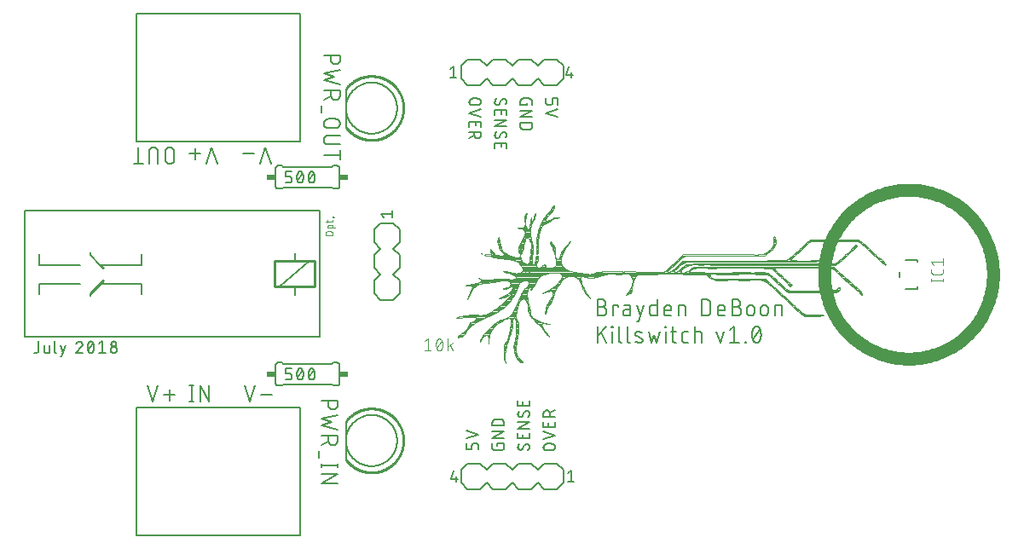
<source format=gto>
G75*
%MOIN*%
%OFA0B0*%
%FSLAX25Y25*%
%IPPOS*%
%LPD*%
%AMOC8*
5,1,8,0,0,1.08239X$1,22.5*
%
%ADD10C,0.00600*%
%ADD11C,0.00300*%
%ADD12C,0.00500*%
%ADD13C,0.05000*%
%ADD14C,0.00400*%
%ADD15C,0.01000*%
%ADD16C,0.00800*%
%ADD17R,0.03400X0.02400*%
%ADD18C,0.00394*%
D10*
X0049300Y0001300D02*
X0113300Y0001300D01*
X0113300Y0051300D01*
X0049300Y0051300D01*
X0049300Y0001300D01*
X0121600Y0021604D02*
X0128000Y0021604D01*
X0128000Y0025159D02*
X0121600Y0025159D01*
X0121600Y0027799D02*
X0121600Y0029221D01*
X0121600Y0028510D02*
X0128000Y0028510D01*
X0128000Y0029221D02*
X0128000Y0027799D01*
X0128000Y0025159D02*
X0121600Y0021604D01*
X0120889Y0031395D02*
X0120889Y0034240D01*
X0121600Y0036542D02*
X0124444Y0037965D01*
X0124444Y0038320D02*
X0124444Y0040098D01*
X0124444Y0038320D02*
X0124446Y0038237D01*
X0124452Y0038154D01*
X0124462Y0038071D01*
X0124475Y0037988D01*
X0124493Y0037907D01*
X0124514Y0037826D01*
X0124539Y0037747D01*
X0124568Y0037669D01*
X0124600Y0037592D01*
X0124636Y0037517D01*
X0124675Y0037443D01*
X0124718Y0037372D01*
X0124764Y0037302D01*
X0124814Y0037235D01*
X0124866Y0037170D01*
X0124921Y0037108D01*
X0124980Y0037048D01*
X0125041Y0036991D01*
X0125104Y0036937D01*
X0125170Y0036886D01*
X0125239Y0036839D01*
X0125309Y0036794D01*
X0125382Y0036753D01*
X0125456Y0036716D01*
X0125532Y0036681D01*
X0125610Y0036651D01*
X0125688Y0036624D01*
X0125769Y0036601D01*
X0125850Y0036581D01*
X0125932Y0036566D01*
X0126014Y0036554D01*
X0126097Y0036546D01*
X0126180Y0036542D01*
X0126264Y0036542D01*
X0126347Y0036546D01*
X0126430Y0036554D01*
X0126512Y0036566D01*
X0126594Y0036581D01*
X0126675Y0036601D01*
X0126756Y0036624D01*
X0126834Y0036651D01*
X0126912Y0036681D01*
X0126988Y0036716D01*
X0127062Y0036753D01*
X0127135Y0036794D01*
X0127205Y0036839D01*
X0127274Y0036886D01*
X0127340Y0036937D01*
X0127403Y0036991D01*
X0127464Y0037048D01*
X0127523Y0037108D01*
X0127578Y0037170D01*
X0127630Y0037235D01*
X0127680Y0037302D01*
X0127726Y0037372D01*
X0127769Y0037443D01*
X0127808Y0037517D01*
X0127844Y0037592D01*
X0127876Y0037669D01*
X0127905Y0037747D01*
X0127930Y0037826D01*
X0127951Y0037907D01*
X0127969Y0037988D01*
X0127982Y0038071D01*
X0127992Y0038154D01*
X0127998Y0038237D01*
X0128000Y0038320D01*
X0128000Y0040098D01*
X0121600Y0040098D01*
X0121600Y0044114D02*
X0128000Y0042691D01*
X0125867Y0045536D02*
X0121600Y0046958D01*
X0128000Y0048380D01*
X0125867Y0045536D02*
X0121600Y0044114D01*
X0124444Y0052222D02*
X0124444Y0054000D01*
X0124444Y0052222D02*
X0124446Y0052139D01*
X0124452Y0052056D01*
X0124462Y0051973D01*
X0124475Y0051890D01*
X0124493Y0051809D01*
X0124514Y0051728D01*
X0124539Y0051649D01*
X0124568Y0051571D01*
X0124600Y0051494D01*
X0124636Y0051419D01*
X0124675Y0051345D01*
X0124718Y0051274D01*
X0124764Y0051204D01*
X0124814Y0051137D01*
X0124866Y0051072D01*
X0124921Y0051010D01*
X0124980Y0050950D01*
X0125041Y0050893D01*
X0125104Y0050839D01*
X0125170Y0050788D01*
X0125239Y0050741D01*
X0125309Y0050696D01*
X0125382Y0050655D01*
X0125456Y0050618D01*
X0125532Y0050583D01*
X0125610Y0050553D01*
X0125688Y0050526D01*
X0125769Y0050503D01*
X0125850Y0050483D01*
X0125932Y0050468D01*
X0126014Y0050456D01*
X0126097Y0050448D01*
X0126180Y0050444D01*
X0126264Y0050444D01*
X0126347Y0050448D01*
X0126430Y0050456D01*
X0126512Y0050468D01*
X0126594Y0050483D01*
X0126675Y0050503D01*
X0126756Y0050526D01*
X0126834Y0050553D01*
X0126912Y0050583D01*
X0126988Y0050618D01*
X0127062Y0050655D01*
X0127135Y0050696D01*
X0127205Y0050741D01*
X0127274Y0050788D01*
X0127340Y0050839D01*
X0127403Y0050893D01*
X0127464Y0050950D01*
X0127523Y0051010D01*
X0127578Y0051072D01*
X0127630Y0051137D01*
X0127680Y0051204D01*
X0127726Y0051274D01*
X0127769Y0051345D01*
X0127808Y0051419D01*
X0127844Y0051494D01*
X0127876Y0051571D01*
X0127905Y0051649D01*
X0127930Y0051728D01*
X0127951Y0051809D01*
X0127969Y0051890D01*
X0127982Y0051973D01*
X0127992Y0052056D01*
X0127998Y0052139D01*
X0128000Y0052222D01*
X0128000Y0054000D01*
X0121600Y0054000D01*
X0126300Y0059800D02*
X0127800Y0059800D01*
X0127860Y0059802D01*
X0127921Y0059807D01*
X0127980Y0059816D01*
X0128039Y0059829D01*
X0128098Y0059845D01*
X0128155Y0059865D01*
X0128210Y0059888D01*
X0128265Y0059915D01*
X0128317Y0059944D01*
X0128368Y0059977D01*
X0128417Y0060013D01*
X0128463Y0060051D01*
X0128507Y0060093D01*
X0128549Y0060137D01*
X0128587Y0060183D01*
X0128623Y0060232D01*
X0128656Y0060283D01*
X0128685Y0060335D01*
X0128712Y0060390D01*
X0128735Y0060445D01*
X0128755Y0060502D01*
X0128771Y0060561D01*
X0128784Y0060620D01*
X0128793Y0060679D01*
X0128798Y0060740D01*
X0128800Y0060800D01*
X0128800Y0067800D01*
X0128798Y0067860D01*
X0128793Y0067921D01*
X0128784Y0067980D01*
X0128771Y0068039D01*
X0128755Y0068098D01*
X0128735Y0068155D01*
X0128712Y0068210D01*
X0128685Y0068265D01*
X0128656Y0068317D01*
X0128623Y0068368D01*
X0128587Y0068417D01*
X0128549Y0068463D01*
X0128507Y0068507D01*
X0128463Y0068549D01*
X0128417Y0068587D01*
X0128368Y0068623D01*
X0128317Y0068656D01*
X0128265Y0068685D01*
X0128210Y0068712D01*
X0128155Y0068735D01*
X0128098Y0068755D01*
X0128039Y0068771D01*
X0127980Y0068784D01*
X0127921Y0068793D01*
X0127860Y0068798D01*
X0127800Y0068800D01*
X0126300Y0068800D01*
X0125800Y0068300D01*
X0106800Y0068300D01*
X0106300Y0068800D01*
X0104800Y0068800D01*
X0104740Y0068798D01*
X0104679Y0068793D01*
X0104620Y0068784D01*
X0104561Y0068771D01*
X0104502Y0068755D01*
X0104445Y0068735D01*
X0104390Y0068712D01*
X0104335Y0068685D01*
X0104283Y0068656D01*
X0104232Y0068623D01*
X0104183Y0068587D01*
X0104137Y0068549D01*
X0104093Y0068507D01*
X0104051Y0068463D01*
X0104013Y0068417D01*
X0103977Y0068368D01*
X0103944Y0068317D01*
X0103915Y0068265D01*
X0103888Y0068210D01*
X0103865Y0068155D01*
X0103845Y0068098D01*
X0103829Y0068039D01*
X0103816Y0067980D01*
X0103807Y0067921D01*
X0103802Y0067860D01*
X0103800Y0067800D01*
X0103800Y0060800D01*
X0103802Y0060740D01*
X0103807Y0060679D01*
X0103816Y0060620D01*
X0103829Y0060561D01*
X0103845Y0060502D01*
X0103865Y0060445D01*
X0103888Y0060390D01*
X0103915Y0060335D01*
X0103944Y0060283D01*
X0103977Y0060232D01*
X0104013Y0060183D01*
X0104051Y0060137D01*
X0104093Y0060093D01*
X0104137Y0060051D01*
X0104183Y0060013D01*
X0104232Y0059977D01*
X0104283Y0059944D01*
X0104335Y0059915D01*
X0104390Y0059888D01*
X0104445Y0059865D01*
X0104502Y0059845D01*
X0104561Y0059829D01*
X0104620Y0059816D01*
X0104679Y0059807D01*
X0104740Y0059802D01*
X0104800Y0059800D01*
X0106300Y0059800D01*
X0106800Y0060300D01*
X0125800Y0060300D01*
X0126300Y0059800D01*
X0102431Y0056089D02*
X0098164Y0056089D01*
X0095867Y0060000D02*
X0093733Y0053600D01*
X0091600Y0060000D01*
X0077819Y0060000D02*
X0077819Y0053600D01*
X0074264Y0060000D01*
X0074264Y0053600D01*
X0071624Y0053600D02*
X0070202Y0053600D01*
X0070913Y0053600D02*
X0070913Y0060000D01*
X0070202Y0060000D02*
X0071624Y0060000D01*
X0064431Y0056089D02*
X0060164Y0056089D01*
X0062298Y0053956D02*
X0062298Y0058222D01*
X0057867Y0060000D02*
X0055733Y0053600D01*
X0053600Y0060000D01*
X0005900Y0078900D02*
X0121100Y0078900D01*
X0121100Y0128100D01*
X0005900Y0128100D01*
X0005900Y0078900D01*
X0031300Y0094800D02*
X0031300Y0095800D01*
X0035000Y0099500D02*
X0051300Y0099500D01*
X0051300Y0095500D01*
X0051300Y0107000D02*
X0035000Y0107000D01*
X0031300Y0110800D01*
X0031300Y0111800D01*
X0027500Y0107000D02*
X0011300Y0107000D01*
X0011300Y0111300D01*
X0011300Y0099500D02*
X0011300Y0095500D01*
X0011300Y0099500D02*
X0027500Y0099500D01*
X0051300Y0107000D02*
X0051300Y0111300D01*
X0105400Y0098600D02*
X0117200Y0108500D01*
X0111300Y0108500D02*
X0111300Y0111400D01*
X0111300Y0098600D02*
X0111300Y0095200D01*
X0142300Y0095800D02*
X0144800Y0093300D01*
X0149800Y0093300D01*
X0152300Y0095800D01*
X0152300Y0100800D01*
X0149800Y0103300D01*
X0152300Y0105800D01*
X0152300Y0110800D01*
X0149800Y0113300D01*
X0152300Y0115800D01*
X0152300Y0120800D01*
X0149800Y0123300D01*
X0144800Y0123300D01*
X0142300Y0120800D01*
X0142300Y0115800D01*
X0144800Y0113300D01*
X0142300Y0110800D01*
X0142300Y0105800D01*
X0144800Y0103300D01*
X0142300Y0100800D01*
X0142300Y0095800D01*
X0127800Y0136800D02*
X0126300Y0136800D01*
X0125800Y0137300D01*
X0106800Y0137300D01*
X0106300Y0136800D01*
X0104800Y0136800D01*
X0104740Y0136802D01*
X0104679Y0136807D01*
X0104620Y0136816D01*
X0104561Y0136829D01*
X0104502Y0136845D01*
X0104445Y0136865D01*
X0104390Y0136888D01*
X0104335Y0136915D01*
X0104283Y0136944D01*
X0104232Y0136977D01*
X0104183Y0137013D01*
X0104137Y0137051D01*
X0104093Y0137093D01*
X0104051Y0137137D01*
X0104013Y0137183D01*
X0103977Y0137232D01*
X0103944Y0137283D01*
X0103915Y0137335D01*
X0103888Y0137390D01*
X0103865Y0137445D01*
X0103845Y0137502D01*
X0103829Y0137561D01*
X0103816Y0137620D01*
X0103807Y0137679D01*
X0103802Y0137740D01*
X0103800Y0137800D01*
X0103800Y0144800D01*
X0103802Y0144860D01*
X0103807Y0144921D01*
X0103816Y0144980D01*
X0103829Y0145039D01*
X0103845Y0145098D01*
X0103865Y0145155D01*
X0103888Y0145210D01*
X0103915Y0145265D01*
X0103944Y0145317D01*
X0103977Y0145368D01*
X0104013Y0145417D01*
X0104051Y0145463D01*
X0104093Y0145507D01*
X0104137Y0145549D01*
X0104183Y0145587D01*
X0104232Y0145623D01*
X0104283Y0145656D01*
X0104335Y0145685D01*
X0104390Y0145712D01*
X0104445Y0145735D01*
X0104502Y0145755D01*
X0104561Y0145771D01*
X0104620Y0145784D01*
X0104679Y0145793D01*
X0104740Y0145798D01*
X0104800Y0145800D01*
X0106300Y0145800D01*
X0106800Y0145300D01*
X0125800Y0145300D01*
X0126300Y0145800D01*
X0127800Y0145800D01*
X0127860Y0145798D01*
X0127921Y0145793D01*
X0127980Y0145784D01*
X0128039Y0145771D01*
X0128098Y0145755D01*
X0128155Y0145735D01*
X0128210Y0145712D01*
X0128265Y0145685D01*
X0128317Y0145656D01*
X0128368Y0145623D01*
X0128417Y0145587D01*
X0128463Y0145549D01*
X0128507Y0145507D01*
X0128549Y0145463D01*
X0128587Y0145417D01*
X0128623Y0145368D01*
X0128656Y0145317D01*
X0128685Y0145265D01*
X0128712Y0145210D01*
X0128735Y0145155D01*
X0128755Y0145098D01*
X0128771Y0145039D01*
X0128784Y0144980D01*
X0128793Y0144921D01*
X0128798Y0144860D01*
X0128800Y0144800D01*
X0128800Y0137800D01*
X0128798Y0137740D01*
X0128793Y0137679D01*
X0128784Y0137620D01*
X0128771Y0137561D01*
X0128755Y0137502D01*
X0128735Y0137445D01*
X0128712Y0137390D01*
X0128685Y0137335D01*
X0128656Y0137283D01*
X0128623Y0137232D01*
X0128587Y0137183D01*
X0128549Y0137137D01*
X0128507Y0137093D01*
X0128463Y0137051D01*
X0128417Y0137013D01*
X0128368Y0136977D01*
X0128317Y0136944D01*
X0128265Y0136915D01*
X0128210Y0136888D01*
X0128155Y0136865D01*
X0128098Y0136845D01*
X0128039Y0136829D01*
X0127980Y0136816D01*
X0127921Y0136807D01*
X0127860Y0136802D01*
X0127800Y0136800D01*
X0129000Y0148193D02*
X0129000Y0151749D01*
X0129000Y0149971D02*
X0122600Y0149971D01*
X0124378Y0154142D02*
X0129000Y0154142D01*
X0124378Y0154142D02*
X0124295Y0154144D01*
X0124212Y0154150D01*
X0124129Y0154160D01*
X0124046Y0154173D01*
X0123965Y0154191D01*
X0123884Y0154212D01*
X0123805Y0154237D01*
X0123727Y0154266D01*
X0123650Y0154298D01*
X0123575Y0154334D01*
X0123501Y0154373D01*
X0123430Y0154416D01*
X0123360Y0154462D01*
X0123293Y0154512D01*
X0123228Y0154564D01*
X0123166Y0154619D01*
X0123106Y0154678D01*
X0123049Y0154739D01*
X0122995Y0154802D01*
X0122944Y0154868D01*
X0122897Y0154937D01*
X0122852Y0155007D01*
X0122811Y0155080D01*
X0122774Y0155154D01*
X0122739Y0155230D01*
X0122709Y0155308D01*
X0122682Y0155386D01*
X0122659Y0155467D01*
X0122639Y0155548D01*
X0122624Y0155630D01*
X0122612Y0155712D01*
X0122604Y0155795D01*
X0122600Y0155878D01*
X0122600Y0155962D01*
X0122604Y0156045D01*
X0122612Y0156128D01*
X0122624Y0156210D01*
X0122639Y0156292D01*
X0122659Y0156373D01*
X0122682Y0156454D01*
X0122709Y0156532D01*
X0122739Y0156610D01*
X0122774Y0156686D01*
X0122811Y0156760D01*
X0122852Y0156833D01*
X0122897Y0156903D01*
X0122944Y0156972D01*
X0122995Y0157038D01*
X0123049Y0157101D01*
X0123106Y0157162D01*
X0123166Y0157221D01*
X0123228Y0157276D01*
X0123293Y0157328D01*
X0123360Y0157378D01*
X0123430Y0157424D01*
X0123501Y0157467D01*
X0123575Y0157506D01*
X0123650Y0157542D01*
X0123727Y0157574D01*
X0123805Y0157603D01*
X0123884Y0157628D01*
X0123965Y0157649D01*
X0124046Y0157667D01*
X0124129Y0157680D01*
X0124212Y0157690D01*
X0124295Y0157696D01*
X0124378Y0157698D01*
X0129000Y0157698D01*
X0127222Y0160501D02*
X0124378Y0160501D01*
X0124295Y0160503D01*
X0124212Y0160509D01*
X0124129Y0160519D01*
X0124046Y0160532D01*
X0123965Y0160550D01*
X0123884Y0160571D01*
X0123805Y0160596D01*
X0123727Y0160625D01*
X0123650Y0160657D01*
X0123575Y0160693D01*
X0123501Y0160732D01*
X0123430Y0160775D01*
X0123360Y0160821D01*
X0123293Y0160871D01*
X0123228Y0160923D01*
X0123166Y0160978D01*
X0123106Y0161037D01*
X0123049Y0161098D01*
X0122995Y0161161D01*
X0122944Y0161227D01*
X0122897Y0161296D01*
X0122852Y0161366D01*
X0122811Y0161439D01*
X0122774Y0161513D01*
X0122739Y0161589D01*
X0122709Y0161667D01*
X0122682Y0161745D01*
X0122659Y0161826D01*
X0122639Y0161907D01*
X0122624Y0161989D01*
X0122612Y0162071D01*
X0122604Y0162154D01*
X0122600Y0162237D01*
X0122600Y0162321D01*
X0122604Y0162404D01*
X0122612Y0162487D01*
X0122624Y0162569D01*
X0122639Y0162651D01*
X0122659Y0162732D01*
X0122682Y0162813D01*
X0122709Y0162891D01*
X0122739Y0162969D01*
X0122774Y0163045D01*
X0122811Y0163119D01*
X0122852Y0163192D01*
X0122897Y0163262D01*
X0122944Y0163331D01*
X0122995Y0163397D01*
X0123049Y0163460D01*
X0123106Y0163521D01*
X0123166Y0163580D01*
X0123228Y0163635D01*
X0123293Y0163687D01*
X0123360Y0163737D01*
X0123430Y0163783D01*
X0123501Y0163826D01*
X0123575Y0163865D01*
X0123650Y0163901D01*
X0123727Y0163933D01*
X0123805Y0163962D01*
X0123884Y0163987D01*
X0123965Y0164008D01*
X0124046Y0164026D01*
X0124129Y0164039D01*
X0124212Y0164049D01*
X0124295Y0164055D01*
X0124378Y0164057D01*
X0127222Y0164057D01*
X0127305Y0164055D01*
X0127388Y0164049D01*
X0127471Y0164039D01*
X0127554Y0164026D01*
X0127635Y0164008D01*
X0127716Y0163987D01*
X0127795Y0163962D01*
X0127873Y0163933D01*
X0127950Y0163901D01*
X0128025Y0163865D01*
X0128099Y0163826D01*
X0128170Y0163783D01*
X0128240Y0163737D01*
X0128307Y0163687D01*
X0128372Y0163635D01*
X0128434Y0163580D01*
X0128494Y0163521D01*
X0128551Y0163460D01*
X0128605Y0163397D01*
X0128656Y0163331D01*
X0128703Y0163262D01*
X0128748Y0163192D01*
X0128789Y0163119D01*
X0128826Y0163045D01*
X0128861Y0162969D01*
X0128891Y0162891D01*
X0128918Y0162813D01*
X0128941Y0162732D01*
X0128961Y0162651D01*
X0128976Y0162569D01*
X0128988Y0162487D01*
X0128996Y0162404D01*
X0129000Y0162321D01*
X0129000Y0162237D01*
X0128996Y0162154D01*
X0128988Y0162071D01*
X0128976Y0161989D01*
X0128961Y0161907D01*
X0128941Y0161826D01*
X0128918Y0161745D01*
X0128891Y0161667D01*
X0128861Y0161589D01*
X0128826Y0161513D01*
X0128789Y0161439D01*
X0128748Y0161366D01*
X0128703Y0161296D01*
X0128656Y0161227D01*
X0128605Y0161161D01*
X0128551Y0161098D01*
X0128494Y0161037D01*
X0128434Y0160978D01*
X0128372Y0160923D01*
X0128307Y0160871D01*
X0128240Y0160821D01*
X0128170Y0160775D01*
X0128099Y0160732D01*
X0128025Y0160693D01*
X0127950Y0160657D01*
X0127873Y0160625D01*
X0127795Y0160596D01*
X0127716Y0160571D01*
X0127635Y0160550D01*
X0127554Y0160532D01*
X0127471Y0160519D01*
X0127388Y0160509D01*
X0127305Y0160503D01*
X0127222Y0160501D01*
X0121889Y0166395D02*
X0121889Y0169240D01*
X0122600Y0171542D02*
X0125444Y0172965D01*
X0125444Y0173320D02*
X0125444Y0175098D01*
X0125444Y0173320D02*
X0125446Y0173237D01*
X0125452Y0173154D01*
X0125462Y0173071D01*
X0125475Y0172988D01*
X0125493Y0172907D01*
X0125514Y0172826D01*
X0125539Y0172747D01*
X0125568Y0172669D01*
X0125600Y0172592D01*
X0125636Y0172517D01*
X0125675Y0172443D01*
X0125718Y0172372D01*
X0125764Y0172302D01*
X0125814Y0172235D01*
X0125866Y0172170D01*
X0125921Y0172108D01*
X0125980Y0172048D01*
X0126041Y0171991D01*
X0126104Y0171937D01*
X0126170Y0171886D01*
X0126239Y0171839D01*
X0126309Y0171794D01*
X0126382Y0171753D01*
X0126456Y0171716D01*
X0126532Y0171681D01*
X0126610Y0171651D01*
X0126688Y0171624D01*
X0126769Y0171601D01*
X0126850Y0171581D01*
X0126932Y0171566D01*
X0127014Y0171554D01*
X0127097Y0171546D01*
X0127180Y0171542D01*
X0127264Y0171542D01*
X0127347Y0171546D01*
X0127430Y0171554D01*
X0127512Y0171566D01*
X0127594Y0171581D01*
X0127675Y0171601D01*
X0127756Y0171624D01*
X0127834Y0171651D01*
X0127912Y0171681D01*
X0127988Y0171716D01*
X0128062Y0171753D01*
X0128135Y0171794D01*
X0128205Y0171839D01*
X0128274Y0171886D01*
X0128340Y0171937D01*
X0128403Y0171991D01*
X0128464Y0172048D01*
X0128523Y0172108D01*
X0128578Y0172170D01*
X0128630Y0172235D01*
X0128680Y0172302D01*
X0128726Y0172372D01*
X0128769Y0172443D01*
X0128808Y0172517D01*
X0128844Y0172592D01*
X0128876Y0172669D01*
X0128905Y0172747D01*
X0128930Y0172826D01*
X0128951Y0172907D01*
X0128969Y0172988D01*
X0128982Y0173071D01*
X0128992Y0173154D01*
X0128998Y0173237D01*
X0129000Y0173320D01*
X0129000Y0175098D01*
X0122600Y0175098D01*
X0122600Y0179114D02*
X0129000Y0177691D01*
X0126867Y0180536D02*
X0122600Y0179114D01*
X0122600Y0181958D02*
X0126867Y0180536D01*
X0129000Y0183380D02*
X0122600Y0181958D01*
X0125444Y0187222D02*
X0125444Y0189000D01*
X0125444Y0187222D02*
X0125446Y0187139D01*
X0125452Y0187056D01*
X0125462Y0186973D01*
X0125475Y0186890D01*
X0125493Y0186809D01*
X0125514Y0186728D01*
X0125539Y0186649D01*
X0125568Y0186571D01*
X0125600Y0186494D01*
X0125636Y0186419D01*
X0125675Y0186345D01*
X0125718Y0186274D01*
X0125764Y0186204D01*
X0125814Y0186137D01*
X0125866Y0186072D01*
X0125921Y0186010D01*
X0125980Y0185950D01*
X0126041Y0185893D01*
X0126104Y0185839D01*
X0126170Y0185788D01*
X0126239Y0185741D01*
X0126309Y0185696D01*
X0126382Y0185655D01*
X0126456Y0185618D01*
X0126532Y0185583D01*
X0126610Y0185553D01*
X0126688Y0185526D01*
X0126769Y0185503D01*
X0126850Y0185483D01*
X0126932Y0185468D01*
X0127014Y0185456D01*
X0127097Y0185448D01*
X0127180Y0185444D01*
X0127264Y0185444D01*
X0127347Y0185448D01*
X0127430Y0185456D01*
X0127512Y0185468D01*
X0127594Y0185483D01*
X0127675Y0185503D01*
X0127756Y0185526D01*
X0127834Y0185553D01*
X0127912Y0185583D01*
X0127988Y0185618D01*
X0128062Y0185655D01*
X0128135Y0185696D01*
X0128205Y0185741D01*
X0128274Y0185788D01*
X0128340Y0185839D01*
X0128403Y0185893D01*
X0128464Y0185950D01*
X0128523Y0186010D01*
X0128578Y0186072D01*
X0128630Y0186137D01*
X0128680Y0186204D01*
X0128726Y0186274D01*
X0128769Y0186345D01*
X0128808Y0186419D01*
X0128844Y0186494D01*
X0128876Y0186571D01*
X0128905Y0186649D01*
X0128930Y0186728D01*
X0128951Y0186809D01*
X0128969Y0186890D01*
X0128982Y0186973D01*
X0128992Y0187056D01*
X0128998Y0187139D01*
X0129000Y0187222D01*
X0129000Y0189000D01*
X0122600Y0189000D01*
X0113300Y0205300D02*
X0049300Y0205300D01*
X0049300Y0155300D01*
X0113300Y0155300D01*
X0113300Y0205300D01*
X0176300Y0184800D02*
X0176300Y0179800D01*
X0178800Y0177300D01*
X0183800Y0177300D01*
X0186300Y0179800D01*
X0188800Y0177300D01*
X0193800Y0177300D01*
X0196300Y0179800D01*
X0198800Y0177300D01*
X0203800Y0177300D01*
X0206300Y0179800D01*
X0208800Y0177300D01*
X0213800Y0177300D01*
X0216300Y0179800D01*
X0216300Y0184800D01*
X0213800Y0187300D01*
X0208800Y0187300D01*
X0206300Y0184800D01*
X0203800Y0187300D01*
X0198800Y0187300D01*
X0196300Y0184800D01*
X0193800Y0187300D01*
X0188800Y0187300D01*
X0186300Y0184800D01*
X0183800Y0187300D01*
X0178800Y0187300D01*
X0176300Y0184800D01*
X0131300Y0168300D02*
X0131303Y0168545D01*
X0131312Y0168791D01*
X0131327Y0169036D01*
X0131348Y0169280D01*
X0131375Y0169524D01*
X0131408Y0169767D01*
X0131447Y0170010D01*
X0131492Y0170251D01*
X0131543Y0170491D01*
X0131600Y0170730D01*
X0131662Y0170967D01*
X0131731Y0171203D01*
X0131805Y0171437D01*
X0131885Y0171669D01*
X0131970Y0171899D01*
X0132061Y0172127D01*
X0132158Y0172352D01*
X0132260Y0172576D01*
X0132368Y0172796D01*
X0132481Y0173014D01*
X0132599Y0173229D01*
X0132723Y0173441D01*
X0132851Y0173650D01*
X0132985Y0173856D01*
X0133124Y0174058D01*
X0133268Y0174257D01*
X0133417Y0174452D01*
X0133570Y0174644D01*
X0133728Y0174832D01*
X0133890Y0175016D01*
X0134058Y0175195D01*
X0134229Y0175371D01*
X0134405Y0175542D01*
X0134584Y0175710D01*
X0134768Y0175872D01*
X0134956Y0176030D01*
X0135148Y0176183D01*
X0135343Y0176332D01*
X0135542Y0176476D01*
X0135744Y0176615D01*
X0135950Y0176749D01*
X0136159Y0176877D01*
X0136371Y0177001D01*
X0136586Y0177119D01*
X0136804Y0177232D01*
X0137024Y0177340D01*
X0137248Y0177442D01*
X0137473Y0177539D01*
X0137701Y0177630D01*
X0137931Y0177715D01*
X0138163Y0177795D01*
X0138397Y0177869D01*
X0138633Y0177938D01*
X0138870Y0178000D01*
X0139109Y0178057D01*
X0139349Y0178108D01*
X0139590Y0178153D01*
X0139833Y0178192D01*
X0140076Y0178225D01*
X0140320Y0178252D01*
X0140564Y0178273D01*
X0140809Y0178288D01*
X0141055Y0178297D01*
X0141300Y0178300D01*
X0141545Y0178297D01*
X0141791Y0178288D01*
X0142036Y0178273D01*
X0142280Y0178252D01*
X0142524Y0178225D01*
X0142767Y0178192D01*
X0143010Y0178153D01*
X0143251Y0178108D01*
X0143491Y0178057D01*
X0143730Y0178000D01*
X0143967Y0177938D01*
X0144203Y0177869D01*
X0144437Y0177795D01*
X0144669Y0177715D01*
X0144899Y0177630D01*
X0145127Y0177539D01*
X0145352Y0177442D01*
X0145576Y0177340D01*
X0145796Y0177232D01*
X0146014Y0177119D01*
X0146229Y0177001D01*
X0146441Y0176877D01*
X0146650Y0176749D01*
X0146856Y0176615D01*
X0147058Y0176476D01*
X0147257Y0176332D01*
X0147452Y0176183D01*
X0147644Y0176030D01*
X0147832Y0175872D01*
X0148016Y0175710D01*
X0148195Y0175542D01*
X0148371Y0175371D01*
X0148542Y0175195D01*
X0148710Y0175016D01*
X0148872Y0174832D01*
X0149030Y0174644D01*
X0149183Y0174452D01*
X0149332Y0174257D01*
X0149476Y0174058D01*
X0149615Y0173856D01*
X0149749Y0173650D01*
X0149877Y0173441D01*
X0150001Y0173229D01*
X0150119Y0173014D01*
X0150232Y0172796D01*
X0150340Y0172576D01*
X0150442Y0172352D01*
X0150539Y0172127D01*
X0150630Y0171899D01*
X0150715Y0171669D01*
X0150795Y0171437D01*
X0150869Y0171203D01*
X0150938Y0170967D01*
X0151000Y0170730D01*
X0151057Y0170491D01*
X0151108Y0170251D01*
X0151153Y0170010D01*
X0151192Y0169767D01*
X0151225Y0169524D01*
X0151252Y0169280D01*
X0151273Y0169036D01*
X0151288Y0168791D01*
X0151297Y0168545D01*
X0151300Y0168300D01*
X0151297Y0168055D01*
X0151288Y0167809D01*
X0151273Y0167564D01*
X0151252Y0167320D01*
X0151225Y0167076D01*
X0151192Y0166833D01*
X0151153Y0166590D01*
X0151108Y0166349D01*
X0151057Y0166109D01*
X0151000Y0165870D01*
X0150938Y0165633D01*
X0150869Y0165397D01*
X0150795Y0165163D01*
X0150715Y0164931D01*
X0150630Y0164701D01*
X0150539Y0164473D01*
X0150442Y0164248D01*
X0150340Y0164024D01*
X0150232Y0163804D01*
X0150119Y0163586D01*
X0150001Y0163371D01*
X0149877Y0163159D01*
X0149749Y0162950D01*
X0149615Y0162744D01*
X0149476Y0162542D01*
X0149332Y0162343D01*
X0149183Y0162148D01*
X0149030Y0161956D01*
X0148872Y0161768D01*
X0148710Y0161584D01*
X0148542Y0161405D01*
X0148371Y0161229D01*
X0148195Y0161058D01*
X0148016Y0160890D01*
X0147832Y0160728D01*
X0147644Y0160570D01*
X0147452Y0160417D01*
X0147257Y0160268D01*
X0147058Y0160124D01*
X0146856Y0159985D01*
X0146650Y0159851D01*
X0146441Y0159723D01*
X0146229Y0159599D01*
X0146014Y0159481D01*
X0145796Y0159368D01*
X0145576Y0159260D01*
X0145352Y0159158D01*
X0145127Y0159061D01*
X0144899Y0158970D01*
X0144669Y0158885D01*
X0144437Y0158805D01*
X0144203Y0158731D01*
X0143967Y0158662D01*
X0143730Y0158600D01*
X0143491Y0158543D01*
X0143251Y0158492D01*
X0143010Y0158447D01*
X0142767Y0158408D01*
X0142524Y0158375D01*
X0142280Y0158348D01*
X0142036Y0158327D01*
X0141791Y0158312D01*
X0141545Y0158303D01*
X0141300Y0158300D01*
X0141055Y0158303D01*
X0140809Y0158312D01*
X0140564Y0158327D01*
X0140320Y0158348D01*
X0140076Y0158375D01*
X0139833Y0158408D01*
X0139590Y0158447D01*
X0139349Y0158492D01*
X0139109Y0158543D01*
X0138870Y0158600D01*
X0138633Y0158662D01*
X0138397Y0158731D01*
X0138163Y0158805D01*
X0137931Y0158885D01*
X0137701Y0158970D01*
X0137473Y0159061D01*
X0137248Y0159158D01*
X0137024Y0159260D01*
X0136804Y0159368D01*
X0136586Y0159481D01*
X0136371Y0159599D01*
X0136159Y0159723D01*
X0135950Y0159851D01*
X0135744Y0159985D01*
X0135542Y0160124D01*
X0135343Y0160268D01*
X0135148Y0160417D01*
X0134956Y0160570D01*
X0134768Y0160728D01*
X0134584Y0160890D01*
X0134405Y0161058D01*
X0134229Y0161229D01*
X0134058Y0161405D01*
X0133890Y0161584D01*
X0133728Y0161768D01*
X0133570Y0161956D01*
X0133417Y0162148D01*
X0133268Y0162343D01*
X0133124Y0162542D01*
X0132985Y0162744D01*
X0132851Y0162950D01*
X0132723Y0163159D01*
X0132599Y0163371D01*
X0132481Y0163586D01*
X0132368Y0163804D01*
X0132260Y0164024D01*
X0132158Y0164248D01*
X0132061Y0164473D01*
X0131970Y0164701D01*
X0131885Y0164931D01*
X0131805Y0165163D01*
X0131731Y0165397D01*
X0131662Y0165633D01*
X0131600Y0165870D01*
X0131543Y0166109D01*
X0131492Y0166349D01*
X0131447Y0166590D01*
X0131408Y0166833D01*
X0131375Y0167076D01*
X0131348Y0167320D01*
X0131327Y0167564D01*
X0131312Y0167809D01*
X0131303Y0168055D01*
X0131300Y0168300D01*
X0099867Y0153000D02*
X0097733Y0146600D01*
X0102000Y0146600D02*
X0099867Y0153000D01*
X0095436Y0150511D02*
X0091169Y0150511D01*
X0081000Y0146600D02*
X0078867Y0153000D01*
X0076733Y0146600D01*
X0072302Y0148378D02*
X0072302Y0152644D01*
X0070169Y0150511D02*
X0074436Y0150511D01*
X0064234Y0151222D02*
X0064234Y0148378D01*
X0064232Y0148295D01*
X0064226Y0148212D01*
X0064216Y0148129D01*
X0064203Y0148046D01*
X0064185Y0147965D01*
X0064164Y0147884D01*
X0064139Y0147805D01*
X0064110Y0147727D01*
X0064078Y0147650D01*
X0064042Y0147575D01*
X0064003Y0147501D01*
X0063960Y0147430D01*
X0063914Y0147360D01*
X0063864Y0147293D01*
X0063812Y0147228D01*
X0063757Y0147166D01*
X0063698Y0147106D01*
X0063637Y0147049D01*
X0063574Y0146995D01*
X0063508Y0146944D01*
X0063439Y0146897D01*
X0063369Y0146852D01*
X0063296Y0146811D01*
X0063222Y0146774D01*
X0063146Y0146739D01*
X0063068Y0146709D01*
X0062990Y0146682D01*
X0062909Y0146659D01*
X0062828Y0146639D01*
X0062746Y0146624D01*
X0062664Y0146612D01*
X0062581Y0146604D01*
X0062498Y0146600D01*
X0062414Y0146600D01*
X0062331Y0146604D01*
X0062248Y0146612D01*
X0062166Y0146624D01*
X0062084Y0146639D01*
X0062003Y0146659D01*
X0061922Y0146682D01*
X0061844Y0146709D01*
X0061766Y0146739D01*
X0061690Y0146774D01*
X0061616Y0146811D01*
X0061543Y0146852D01*
X0061473Y0146897D01*
X0061404Y0146944D01*
X0061338Y0146995D01*
X0061275Y0147049D01*
X0061214Y0147106D01*
X0061155Y0147166D01*
X0061100Y0147228D01*
X0061048Y0147293D01*
X0060998Y0147360D01*
X0060952Y0147430D01*
X0060909Y0147501D01*
X0060870Y0147575D01*
X0060834Y0147650D01*
X0060802Y0147727D01*
X0060773Y0147805D01*
X0060748Y0147884D01*
X0060727Y0147965D01*
X0060709Y0148046D01*
X0060696Y0148129D01*
X0060686Y0148212D01*
X0060680Y0148295D01*
X0060678Y0148378D01*
X0060678Y0151222D01*
X0060680Y0151305D01*
X0060686Y0151388D01*
X0060696Y0151471D01*
X0060709Y0151554D01*
X0060727Y0151635D01*
X0060748Y0151716D01*
X0060773Y0151795D01*
X0060802Y0151873D01*
X0060834Y0151950D01*
X0060870Y0152025D01*
X0060909Y0152099D01*
X0060952Y0152170D01*
X0060998Y0152240D01*
X0061048Y0152307D01*
X0061100Y0152372D01*
X0061155Y0152434D01*
X0061214Y0152494D01*
X0061275Y0152551D01*
X0061338Y0152605D01*
X0061404Y0152656D01*
X0061473Y0152703D01*
X0061543Y0152748D01*
X0061616Y0152789D01*
X0061690Y0152826D01*
X0061766Y0152861D01*
X0061844Y0152891D01*
X0061922Y0152918D01*
X0062003Y0152941D01*
X0062084Y0152961D01*
X0062166Y0152976D01*
X0062248Y0152988D01*
X0062331Y0152996D01*
X0062414Y0153000D01*
X0062498Y0153000D01*
X0062581Y0152996D01*
X0062664Y0152988D01*
X0062746Y0152976D01*
X0062828Y0152961D01*
X0062909Y0152941D01*
X0062990Y0152918D01*
X0063068Y0152891D01*
X0063146Y0152861D01*
X0063222Y0152826D01*
X0063296Y0152789D01*
X0063369Y0152748D01*
X0063439Y0152703D01*
X0063508Y0152656D01*
X0063574Y0152605D01*
X0063637Y0152551D01*
X0063698Y0152494D01*
X0063757Y0152434D01*
X0063812Y0152372D01*
X0063864Y0152307D01*
X0063914Y0152240D01*
X0063960Y0152170D01*
X0064003Y0152099D01*
X0064042Y0152025D01*
X0064078Y0151950D01*
X0064110Y0151873D01*
X0064139Y0151795D01*
X0064164Y0151716D01*
X0064185Y0151635D01*
X0064203Y0151554D01*
X0064216Y0151471D01*
X0064226Y0151388D01*
X0064232Y0151305D01*
X0064234Y0151222D01*
X0057875Y0151222D02*
X0057875Y0146600D01*
X0054319Y0146600D02*
X0054319Y0151222D01*
X0054321Y0151305D01*
X0054327Y0151388D01*
X0054337Y0151471D01*
X0054350Y0151554D01*
X0054368Y0151635D01*
X0054389Y0151716D01*
X0054414Y0151795D01*
X0054443Y0151873D01*
X0054475Y0151950D01*
X0054511Y0152025D01*
X0054550Y0152099D01*
X0054593Y0152170D01*
X0054639Y0152240D01*
X0054689Y0152307D01*
X0054741Y0152372D01*
X0054796Y0152434D01*
X0054855Y0152494D01*
X0054916Y0152551D01*
X0054979Y0152605D01*
X0055045Y0152656D01*
X0055114Y0152703D01*
X0055184Y0152748D01*
X0055257Y0152789D01*
X0055331Y0152826D01*
X0055407Y0152861D01*
X0055485Y0152891D01*
X0055563Y0152918D01*
X0055644Y0152941D01*
X0055725Y0152961D01*
X0055807Y0152976D01*
X0055889Y0152988D01*
X0055972Y0152996D01*
X0056055Y0153000D01*
X0056139Y0153000D01*
X0056222Y0152996D01*
X0056305Y0152988D01*
X0056387Y0152976D01*
X0056469Y0152961D01*
X0056550Y0152941D01*
X0056631Y0152918D01*
X0056709Y0152891D01*
X0056787Y0152861D01*
X0056863Y0152826D01*
X0056937Y0152789D01*
X0057010Y0152748D01*
X0057080Y0152703D01*
X0057149Y0152656D01*
X0057215Y0152605D01*
X0057278Y0152551D01*
X0057339Y0152494D01*
X0057398Y0152434D01*
X0057453Y0152372D01*
X0057505Y0152307D01*
X0057555Y0152240D01*
X0057601Y0152170D01*
X0057644Y0152099D01*
X0057683Y0152025D01*
X0057719Y0151950D01*
X0057751Y0151873D01*
X0057780Y0151795D01*
X0057805Y0151716D01*
X0057826Y0151635D01*
X0057844Y0151554D01*
X0057857Y0151471D01*
X0057867Y0151388D01*
X0057873Y0151305D01*
X0057875Y0151222D01*
X0050148Y0153000D02*
X0050148Y0146600D01*
X0051926Y0146600D02*
X0048370Y0146600D01*
X0229600Y0093500D02*
X0229600Y0087100D01*
X0231378Y0087100D01*
X0231461Y0087102D01*
X0231544Y0087108D01*
X0231627Y0087118D01*
X0231710Y0087131D01*
X0231791Y0087149D01*
X0231872Y0087170D01*
X0231951Y0087195D01*
X0232029Y0087224D01*
X0232106Y0087256D01*
X0232181Y0087292D01*
X0232255Y0087331D01*
X0232326Y0087374D01*
X0232396Y0087420D01*
X0232463Y0087470D01*
X0232528Y0087522D01*
X0232590Y0087577D01*
X0232650Y0087636D01*
X0232707Y0087697D01*
X0232761Y0087760D01*
X0232812Y0087826D01*
X0232859Y0087895D01*
X0232904Y0087965D01*
X0232945Y0088038D01*
X0232982Y0088112D01*
X0233017Y0088188D01*
X0233047Y0088266D01*
X0233074Y0088344D01*
X0233097Y0088425D01*
X0233117Y0088506D01*
X0233132Y0088588D01*
X0233144Y0088670D01*
X0233152Y0088753D01*
X0233156Y0088836D01*
X0233156Y0088920D01*
X0233152Y0089003D01*
X0233144Y0089086D01*
X0233132Y0089168D01*
X0233117Y0089250D01*
X0233097Y0089331D01*
X0233074Y0089412D01*
X0233047Y0089490D01*
X0233017Y0089568D01*
X0232982Y0089644D01*
X0232945Y0089718D01*
X0232904Y0089791D01*
X0232859Y0089861D01*
X0232812Y0089930D01*
X0232761Y0089996D01*
X0232707Y0090059D01*
X0232650Y0090120D01*
X0232590Y0090179D01*
X0232528Y0090234D01*
X0232463Y0090286D01*
X0232396Y0090336D01*
X0232326Y0090382D01*
X0232255Y0090425D01*
X0232181Y0090464D01*
X0232106Y0090500D01*
X0232029Y0090532D01*
X0231951Y0090561D01*
X0231872Y0090586D01*
X0231791Y0090607D01*
X0231710Y0090625D01*
X0231627Y0090638D01*
X0231544Y0090648D01*
X0231461Y0090654D01*
X0231378Y0090656D01*
X0229600Y0090656D01*
X0231378Y0090656D02*
X0231452Y0090658D01*
X0231527Y0090664D01*
X0231600Y0090674D01*
X0231674Y0090687D01*
X0231746Y0090704D01*
X0231817Y0090726D01*
X0231888Y0090750D01*
X0231956Y0090779D01*
X0232024Y0090811D01*
X0232089Y0090847D01*
X0232152Y0090885D01*
X0232214Y0090928D01*
X0232273Y0090973D01*
X0232330Y0091021D01*
X0232384Y0091072D01*
X0232435Y0091126D01*
X0232483Y0091183D01*
X0232528Y0091242D01*
X0232571Y0091304D01*
X0232609Y0091367D01*
X0232645Y0091432D01*
X0232677Y0091500D01*
X0232706Y0091568D01*
X0232730Y0091639D01*
X0232752Y0091710D01*
X0232769Y0091782D01*
X0232782Y0091856D01*
X0232792Y0091929D01*
X0232798Y0092004D01*
X0232800Y0092078D01*
X0232798Y0092152D01*
X0232792Y0092227D01*
X0232782Y0092300D01*
X0232769Y0092374D01*
X0232752Y0092446D01*
X0232730Y0092517D01*
X0232706Y0092588D01*
X0232677Y0092656D01*
X0232645Y0092724D01*
X0232609Y0092789D01*
X0232571Y0092852D01*
X0232528Y0092914D01*
X0232483Y0092973D01*
X0232435Y0093030D01*
X0232384Y0093084D01*
X0232330Y0093135D01*
X0232273Y0093183D01*
X0232214Y0093228D01*
X0232152Y0093271D01*
X0232089Y0093309D01*
X0232024Y0093345D01*
X0231956Y0093377D01*
X0231888Y0093406D01*
X0231817Y0093430D01*
X0231746Y0093452D01*
X0231674Y0093469D01*
X0231600Y0093482D01*
X0231527Y0093492D01*
X0231452Y0093498D01*
X0231378Y0093500D01*
X0229600Y0093500D01*
X0235650Y0091367D02*
X0237783Y0091367D01*
X0237783Y0090656D01*
X0235650Y0091367D02*
X0235650Y0087100D01*
X0240935Y0087100D02*
X0242535Y0087100D01*
X0242535Y0090300D01*
X0242535Y0089589D02*
X0240935Y0089589D01*
X0242535Y0090300D02*
X0242533Y0090364D01*
X0242527Y0090429D01*
X0242518Y0090492D01*
X0242504Y0090555D01*
X0242487Y0090617D01*
X0242466Y0090678D01*
X0242441Y0090738D01*
X0242413Y0090796D01*
X0242381Y0090852D01*
X0242346Y0090906D01*
X0242308Y0090958D01*
X0242267Y0091008D01*
X0242222Y0091054D01*
X0242176Y0091099D01*
X0242126Y0091140D01*
X0242074Y0091178D01*
X0242020Y0091213D01*
X0241964Y0091245D01*
X0241906Y0091273D01*
X0241846Y0091298D01*
X0241785Y0091319D01*
X0241723Y0091336D01*
X0241660Y0091350D01*
X0241597Y0091359D01*
X0241532Y0091365D01*
X0241468Y0091367D01*
X0240046Y0091367D01*
X0245052Y0091367D02*
X0246475Y0087100D01*
X0245764Y0084967D02*
X0247897Y0091367D01*
X0250152Y0090300D02*
X0250152Y0088167D01*
X0250154Y0088103D01*
X0250160Y0088038D01*
X0250169Y0087975D01*
X0250183Y0087912D01*
X0250200Y0087850D01*
X0250221Y0087789D01*
X0250246Y0087729D01*
X0250274Y0087671D01*
X0250306Y0087615D01*
X0250341Y0087561D01*
X0250379Y0087509D01*
X0250420Y0087459D01*
X0250465Y0087413D01*
X0250511Y0087368D01*
X0250561Y0087327D01*
X0250613Y0087289D01*
X0250667Y0087254D01*
X0250723Y0087222D01*
X0250781Y0087194D01*
X0250841Y0087169D01*
X0250902Y0087148D01*
X0250964Y0087131D01*
X0251027Y0087117D01*
X0251090Y0087108D01*
X0251155Y0087102D01*
X0251219Y0087100D01*
X0252996Y0087100D01*
X0252996Y0093500D01*
X0252996Y0091367D02*
X0251219Y0091367D01*
X0251155Y0091365D01*
X0251090Y0091359D01*
X0251027Y0091350D01*
X0250964Y0091336D01*
X0250902Y0091319D01*
X0250841Y0091298D01*
X0250781Y0091273D01*
X0250723Y0091245D01*
X0250667Y0091213D01*
X0250613Y0091178D01*
X0250561Y0091140D01*
X0250511Y0091099D01*
X0250465Y0091054D01*
X0250420Y0091008D01*
X0250379Y0090958D01*
X0250341Y0090906D01*
X0250306Y0090852D01*
X0250274Y0090796D01*
X0250246Y0090738D01*
X0250221Y0090678D01*
X0250200Y0090617D01*
X0250183Y0090555D01*
X0250169Y0090492D01*
X0250160Y0090429D01*
X0250154Y0090364D01*
X0250152Y0090300D01*
X0255719Y0089944D02*
X0255719Y0088167D01*
X0255719Y0089233D02*
X0258564Y0089233D01*
X0258564Y0089944D01*
X0258562Y0090018D01*
X0258556Y0090093D01*
X0258546Y0090166D01*
X0258533Y0090240D01*
X0258516Y0090312D01*
X0258494Y0090383D01*
X0258470Y0090454D01*
X0258441Y0090522D01*
X0258409Y0090590D01*
X0258373Y0090655D01*
X0258335Y0090718D01*
X0258292Y0090780D01*
X0258247Y0090839D01*
X0258199Y0090896D01*
X0258148Y0090950D01*
X0258094Y0091001D01*
X0258037Y0091049D01*
X0257978Y0091094D01*
X0257916Y0091137D01*
X0257853Y0091175D01*
X0257788Y0091211D01*
X0257720Y0091243D01*
X0257652Y0091272D01*
X0257581Y0091296D01*
X0257510Y0091318D01*
X0257438Y0091335D01*
X0257364Y0091348D01*
X0257291Y0091358D01*
X0257216Y0091364D01*
X0257142Y0091366D01*
X0257068Y0091364D01*
X0256993Y0091358D01*
X0256920Y0091348D01*
X0256846Y0091335D01*
X0256774Y0091318D01*
X0256703Y0091296D01*
X0256632Y0091272D01*
X0256564Y0091243D01*
X0256496Y0091211D01*
X0256431Y0091175D01*
X0256368Y0091137D01*
X0256306Y0091094D01*
X0256247Y0091049D01*
X0256190Y0091001D01*
X0256136Y0090950D01*
X0256085Y0090896D01*
X0256037Y0090839D01*
X0255992Y0090780D01*
X0255949Y0090718D01*
X0255911Y0090655D01*
X0255875Y0090590D01*
X0255843Y0090522D01*
X0255814Y0090454D01*
X0255790Y0090383D01*
X0255768Y0090312D01*
X0255751Y0090240D01*
X0255738Y0090166D01*
X0255728Y0090093D01*
X0255722Y0090018D01*
X0255720Y0089944D01*
X0255719Y0088167D02*
X0255721Y0088103D01*
X0255727Y0088038D01*
X0255736Y0087975D01*
X0255750Y0087912D01*
X0255767Y0087850D01*
X0255788Y0087789D01*
X0255813Y0087729D01*
X0255841Y0087671D01*
X0255873Y0087615D01*
X0255908Y0087561D01*
X0255946Y0087509D01*
X0255987Y0087459D01*
X0256032Y0087413D01*
X0256078Y0087368D01*
X0256128Y0087327D01*
X0256180Y0087289D01*
X0256234Y0087254D01*
X0256290Y0087222D01*
X0256348Y0087194D01*
X0256408Y0087169D01*
X0256469Y0087148D01*
X0256531Y0087131D01*
X0256594Y0087117D01*
X0256657Y0087108D01*
X0256722Y0087102D01*
X0256786Y0087100D01*
X0258564Y0087100D01*
X0261258Y0087100D02*
X0261258Y0091367D01*
X0263036Y0091367D01*
X0263100Y0091365D01*
X0263165Y0091359D01*
X0263228Y0091350D01*
X0263291Y0091336D01*
X0263353Y0091319D01*
X0263414Y0091298D01*
X0263474Y0091273D01*
X0263532Y0091245D01*
X0263588Y0091213D01*
X0263642Y0091178D01*
X0263694Y0091140D01*
X0263744Y0091099D01*
X0263790Y0091054D01*
X0263835Y0091008D01*
X0263876Y0090958D01*
X0263914Y0090906D01*
X0263949Y0090852D01*
X0263981Y0090796D01*
X0264009Y0090738D01*
X0264034Y0090678D01*
X0264055Y0090617D01*
X0264072Y0090555D01*
X0264086Y0090492D01*
X0264095Y0090429D01*
X0264101Y0090364D01*
X0264103Y0090300D01*
X0264102Y0090300D02*
X0264102Y0087100D01*
X0270339Y0087100D02*
X0272116Y0087100D01*
X0270339Y0087100D02*
X0270339Y0093500D01*
X0272116Y0093500D01*
X0272198Y0093498D01*
X0272280Y0093492D01*
X0272362Y0093483D01*
X0272443Y0093470D01*
X0272523Y0093453D01*
X0272603Y0093432D01*
X0272681Y0093408D01*
X0272758Y0093380D01*
X0272834Y0093349D01*
X0272909Y0093314D01*
X0272981Y0093275D01*
X0273052Y0093234D01*
X0273121Y0093189D01*
X0273187Y0093141D01*
X0273252Y0093090D01*
X0273314Y0093036D01*
X0273373Y0092979D01*
X0273430Y0092920D01*
X0273484Y0092858D01*
X0273535Y0092793D01*
X0273583Y0092727D01*
X0273628Y0092658D01*
X0273669Y0092587D01*
X0273708Y0092515D01*
X0273743Y0092440D01*
X0273774Y0092364D01*
X0273802Y0092287D01*
X0273826Y0092209D01*
X0273847Y0092129D01*
X0273864Y0092049D01*
X0273877Y0091968D01*
X0273886Y0091886D01*
X0273892Y0091804D01*
X0273894Y0091722D01*
X0273894Y0088878D01*
X0273892Y0088796D01*
X0273886Y0088714D01*
X0273877Y0088632D01*
X0273864Y0088551D01*
X0273847Y0088471D01*
X0273826Y0088391D01*
X0273802Y0088313D01*
X0273774Y0088236D01*
X0273743Y0088160D01*
X0273708Y0088085D01*
X0273669Y0088013D01*
X0273628Y0087942D01*
X0273583Y0087873D01*
X0273535Y0087807D01*
X0273484Y0087742D01*
X0273430Y0087680D01*
X0273373Y0087621D01*
X0273314Y0087564D01*
X0273252Y0087510D01*
X0273187Y0087459D01*
X0273121Y0087411D01*
X0273052Y0087366D01*
X0272981Y0087325D01*
X0272909Y0087286D01*
X0272834Y0087251D01*
X0272758Y0087220D01*
X0272681Y0087192D01*
X0272603Y0087168D01*
X0272523Y0087147D01*
X0272443Y0087130D01*
X0272362Y0087117D01*
X0272280Y0087108D01*
X0272198Y0087102D01*
X0272116Y0087100D01*
X0276643Y0088167D02*
X0276643Y0089944D01*
X0276643Y0089233D02*
X0279488Y0089233D01*
X0279488Y0089944D01*
X0279487Y0089944D02*
X0279485Y0090018D01*
X0279479Y0090093D01*
X0279469Y0090166D01*
X0279456Y0090240D01*
X0279439Y0090312D01*
X0279417Y0090383D01*
X0279393Y0090454D01*
X0279364Y0090522D01*
X0279332Y0090590D01*
X0279296Y0090655D01*
X0279258Y0090718D01*
X0279215Y0090780D01*
X0279170Y0090839D01*
X0279122Y0090896D01*
X0279071Y0090950D01*
X0279017Y0091001D01*
X0278960Y0091049D01*
X0278901Y0091094D01*
X0278839Y0091137D01*
X0278776Y0091175D01*
X0278711Y0091211D01*
X0278643Y0091243D01*
X0278575Y0091272D01*
X0278504Y0091296D01*
X0278433Y0091318D01*
X0278361Y0091335D01*
X0278287Y0091348D01*
X0278214Y0091358D01*
X0278139Y0091364D01*
X0278065Y0091366D01*
X0277991Y0091364D01*
X0277916Y0091358D01*
X0277843Y0091348D01*
X0277769Y0091335D01*
X0277697Y0091318D01*
X0277626Y0091296D01*
X0277555Y0091272D01*
X0277487Y0091243D01*
X0277419Y0091211D01*
X0277354Y0091175D01*
X0277291Y0091137D01*
X0277229Y0091094D01*
X0277170Y0091049D01*
X0277113Y0091001D01*
X0277059Y0090950D01*
X0277008Y0090896D01*
X0276960Y0090839D01*
X0276915Y0090780D01*
X0276872Y0090718D01*
X0276834Y0090655D01*
X0276798Y0090590D01*
X0276766Y0090522D01*
X0276737Y0090454D01*
X0276713Y0090383D01*
X0276691Y0090312D01*
X0276674Y0090240D01*
X0276661Y0090166D01*
X0276651Y0090093D01*
X0276645Y0090018D01*
X0276643Y0089944D01*
X0276643Y0088167D02*
X0276645Y0088103D01*
X0276651Y0088038D01*
X0276660Y0087975D01*
X0276674Y0087912D01*
X0276691Y0087850D01*
X0276712Y0087789D01*
X0276737Y0087729D01*
X0276765Y0087671D01*
X0276797Y0087615D01*
X0276832Y0087561D01*
X0276870Y0087509D01*
X0276911Y0087459D01*
X0276956Y0087413D01*
X0277002Y0087368D01*
X0277052Y0087327D01*
X0277104Y0087289D01*
X0277158Y0087254D01*
X0277214Y0087222D01*
X0277272Y0087194D01*
X0277332Y0087169D01*
X0277393Y0087148D01*
X0277455Y0087131D01*
X0277518Y0087117D01*
X0277581Y0087108D01*
X0277646Y0087102D01*
X0277710Y0087100D01*
X0279488Y0087100D01*
X0282319Y0087100D02*
X0282319Y0093500D01*
X0284097Y0093500D01*
X0284171Y0093498D01*
X0284246Y0093492D01*
X0284319Y0093482D01*
X0284393Y0093469D01*
X0284465Y0093452D01*
X0284536Y0093430D01*
X0284607Y0093406D01*
X0284675Y0093377D01*
X0284743Y0093345D01*
X0284808Y0093309D01*
X0284871Y0093271D01*
X0284933Y0093228D01*
X0284992Y0093183D01*
X0285049Y0093135D01*
X0285103Y0093084D01*
X0285154Y0093030D01*
X0285202Y0092973D01*
X0285247Y0092914D01*
X0285290Y0092852D01*
X0285328Y0092789D01*
X0285364Y0092724D01*
X0285396Y0092656D01*
X0285425Y0092588D01*
X0285449Y0092517D01*
X0285471Y0092446D01*
X0285488Y0092374D01*
X0285501Y0092300D01*
X0285511Y0092227D01*
X0285517Y0092152D01*
X0285519Y0092078D01*
X0285517Y0092004D01*
X0285511Y0091929D01*
X0285501Y0091856D01*
X0285488Y0091782D01*
X0285471Y0091710D01*
X0285449Y0091639D01*
X0285425Y0091568D01*
X0285396Y0091500D01*
X0285364Y0091432D01*
X0285328Y0091367D01*
X0285290Y0091304D01*
X0285247Y0091242D01*
X0285202Y0091183D01*
X0285154Y0091126D01*
X0285103Y0091072D01*
X0285049Y0091021D01*
X0284992Y0090973D01*
X0284933Y0090928D01*
X0284871Y0090885D01*
X0284808Y0090847D01*
X0284743Y0090811D01*
X0284675Y0090779D01*
X0284607Y0090750D01*
X0284536Y0090726D01*
X0284465Y0090704D01*
X0284393Y0090687D01*
X0284319Y0090674D01*
X0284246Y0090664D01*
X0284171Y0090658D01*
X0284097Y0090656D01*
X0282319Y0090656D01*
X0284097Y0090656D02*
X0284180Y0090654D01*
X0284263Y0090648D01*
X0284346Y0090638D01*
X0284429Y0090625D01*
X0284510Y0090607D01*
X0284591Y0090586D01*
X0284670Y0090561D01*
X0284748Y0090532D01*
X0284825Y0090500D01*
X0284900Y0090464D01*
X0284974Y0090425D01*
X0285045Y0090382D01*
X0285115Y0090336D01*
X0285182Y0090286D01*
X0285247Y0090234D01*
X0285309Y0090179D01*
X0285369Y0090120D01*
X0285426Y0090059D01*
X0285480Y0089996D01*
X0285531Y0089930D01*
X0285578Y0089861D01*
X0285623Y0089791D01*
X0285664Y0089718D01*
X0285701Y0089644D01*
X0285736Y0089568D01*
X0285766Y0089490D01*
X0285793Y0089412D01*
X0285816Y0089331D01*
X0285836Y0089250D01*
X0285851Y0089168D01*
X0285863Y0089086D01*
X0285871Y0089003D01*
X0285875Y0088920D01*
X0285875Y0088836D01*
X0285871Y0088753D01*
X0285863Y0088670D01*
X0285851Y0088588D01*
X0285836Y0088506D01*
X0285816Y0088425D01*
X0285793Y0088344D01*
X0285766Y0088266D01*
X0285736Y0088188D01*
X0285701Y0088112D01*
X0285664Y0088038D01*
X0285623Y0087965D01*
X0285578Y0087895D01*
X0285531Y0087826D01*
X0285480Y0087760D01*
X0285426Y0087697D01*
X0285369Y0087636D01*
X0285309Y0087577D01*
X0285247Y0087522D01*
X0285182Y0087470D01*
X0285115Y0087420D01*
X0285045Y0087374D01*
X0284974Y0087331D01*
X0284900Y0087292D01*
X0284825Y0087256D01*
X0284748Y0087224D01*
X0284670Y0087195D01*
X0284591Y0087170D01*
X0284510Y0087149D01*
X0284429Y0087131D01*
X0284346Y0087118D01*
X0284263Y0087108D01*
X0284180Y0087102D01*
X0284097Y0087100D01*
X0282319Y0087100D01*
X0283194Y0083000D02*
X0283194Y0076600D01*
X0284971Y0076600D02*
X0281416Y0076600D01*
X0277655Y0076600D02*
X0279077Y0080867D01*
X0281416Y0081578D02*
X0283194Y0083000D01*
X0293587Y0079800D02*
X0293585Y0079659D01*
X0293579Y0079519D01*
X0293570Y0079378D01*
X0293557Y0079238D01*
X0293540Y0079098D01*
X0293520Y0078959D01*
X0293495Y0078821D01*
X0293467Y0078683D01*
X0293436Y0078546D01*
X0293400Y0078409D01*
X0293361Y0078274D01*
X0293319Y0078140D01*
X0293273Y0078007D01*
X0293223Y0077875D01*
X0293170Y0077745D01*
X0293114Y0077616D01*
X0293054Y0077489D01*
X0293029Y0077423D01*
X0293001Y0077358D01*
X0292969Y0077294D01*
X0292934Y0077233D01*
X0292895Y0077173D01*
X0292854Y0077115D01*
X0292809Y0077060D01*
X0292761Y0077008D01*
X0292711Y0076958D01*
X0292658Y0076910D01*
X0292602Y0076866D01*
X0292545Y0076825D01*
X0292485Y0076787D01*
X0292423Y0076752D01*
X0292359Y0076721D01*
X0292294Y0076693D01*
X0292227Y0076668D01*
X0292160Y0076648D01*
X0292091Y0076631D01*
X0292021Y0076617D01*
X0291951Y0076608D01*
X0291880Y0076602D01*
X0291809Y0076600D01*
X0291738Y0076602D01*
X0291667Y0076608D01*
X0291597Y0076617D01*
X0291527Y0076631D01*
X0291458Y0076648D01*
X0291391Y0076668D01*
X0291324Y0076693D01*
X0291259Y0076721D01*
X0291195Y0076752D01*
X0291133Y0076787D01*
X0291073Y0076825D01*
X0291015Y0076866D01*
X0290960Y0076910D01*
X0290907Y0076958D01*
X0290857Y0077008D01*
X0290809Y0077060D01*
X0290764Y0077115D01*
X0290723Y0077173D01*
X0290684Y0077233D01*
X0290649Y0077294D01*
X0290617Y0077358D01*
X0290589Y0077423D01*
X0290564Y0077489D01*
X0290387Y0078022D02*
X0293231Y0081578D01*
X0293054Y0082111D02*
X0293029Y0082177D01*
X0293001Y0082242D01*
X0292969Y0082306D01*
X0292934Y0082367D01*
X0292895Y0082427D01*
X0292854Y0082485D01*
X0292809Y0082540D01*
X0292761Y0082592D01*
X0292711Y0082642D01*
X0292658Y0082690D01*
X0292603Y0082734D01*
X0292545Y0082775D01*
X0292485Y0082813D01*
X0292423Y0082848D01*
X0292359Y0082879D01*
X0292294Y0082907D01*
X0292227Y0082932D01*
X0292160Y0082952D01*
X0292091Y0082969D01*
X0292021Y0082983D01*
X0291951Y0082992D01*
X0291880Y0082998D01*
X0291809Y0083000D01*
X0291738Y0082998D01*
X0291667Y0082992D01*
X0291597Y0082983D01*
X0291527Y0082969D01*
X0291458Y0082952D01*
X0291391Y0082932D01*
X0291324Y0082907D01*
X0291259Y0082879D01*
X0291195Y0082848D01*
X0291133Y0082813D01*
X0291073Y0082775D01*
X0291015Y0082734D01*
X0290960Y0082690D01*
X0290907Y0082642D01*
X0290857Y0082592D01*
X0290809Y0082540D01*
X0290764Y0082485D01*
X0290723Y0082427D01*
X0290684Y0082367D01*
X0290649Y0082306D01*
X0290617Y0082242D01*
X0290589Y0082177D01*
X0290564Y0082111D01*
X0293054Y0082111D02*
X0293114Y0081984D01*
X0293170Y0081855D01*
X0293223Y0081725D01*
X0293273Y0081593D01*
X0293319Y0081460D01*
X0293361Y0081326D01*
X0293400Y0081191D01*
X0293436Y0081054D01*
X0293467Y0080917D01*
X0293495Y0080779D01*
X0293520Y0080641D01*
X0293540Y0080502D01*
X0293557Y0080362D01*
X0293570Y0080222D01*
X0293579Y0080081D01*
X0293585Y0079941D01*
X0293587Y0079800D01*
X0290032Y0079800D02*
X0290034Y0079941D01*
X0290040Y0080081D01*
X0290049Y0080222D01*
X0290062Y0080362D01*
X0290079Y0080502D01*
X0290099Y0080641D01*
X0290124Y0080779D01*
X0290152Y0080917D01*
X0290183Y0081054D01*
X0290219Y0081191D01*
X0290258Y0081326D01*
X0290300Y0081460D01*
X0290346Y0081593D01*
X0290396Y0081725D01*
X0290449Y0081855D01*
X0290505Y0081984D01*
X0290565Y0082111D01*
X0290032Y0079800D02*
X0290034Y0079659D01*
X0290040Y0079519D01*
X0290049Y0079378D01*
X0290062Y0079238D01*
X0290079Y0079098D01*
X0290099Y0078959D01*
X0290124Y0078821D01*
X0290152Y0078683D01*
X0290183Y0078546D01*
X0290219Y0078409D01*
X0290258Y0078274D01*
X0290300Y0078140D01*
X0290346Y0078007D01*
X0290396Y0077875D01*
X0290449Y0077745D01*
X0290505Y0077616D01*
X0290565Y0077489D01*
X0287679Y0076956D02*
X0287679Y0076600D01*
X0287324Y0076600D01*
X0287324Y0076956D01*
X0287679Y0076956D01*
X0277655Y0076600D02*
X0276233Y0080867D01*
X0270462Y0079800D02*
X0270462Y0076600D01*
X0267617Y0076600D02*
X0267617Y0083000D01*
X0267617Y0080867D02*
X0269395Y0080867D01*
X0269459Y0080865D01*
X0269524Y0080859D01*
X0269587Y0080850D01*
X0269650Y0080836D01*
X0269712Y0080819D01*
X0269773Y0080798D01*
X0269833Y0080773D01*
X0269891Y0080745D01*
X0269947Y0080713D01*
X0270001Y0080678D01*
X0270053Y0080640D01*
X0270103Y0080599D01*
X0270149Y0080554D01*
X0270194Y0080508D01*
X0270235Y0080458D01*
X0270273Y0080406D01*
X0270308Y0080352D01*
X0270340Y0080296D01*
X0270368Y0080238D01*
X0270393Y0080178D01*
X0270414Y0080117D01*
X0270431Y0080055D01*
X0270445Y0079992D01*
X0270454Y0079929D01*
X0270460Y0079864D01*
X0270462Y0079800D01*
X0265190Y0080867D02*
X0263768Y0080867D01*
X0263704Y0080865D01*
X0263639Y0080859D01*
X0263576Y0080850D01*
X0263513Y0080836D01*
X0263451Y0080819D01*
X0263390Y0080798D01*
X0263330Y0080773D01*
X0263272Y0080745D01*
X0263216Y0080713D01*
X0263162Y0080678D01*
X0263110Y0080640D01*
X0263060Y0080599D01*
X0263014Y0080554D01*
X0262969Y0080508D01*
X0262928Y0080458D01*
X0262890Y0080406D01*
X0262855Y0080352D01*
X0262823Y0080296D01*
X0262795Y0080238D01*
X0262770Y0080178D01*
X0262749Y0080117D01*
X0262732Y0080055D01*
X0262718Y0079992D01*
X0262709Y0079929D01*
X0262703Y0079864D01*
X0262701Y0079800D01*
X0262701Y0077667D01*
X0262703Y0077603D01*
X0262709Y0077538D01*
X0262718Y0077475D01*
X0262732Y0077412D01*
X0262749Y0077350D01*
X0262770Y0077289D01*
X0262795Y0077229D01*
X0262823Y0077171D01*
X0262855Y0077115D01*
X0262890Y0077061D01*
X0262928Y0077009D01*
X0262969Y0076959D01*
X0263014Y0076913D01*
X0263060Y0076868D01*
X0263110Y0076827D01*
X0263162Y0076789D01*
X0263216Y0076754D01*
X0263272Y0076722D01*
X0263330Y0076694D01*
X0263390Y0076669D01*
X0263451Y0076648D01*
X0263513Y0076631D01*
X0263576Y0076617D01*
X0263639Y0076608D01*
X0263704Y0076602D01*
X0263768Y0076600D01*
X0265190Y0076600D01*
X0260419Y0076600D02*
X0260063Y0076600D01*
X0259999Y0076602D01*
X0259934Y0076608D01*
X0259871Y0076617D01*
X0259808Y0076631D01*
X0259746Y0076648D01*
X0259685Y0076669D01*
X0259625Y0076694D01*
X0259567Y0076722D01*
X0259511Y0076754D01*
X0259457Y0076789D01*
X0259405Y0076827D01*
X0259355Y0076868D01*
X0259309Y0076913D01*
X0259264Y0076959D01*
X0259223Y0077009D01*
X0259185Y0077061D01*
X0259150Y0077115D01*
X0259118Y0077171D01*
X0259090Y0077229D01*
X0259065Y0077289D01*
X0259044Y0077350D01*
X0259027Y0077412D01*
X0259013Y0077475D01*
X0259004Y0077538D01*
X0258998Y0077603D01*
X0258996Y0077667D01*
X0258997Y0077667D02*
X0258997Y0083000D01*
X0258286Y0080867D02*
X0260419Y0080867D01*
X0256321Y0080867D02*
X0256321Y0076600D01*
X0252875Y0076600D02*
X0251808Y0079444D01*
X0250741Y0076600D01*
X0249675Y0080867D01*
X0246393Y0076600D02*
X0246239Y0076604D01*
X0246086Y0076612D01*
X0245933Y0076624D01*
X0245780Y0076640D01*
X0245628Y0076659D01*
X0245476Y0076683D01*
X0245325Y0076710D01*
X0245175Y0076742D01*
X0245025Y0076777D01*
X0244876Y0076816D01*
X0244729Y0076859D01*
X0244582Y0076905D01*
X0244437Y0076955D01*
X0245326Y0080867D02*
X0245444Y0080863D01*
X0245561Y0080856D01*
X0245679Y0080846D01*
X0245796Y0080832D01*
X0245912Y0080815D01*
X0246028Y0080795D01*
X0246144Y0080771D01*
X0246259Y0080744D01*
X0246373Y0080713D01*
X0246485Y0080679D01*
X0246597Y0080642D01*
X0246708Y0080601D01*
X0246818Y0080558D01*
X0246926Y0080511D01*
X0245326Y0080867D02*
X0245267Y0080866D01*
X0245207Y0080861D01*
X0245149Y0080852D01*
X0245090Y0080840D01*
X0245033Y0080823D01*
X0244977Y0080804D01*
X0244922Y0080780D01*
X0244869Y0080753D01*
X0244818Y0080723D01*
X0244769Y0080689D01*
X0244722Y0080653D01*
X0244678Y0080613D01*
X0244636Y0080571D01*
X0244597Y0080526D01*
X0244561Y0080478D01*
X0244528Y0080429D01*
X0244499Y0080377D01*
X0244472Y0080324D01*
X0244450Y0080269D01*
X0244431Y0080212D01*
X0244415Y0080155D01*
X0244404Y0080097D01*
X0244396Y0080038D01*
X0244392Y0079978D01*
X0244391Y0079919D01*
X0244395Y0079859D01*
X0244402Y0079800D01*
X0244414Y0079742D01*
X0244429Y0079684D01*
X0244447Y0079628D01*
X0244470Y0079573D01*
X0244495Y0079519D01*
X0244525Y0079467D01*
X0244557Y0079417D01*
X0244593Y0079370D01*
X0244631Y0079324D01*
X0244673Y0079282D01*
X0244717Y0079242D01*
X0244763Y0079205D01*
X0244812Y0079171D01*
X0244863Y0079140D01*
X0244916Y0079113D01*
X0244971Y0079089D01*
X0244970Y0079089D02*
X0246748Y0078378D01*
X0246803Y0078354D01*
X0246856Y0078327D01*
X0246907Y0078296D01*
X0246956Y0078262D01*
X0247002Y0078225D01*
X0247046Y0078185D01*
X0247088Y0078143D01*
X0247126Y0078097D01*
X0247162Y0078050D01*
X0247194Y0078000D01*
X0247224Y0077948D01*
X0247249Y0077894D01*
X0247272Y0077839D01*
X0247290Y0077783D01*
X0247305Y0077725D01*
X0247317Y0077667D01*
X0247324Y0077608D01*
X0247328Y0077548D01*
X0247327Y0077489D01*
X0247323Y0077429D01*
X0247315Y0077370D01*
X0247304Y0077312D01*
X0247288Y0077255D01*
X0247269Y0077198D01*
X0247247Y0077143D01*
X0247220Y0077090D01*
X0247191Y0077038D01*
X0247158Y0076989D01*
X0247122Y0076941D01*
X0247083Y0076896D01*
X0247041Y0076854D01*
X0246997Y0076814D01*
X0246950Y0076778D01*
X0246901Y0076744D01*
X0246850Y0076714D01*
X0246797Y0076687D01*
X0246742Y0076663D01*
X0246686Y0076644D01*
X0246629Y0076627D01*
X0246570Y0076615D01*
X0246512Y0076606D01*
X0246452Y0076601D01*
X0246393Y0076600D01*
X0242315Y0076600D02*
X0242251Y0076602D01*
X0242186Y0076608D01*
X0242123Y0076617D01*
X0242060Y0076631D01*
X0241998Y0076648D01*
X0241937Y0076669D01*
X0241877Y0076694D01*
X0241819Y0076722D01*
X0241763Y0076754D01*
X0241709Y0076789D01*
X0241657Y0076827D01*
X0241607Y0076868D01*
X0241561Y0076913D01*
X0241516Y0076959D01*
X0241475Y0077009D01*
X0241437Y0077061D01*
X0241402Y0077115D01*
X0241370Y0077171D01*
X0241342Y0077229D01*
X0241317Y0077289D01*
X0241296Y0077350D01*
X0241279Y0077412D01*
X0241265Y0077475D01*
X0241256Y0077538D01*
X0241250Y0077603D01*
X0241248Y0077667D01*
X0241248Y0083000D01*
X0237966Y0083000D02*
X0237966Y0077667D01*
X0237968Y0077603D01*
X0237974Y0077538D01*
X0237983Y0077475D01*
X0237997Y0077412D01*
X0238014Y0077350D01*
X0238035Y0077289D01*
X0238060Y0077229D01*
X0238088Y0077171D01*
X0238120Y0077115D01*
X0238155Y0077061D01*
X0238193Y0077009D01*
X0238234Y0076959D01*
X0238279Y0076913D01*
X0238325Y0076868D01*
X0238375Y0076827D01*
X0238427Y0076789D01*
X0238481Y0076754D01*
X0238537Y0076722D01*
X0238595Y0076694D01*
X0238655Y0076669D01*
X0238716Y0076648D01*
X0238778Y0076631D01*
X0238841Y0076617D01*
X0238904Y0076608D01*
X0238969Y0076602D01*
X0239033Y0076600D01*
X0235397Y0076600D02*
X0235397Y0080867D01*
X0235575Y0082644D02*
X0235220Y0082644D01*
X0235220Y0083000D01*
X0235575Y0083000D01*
X0235575Y0082644D01*
X0233156Y0083000D02*
X0229600Y0079089D01*
X0231022Y0080511D02*
X0233156Y0076600D01*
X0229600Y0076600D02*
X0229600Y0083000D01*
X0240935Y0087100D02*
X0240865Y0087102D01*
X0240796Y0087108D01*
X0240727Y0087118D01*
X0240658Y0087131D01*
X0240591Y0087149D01*
X0240524Y0087170D01*
X0240459Y0087195D01*
X0240395Y0087223D01*
X0240333Y0087255D01*
X0240273Y0087291D01*
X0240215Y0087329D01*
X0240159Y0087371D01*
X0240106Y0087416D01*
X0240055Y0087464D01*
X0240007Y0087515D01*
X0239962Y0087568D01*
X0239920Y0087624D01*
X0239882Y0087682D01*
X0239846Y0087742D01*
X0239814Y0087804D01*
X0239786Y0087868D01*
X0239761Y0087933D01*
X0239740Y0088000D01*
X0239722Y0088067D01*
X0239709Y0088136D01*
X0239699Y0088205D01*
X0239693Y0088274D01*
X0239691Y0088344D01*
X0239693Y0088414D01*
X0239699Y0088483D01*
X0239709Y0088552D01*
X0239722Y0088621D01*
X0239740Y0088688D01*
X0239761Y0088755D01*
X0239786Y0088820D01*
X0239814Y0088884D01*
X0239846Y0088946D01*
X0239882Y0089006D01*
X0239920Y0089064D01*
X0239962Y0089120D01*
X0240007Y0089173D01*
X0240055Y0089224D01*
X0240106Y0089272D01*
X0240159Y0089317D01*
X0240215Y0089359D01*
X0240273Y0089397D01*
X0240333Y0089433D01*
X0240395Y0089465D01*
X0240459Y0089493D01*
X0240524Y0089518D01*
X0240591Y0089539D01*
X0240658Y0089557D01*
X0240727Y0089570D01*
X0240796Y0089580D01*
X0240865Y0089586D01*
X0240935Y0089588D01*
X0245052Y0084967D02*
X0245764Y0084967D01*
X0253941Y0080867D02*
X0252875Y0076600D01*
X0256143Y0082644D02*
X0256499Y0082644D01*
X0256499Y0083000D01*
X0256143Y0083000D01*
X0256143Y0082644D01*
X0288131Y0088522D02*
X0288131Y0089944D01*
X0288133Y0090018D01*
X0288139Y0090093D01*
X0288149Y0090166D01*
X0288162Y0090240D01*
X0288179Y0090312D01*
X0288201Y0090383D01*
X0288225Y0090454D01*
X0288254Y0090522D01*
X0288286Y0090590D01*
X0288322Y0090655D01*
X0288360Y0090718D01*
X0288403Y0090780D01*
X0288448Y0090839D01*
X0288496Y0090896D01*
X0288547Y0090950D01*
X0288601Y0091001D01*
X0288658Y0091049D01*
X0288717Y0091094D01*
X0288779Y0091137D01*
X0288842Y0091175D01*
X0288907Y0091211D01*
X0288975Y0091243D01*
X0289043Y0091272D01*
X0289114Y0091296D01*
X0289185Y0091318D01*
X0289257Y0091335D01*
X0289331Y0091348D01*
X0289404Y0091358D01*
X0289479Y0091364D01*
X0289553Y0091366D01*
X0289627Y0091364D01*
X0289702Y0091358D01*
X0289775Y0091348D01*
X0289849Y0091335D01*
X0289921Y0091318D01*
X0289992Y0091296D01*
X0290063Y0091272D01*
X0290131Y0091243D01*
X0290199Y0091211D01*
X0290264Y0091175D01*
X0290327Y0091137D01*
X0290389Y0091094D01*
X0290448Y0091049D01*
X0290505Y0091001D01*
X0290559Y0090950D01*
X0290610Y0090896D01*
X0290658Y0090839D01*
X0290703Y0090780D01*
X0290746Y0090718D01*
X0290784Y0090655D01*
X0290820Y0090590D01*
X0290852Y0090522D01*
X0290881Y0090454D01*
X0290905Y0090383D01*
X0290927Y0090312D01*
X0290944Y0090240D01*
X0290957Y0090166D01*
X0290967Y0090093D01*
X0290973Y0090018D01*
X0290975Y0089944D01*
X0290975Y0088522D01*
X0290973Y0088448D01*
X0290967Y0088373D01*
X0290957Y0088300D01*
X0290944Y0088226D01*
X0290927Y0088154D01*
X0290905Y0088083D01*
X0290881Y0088012D01*
X0290852Y0087944D01*
X0290820Y0087876D01*
X0290784Y0087811D01*
X0290746Y0087748D01*
X0290703Y0087686D01*
X0290658Y0087627D01*
X0290610Y0087570D01*
X0290559Y0087516D01*
X0290505Y0087465D01*
X0290448Y0087417D01*
X0290389Y0087372D01*
X0290327Y0087329D01*
X0290264Y0087291D01*
X0290199Y0087255D01*
X0290131Y0087223D01*
X0290063Y0087194D01*
X0289992Y0087170D01*
X0289921Y0087148D01*
X0289849Y0087131D01*
X0289775Y0087118D01*
X0289702Y0087108D01*
X0289627Y0087102D01*
X0289553Y0087100D01*
X0289479Y0087102D01*
X0289404Y0087108D01*
X0289331Y0087118D01*
X0289257Y0087131D01*
X0289185Y0087148D01*
X0289114Y0087170D01*
X0289043Y0087194D01*
X0288975Y0087223D01*
X0288907Y0087255D01*
X0288842Y0087291D01*
X0288779Y0087329D01*
X0288717Y0087372D01*
X0288658Y0087417D01*
X0288601Y0087465D01*
X0288547Y0087516D01*
X0288496Y0087570D01*
X0288448Y0087627D01*
X0288403Y0087686D01*
X0288360Y0087748D01*
X0288322Y0087811D01*
X0288286Y0087876D01*
X0288254Y0087944D01*
X0288225Y0088012D01*
X0288201Y0088083D01*
X0288179Y0088154D01*
X0288162Y0088226D01*
X0288149Y0088300D01*
X0288139Y0088373D01*
X0288133Y0088448D01*
X0288131Y0088522D01*
X0293464Y0088522D02*
X0293464Y0089944D01*
X0293466Y0090018D01*
X0293472Y0090093D01*
X0293482Y0090166D01*
X0293495Y0090240D01*
X0293512Y0090312D01*
X0293534Y0090383D01*
X0293558Y0090454D01*
X0293587Y0090522D01*
X0293619Y0090590D01*
X0293655Y0090655D01*
X0293693Y0090718D01*
X0293736Y0090780D01*
X0293781Y0090839D01*
X0293829Y0090896D01*
X0293880Y0090950D01*
X0293934Y0091001D01*
X0293991Y0091049D01*
X0294050Y0091094D01*
X0294112Y0091137D01*
X0294175Y0091175D01*
X0294240Y0091211D01*
X0294308Y0091243D01*
X0294376Y0091272D01*
X0294447Y0091296D01*
X0294518Y0091318D01*
X0294590Y0091335D01*
X0294664Y0091348D01*
X0294737Y0091358D01*
X0294812Y0091364D01*
X0294886Y0091366D01*
X0294960Y0091364D01*
X0295035Y0091358D01*
X0295108Y0091348D01*
X0295182Y0091335D01*
X0295254Y0091318D01*
X0295325Y0091296D01*
X0295396Y0091272D01*
X0295464Y0091243D01*
X0295532Y0091211D01*
X0295597Y0091175D01*
X0295660Y0091137D01*
X0295722Y0091094D01*
X0295781Y0091049D01*
X0295838Y0091001D01*
X0295892Y0090950D01*
X0295943Y0090896D01*
X0295991Y0090839D01*
X0296036Y0090780D01*
X0296079Y0090718D01*
X0296117Y0090655D01*
X0296153Y0090590D01*
X0296185Y0090522D01*
X0296214Y0090454D01*
X0296238Y0090383D01*
X0296260Y0090312D01*
X0296277Y0090240D01*
X0296290Y0090166D01*
X0296300Y0090093D01*
X0296306Y0090018D01*
X0296308Y0089944D01*
X0296309Y0089944D02*
X0296309Y0088522D01*
X0296308Y0088522D02*
X0296306Y0088448D01*
X0296300Y0088373D01*
X0296290Y0088300D01*
X0296277Y0088226D01*
X0296260Y0088154D01*
X0296238Y0088083D01*
X0296214Y0088012D01*
X0296185Y0087944D01*
X0296153Y0087876D01*
X0296117Y0087811D01*
X0296079Y0087748D01*
X0296036Y0087686D01*
X0295991Y0087627D01*
X0295943Y0087570D01*
X0295892Y0087516D01*
X0295838Y0087465D01*
X0295781Y0087417D01*
X0295722Y0087372D01*
X0295660Y0087329D01*
X0295597Y0087291D01*
X0295532Y0087255D01*
X0295464Y0087223D01*
X0295396Y0087194D01*
X0295325Y0087170D01*
X0295254Y0087148D01*
X0295182Y0087131D01*
X0295108Y0087118D01*
X0295035Y0087108D01*
X0294960Y0087102D01*
X0294886Y0087100D01*
X0294812Y0087102D01*
X0294737Y0087108D01*
X0294664Y0087118D01*
X0294590Y0087131D01*
X0294518Y0087148D01*
X0294447Y0087170D01*
X0294376Y0087194D01*
X0294308Y0087223D01*
X0294240Y0087255D01*
X0294175Y0087291D01*
X0294112Y0087329D01*
X0294050Y0087372D01*
X0293991Y0087417D01*
X0293934Y0087465D01*
X0293880Y0087516D01*
X0293829Y0087570D01*
X0293781Y0087627D01*
X0293736Y0087686D01*
X0293693Y0087748D01*
X0293655Y0087811D01*
X0293619Y0087876D01*
X0293587Y0087944D01*
X0293558Y0088012D01*
X0293534Y0088083D01*
X0293512Y0088154D01*
X0293495Y0088226D01*
X0293482Y0088300D01*
X0293472Y0088373D01*
X0293466Y0088448D01*
X0293464Y0088522D01*
X0299003Y0087100D02*
X0299003Y0091367D01*
X0300780Y0091367D01*
X0300844Y0091365D01*
X0300909Y0091359D01*
X0300972Y0091350D01*
X0301035Y0091336D01*
X0301097Y0091319D01*
X0301158Y0091298D01*
X0301218Y0091273D01*
X0301276Y0091245D01*
X0301332Y0091213D01*
X0301386Y0091178D01*
X0301438Y0091140D01*
X0301488Y0091099D01*
X0301534Y0091054D01*
X0301579Y0091008D01*
X0301620Y0090958D01*
X0301658Y0090906D01*
X0301693Y0090852D01*
X0301725Y0090796D01*
X0301753Y0090738D01*
X0301778Y0090678D01*
X0301799Y0090617D01*
X0301816Y0090555D01*
X0301830Y0090492D01*
X0301839Y0090429D01*
X0301845Y0090364D01*
X0301847Y0090300D01*
X0301847Y0087100D01*
X0347716Y0102228D02*
X0347716Y0104329D01*
X0349913Y0108900D02*
X0354884Y0108900D01*
X0354884Y0108176D01*
X0354884Y0098424D02*
X0354884Y0097700D01*
X0349913Y0097700D01*
X0216300Y0026800D02*
X0213800Y0029300D01*
X0208800Y0029300D01*
X0206300Y0026800D01*
X0203800Y0029300D01*
X0198800Y0029300D01*
X0196300Y0026800D01*
X0193800Y0029300D01*
X0188800Y0029300D01*
X0186300Y0026800D01*
X0183800Y0029300D01*
X0178800Y0029300D01*
X0176300Y0026800D01*
X0176300Y0021800D01*
X0178800Y0019300D01*
X0183800Y0019300D01*
X0186300Y0021800D01*
X0188800Y0019300D01*
X0193800Y0019300D01*
X0196300Y0021800D01*
X0198800Y0019300D01*
X0203800Y0019300D01*
X0206300Y0021800D01*
X0208800Y0019300D01*
X0213800Y0019300D01*
X0216300Y0021800D01*
X0216300Y0026800D01*
X0131300Y0038300D02*
X0131303Y0038545D01*
X0131312Y0038791D01*
X0131327Y0039036D01*
X0131348Y0039280D01*
X0131375Y0039524D01*
X0131408Y0039767D01*
X0131447Y0040010D01*
X0131492Y0040251D01*
X0131543Y0040491D01*
X0131600Y0040730D01*
X0131662Y0040967D01*
X0131731Y0041203D01*
X0131805Y0041437D01*
X0131885Y0041669D01*
X0131970Y0041899D01*
X0132061Y0042127D01*
X0132158Y0042352D01*
X0132260Y0042576D01*
X0132368Y0042796D01*
X0132481Y0043014D01*
X0132599Y0043229D01*
X0132723Y0043441D01*
X0132851Y0043650D01*
X0132985Y0043856D01*
X0133124Y0044058D01*
X0133268Y0044257D01*
X0133417Y0044452D01*
X0133570Y0044644D01*
X0133728Y0044832D01*
X0133890Y0045016D01*
X0134058Y0045195D01*
X0134229Y0045371D01*
X0134405Y0045542D01*
X0134584Y0045710D01*
X0134768Y0045872D01*
X0134956Y0046030D01*
X0135148Y0046183D01*
X0135343Y0046332D01*
X0135542Y0046476D01*
X0135744Y0046615D01*
X0135950Y0046749D01*
X0136159Y0046877D01*
X0136371Y0047001D01*
X0136586Y0047119D01*
X0136804Y0047232D01*
X0137024Y0047340D01*
X0137248Y0047442D01*
X0137473Y0047539D01*
X0137701Y0047630D01*
X0137931Y0047715D01*
X0138163Y0047795D01*
X0138397Y0047869D01*
X0138633Y0047938D01*
X0138870Y0048000D01*
X0139109Y0048057D01*
X0139349Y0048108D01*
X0139590Y0048153D01*
X0139833Y0048192D01*
X0140076Y0048225D01*
X0140320Y0048252D01*
X0140564Y0048273D01*
X0140809Y0048288D01*
X0141055Y0048297D01*
X0141300Y0048300D01*
X0141545Y0048297D01*
X0141791Y0048288D01*
X0142036Y0048273D01*
X0142280Y0048252D01*
X0142524Y0048225D01*
X0142767Y0048192D01*
X0143010Y0048153D01*
X0143251Y0048108D01*
X0143491Y0048057D01*
X0143730Y0048000D01*
X0143967Y0047938D01*
X0144203Y0047869D01*
X0144437Y0047795D01*
X0144669Y0047715D01*
X0144899Y0047630D01*
X0145127Y0047539D01*
X0145352Y0047442D01*
X0145576Y0047340D01*
X0145796Y0047232D01*
X0146014Y0047119D01*
X0146229Y0047001D01*
X0146441Y0046877D01*
X0146650Y0046749D01*
X0146856Y0046615D01*
X0147058Y0046476D01*
X0147257Y0046332D01*
X0147452Y0046183D01*
X0147644Y0046030D01*
X0147832Y0045872D01*
X0148016Y0045710D01*
X0148195Y0045542D01*
X0148371Y0045371D01*
X0148542Y0045195D01*
X0148710Y0045016D01*
X0148872Y0044832D01*
X0149030Y0044644D01*
X0149183Y0044452D01*
X0149332Y0044257D01*
X0149476Y0044058D01*
X0149615Y0043856D01*
X0149749Y0043650D01*
X0149877Y0043441D01*
X0150001Y0043229D01*
X0150119Y0043014D01*
X0150232Y0042796D01*
X0150340Y0042576D01*
X0150442Y0042352D01*
X0150539Y0042127D01*
X0150630Y0041899D01*
X0150715Y0041669D01*
X0150795Y0041437D01*
X0150869Y0041203D01*
X0150938Y0040967D01*
X0151000Y0040730D01*
X0151057Y0040491D01*
X0151108Y0040251D01*
X0151153Y0040010D01*
X0151192Y0039767D01*
X0151225Y0039524D01*
X0151252Y0039280D01*
X0151273Y0039036D01*
X0151288Y0038791D01*
X0151297Y0038545D01*
X0151300Y0038300D01*
X0151297Y0038055D01*
X0151288Y0037809D01*
X0151273Y0037564D01*
X0151252Y0037320D01*
X0151225Y0037076D01*
X0151192Y0036833D01*
X0151153Y0036590D01*
X0151108Y0036349D01*
X0151057Y0036109D01*
X0151000Y0035870D01*
X0150938Y0035633D01*
X0150869Y0035397D01*
X0150795Y0035163D01*
X0150715Y0034931D01*
X0150630Y0034701D01*
X0150539Y0034473D01*
X0150442Y0034248D01*
X0150340Y0034024D01*
X0150232Y0033804D01*
X0150119Y0033586D01*
X0150001Y0033371D01*
X0149877Y0033159D01*
X0149749Y0032950D01*
X0149615Y0032744D01*
X0149476Y0032542D01*
X0149332Y0032343D01*
X0149183Y0032148D01*
X0149030Y0031956D01*
X0148872Y0031768D01*
X0148710Y0031584D01*
X0148542Y0031405D01*
X0148371Y0031229D01*
X0148195Y0031058D01*
X0148016Y0030890D01*
X0147832Y0030728D01*
X0147644Y0030570D01*
X0147452Y0030417D01*
X0147257Y0030268D01*
X0147058Y0030124D01*
X0146856Y0029985D01*
X0146650Y0029851D01*
X0146441Y0029723D01*
X0146229Y0029599D01*
X0146014Y0029481D01*
X0145796Y0029368D01*
X0145576Y0029260D01*
X0145352Y0029158D01*
X0145127Y0029061D01*
X0144899Y0028970D01*
X0144669Y0028885D01*
X0144437Y0028805D01*
X0144203Y0028731D01*
X0143967Y0028662D01*
X0143730Y0028600D01*
X0143491Y0028543D01*
X0143251Y0028492D01*
X0143010Y0028447D01*
X0142767Y0028408D01*
X0142524Y0028375D01*
X0142280Y0028348D01*
X0142036Y0028327D01*
X0141791Y0028312D01*
X0141545Y0028303D01*
X0141300Y0028300D01*
X0141055Y0028303D01*
X0140809Y0028312D01*
X0140564Y0028327D01*
X0140320Y0028348D01*
X0140076Y0028375D01*
X0139833Y0028408D01*
X0139590Y0028447D01*
X0139349Y0028492D01*
X0139109Y0028543D01*
X0138870Y0028600D01*
X0138633Y0028662D01*
X0138397Y0028731D01*
X0138163Y0028805D01*
X0137931Y0028885D01*
X0137701Y0028970D01*
X0137473Y0029061D01*
X0137248Y0029158D01*
X0137024Y0029260D01*
X0136804Y0029368D01*
X0136586Y0029481D01*
X0136371Y0029599D01*
X0136159Y0029723D01*
X0135950Y0029851D01*
X0135744Y0029985D01*
X0135542Y0030124D01*
X0135343Y0030268D01*
X0135148Y0030417D01*
X0134956Y0030570D01*
X0134768Y0030728D01*
X0134584Y0030890D01*
X0134405Y0031058D01*
X0134229Y0031229D01*
X0134058Y0031405D01*
X0133890Y0031584D01*
X0133728Y0031768D01*
X0133570Y0031956D01*
X0133417Y0032148D01*
X0133268Y0032343D01*
X0133124Y0032542D01*
X0132985Y0032744D01*
X0132851Y0032950D01*
X0132723Y0033159D01*
X0132599Y0033371D01*
X0132481Y0033586D01*
X0132368Y0033804D01*
X0132260Y0034024D01*
X0132158Y0034248D01*
X0132061Y0034473D01*
X0131970Y0034701D01*
X0131885Y0034931D01*
X0131805Y0035163D01*
X0131731Y0035397D01*
X0131662Y0035633D01*
X0131600Y0035870D01*
X0131543Y0036109D01*
X0131492Y0036349D01*
X0131447Y0036590D01*
X0131408Y0036833D01*
X0131375Y0037076D01*
X0131348Y0037320D01*
X0131327Y0037564D01*
X0131312Y0037809D01*
X0131303Y0038055D01*
X0131300Y0038300D01*
D11*
X0125344Y0118450D02*
X0124056Y0118450D01*
X0124001Y0118452D01*
X0123946Y0118458D01*
X0123892Y0118467D01*
X0123839Y0118480D01*
X0123786Y0118497D01*
X0123735Y0118517D01*
X0123685Y0118540D01*
X0123637Y0118567D01*
X0123591Y0118598D01*
X0123547Y0118631D01*
X0123506Y0118667D01*
X0123467Y0118706D01*
X0123431Y0118747D01*
X0123398Y0118791D01*
X0123367Y0118837D01*
X0123340Y0118885D01*
X0123317Y0118935D01*
X0123297Y0118986D01*
X0123280Y0119039D01*
X0123267Y0119092D01*
X0123258Y0119146D01*
X0123252Y0119201D01*
X0123250Y0119256D01*
X0123252Y0119311D01*
X0123258Y0119366D01*
X0123267Y0119420D01*
X0123280Y0119473D01*
X0123297Y0119526D01*
X0123317Y0119577D01*
X0123340Y0119627D01*
X0123367Y0119675D01*
X0123398Y0119721D01*
X0123431Y0119765D01*
X0123467Y0119806D01*
X0123506Y0119845D01*
X0123547Y0119881D01*
X0123591Y0119914D01*
X0123637Y0119945D01*
X0123685Y0119972D01*
X0123735Y0119995D01*
X0123786Y0120015D01*
X0123839Y0120032D01*
X0123892Y0120045D01*
X0123946Y0120054D01*
X0124001Y0120060D01*
X0124056Y0120062D01*
X0124056Y0120061D02*
X0125344Y0120061D01*
X0125344Y0120062D02*
X0125399Y0120060D01*
X0125454Y0120054D01*
X0125508Y0120045D01*
X0125561Y0120032D01*
X0125614Y0120015D01*
X0125665Y0119995D01*
X0125715Y0119972D01*
X0125763Y0119945D01*
X0125809Y0119914D01*
X0125853Y0119881D01*
X0125894Y0119845D01*
X0125933Y0119806D01*
X0125969Y0119765D01*
X0126002Y0119721D01*
X0126033Y0119675D01*
X0126060Y0119627D01*
X0126083Y0119577D01*
X0126103Y0119526D01*
X0126120Y0119473D01*
X0126133Y0119420D01*
X0126142Y0119366D01*
X0126148Y0119311D01*
X0126150Y0119256D01*
X0126148Y0119201D01*
X0126142Y0119146D01*
X0126133Y0119092D01*
X0126120Y0119039D01*
X0126103Y0118986D01*
X0126083Y0118935D01*
X0126060Y0118885D01*
X0126033Y0118837D01*
X0126002Y0118791D01*
X0125969Y0118747D01*
X0125933Y0118706D01*
X0125894Y0118667D01*
X0125853Y0118631D01*
X0125809Y0118598D01*
X0125763Y0118567D01*
X0125715Y0118540D01*
X0125665Y0118517D01*
X0125614Y0118497D01*
X0125561Y0118480D01*
X0125508Y0118467D01*
X0125454Y0118458D01*
X0125399Y0118452D01*
X0125344Y0118450D01*
X0126150Y0121411D02*
X0126150Y0122217D01*
X0126148Y0122259D01*
X0126143Y0122301D01*
X0126134Y0122342D01*
X0126121Y0122382D01*
X0126105Y0122421D01*
X0126085Y0122459D01*
X0126063Y0122494D01*
X0126037Y0122527D01*
X0126009Y0122559D01*
X0125977Y0122587D01*
X0125944Y0122613D01*
X0125909Y0122635D01*
X0125871Y0122655D01*
X0125832Y0122671D01*
X0125792Y0122684D01*
X0125751Y0122693D01*
X0125709Y0122698D01*
X0125667Y0122700D01*
X0124700Y0122700D01*
X0124658Y0122698D01*
X0124616Y0122693D01*
X0124575Y0122684D01*
X0124535Y0122671D01*
X0124496Y0122655D01*
X0124459Y0122635D01*
X0124423Y0122613D01*
X0124390Y0122587D01*
X0124358Y0122559D01*
X0124330Y0122527D01*
X0124304Y0122494D01*
X0124282Y0122459D01*
X0124262Y0122421D01*
X0124246Y0122382D01*
X0124233Y0122342D01*
X0124224Y0122301D01*
X0124219Y0122259D01*
X0124217Y0122217D01*
X0124217Y0121411D01*
X0127117Y0121411D01*
X0124217Y0123643D02*
X0124217Y0124610D01*
X0123250Y0123965D02*
X0125667Y0123965D01*
X0125709Y0123967D01*
X0125751Y0123972D01*
X0125792Y0123981D01*
X0125832Y0123994D01*
X0125871Y0124010D01*
X0125909Y0124030D01*
X0125944Y0124052D01*
X0125977Y0124078D01*
X0126009Y0124106D01*
X0126037Y0124138D01*
X0126063Y0124171D01*
X0126085Y0124207D01*
X0126105Y0124244D01*
X0126121Y0124283D01*
X0126134Y0124323D01*
X0126143Y0124364D01*
X0126148Y0124406D01*
X0126150Y0124448D01*
X0126150Y0124610D01*
X0126150Y0125595D02*
X0125989Y0125595D01*
X0125989Y0125756D01*
X0126150Y0125756D01*
X0126794Y0125515D01*
X0126150Y0125595D02*
X0126150Y0125756D01*
D12*
X0145050Y0126800D02*
X0149550Y0126800D01*
X0149550Y0125550D02*
X0149550Y0128050D01*
X0146050Y0125550D02*
X0145050Y0126800D01*
X0118775Y0139675D02*
X0118754Y0139619D01*
X0118728Y0139564D01*
X0118700Y0139510D01*
X0118668Y0139459D01*
X0118633Y0139410D01*
X0118594Y0139364D01*
X0118553Y0139320D01*
X0118509Y0139278D01*
X0118462Y0139240D01*
X0118413Y0139205D01*
X0118361Y0139173D01*
X0118308Y0139145D01*
X0118253Y0139120D01*
X0118197Y0139099D01*
X0118139Y0139081D01*
X0118080Y0139068D01*
X0118020Y0139058D01*
X0117960Y0139052D01*
X0117900Y0139050D01*
X0117840Y0139052D01*
X0117780Y0139058D01*
X0117720Y0139068D01*
X0117661Y0139081D01*
X0117603Y0139099D01*
X0117547Y0139120D01*
X0117492Y0139145D01*
X0117439Y0139173D01*
X0117387Y0139205D01*
X0117338Y0139240D01*
X0117291Y0139278D01*
X0117247Y0139320D01*
X0117206Y0139364D01*
X0117167Y0139410D01*
X0117132Y0139459D01*
X0117100Y0139510D01*
X0117072Y0139564D01*
X0117046Y0139619D01*
X0117025Y0139675D01*
X0116900Y0140050D02*
X0118900Y0142550D01*
X0118775Y0142925D02*
X0118754Y0142981D01*
X0118728Y0143036D01*
X0118700Y0143090D01*
X0118668Y0143141D01*
X0118633Y0143190D01*
X0118594Y0143236D01*
X0118553Y0143280D01*
X0118509Y0143322D01*
X0118462Y0143360D01*
X0118413Y0143395D01*
X0118361Y0143427D01*
X0118308Y0143455D01*
X0118253Y0143480D01*
X0118197Y0143501D01*
X0118139Y0143519D01*
X0118080Y0143532D01*
X0118020Y0143542D01*
X0117960Y0143548D01*
X0117900Y0143550D01*
X0117840Y0143548D01*
X0117780Y0143542D01*
X0117720Y0143532D01*
X0117661Y0143519D01*
X0117603Y0143501D01*
X0117547Y0143480D01*
X0117492Y0143455D01*
X0117439Y0143427D01*
X0117387Y0143395D01*
X0117338Y0143360D01*
X0117291Y0143322D01*
X0117247Y0143280D01*
X0117206Y0143236D01*
X0117167Y0143190D01*
X0117132Y0143141D01*
X0117100Y0143090D01*
X0117072Y0143036D01*
X0117046Y0142981D01*
X0117025Y0142925D01*
X0112150Y0141300D02*
X0112152Y0141180D01*
X0112158Y0141060D01*
X0112168Y0140940D01*
X0112181Y0140821D01*
X0112199Y0140702D01*
X0112220Y0140584D01*
X0112245Y0140466D01*
X0112274Y0140350D01*
X0112307Y0140234D01*
X0112343Y0140120D01*
X0112383Y0140006D01*
X0112427Y0139894D01*
X0112474Y0139784D01*
X0112525Y0139675D01*
X0112400Y0140050D02*
X0114400Y0142550D01*
X0114275Y0142925D02*
X0114254Y0142981D01*
X0114228Y0143036D01*
X0114200Y0143090D01*
X0114168Y0143141D01*
X0114133Y0143190D01*
X0114094Y0143236D01*
X0114053Y0143280D01*
X0114009Y0143322D01*
X0113962Y0143360D01*
X0113913Y0143395D01*
X0113861Y0143427D01*
X0113808Y0143455D01*
X0113753Y0143480D01*
X0113697Y0143501D01*
X0113639Y0143519D01*
X0113580Y0143532D01*
X0113520Y0143542D01*
X0113460Y0143548D01*
X0113400Y0143550D01*
X0113340Y0143548D01*
X0113280Y0143542D01*
X0113220Y0143532D01*
X0113161Y0143519D01*
X0113103Y0143501D01*
X0113047Y0143480D01*
X0112992Y0143455D01*
X0112939Y0143427D01*
X0112887Y0143395D01*
X0112838Y0143360D01*
X0112791Y0143322D01*
X0112747Y0143280D01*
X0112706Y0143236D01*
X0112667Y0143190D01*
X0112632Y0143141D01*
X0112600Y0143090D01*
X0112572Y0143036D01*
X0112546Y0142981D01*
X0112525Y0142925D01*
X0114650Y0141300D02*
X0114648Y0141180D01*
X0114642Y0141060D01*
X0114632Y0140940D01*
X0114619Y0140821D01*
X0114601Y0140702D01*
X0114580Y0140584D01*
X0114555Y0140466D01*
X0114526Y0140350D01*
X0114493Y0140234D01*
X0114457Y0140120D01*
X0114417Y0140006D01*
X0114373Y0139894D01*
X0114326Y0139784D01*
X0114275Y0139675D01*
X0114254Y0139619D01*
X0114228Y0139564D01*
X0114200Y0139510D01*
X0114168Y0139459D01*
X0114133Y0139410D01*
X0114094Y0139364D01*
X0114053Y0139320D01*
X0114009Y0139278D01*
X0113962Y0139240D01*
X0113913Y0139205D01*
X0113861Y0139173D01*
X0113808Y0139145D01*
X0113753Y0139120D01*
X0113697Y0139099D01*
X0113639Y0139081D01*
X0113580Y0139068D01*
X0113520Y0139058D01*
X0113460Y0139052D01*
X0113400Y0139050D01*
X0113340Y0139052D01*
X0113280Y0139058D01*
X0113220Y0139068D01*
X0113161Y0139081D01*
X0113103Y0139099D01*
X0113047Y0139120D01*
X0112992Y0139145D01*
X0112939Y0139173D01*
X0112887Y0139205D01*
X0112838Y0139240D01*
X0112791Y0139278D01*
X0112747Y0139320D01*
X0112706Y0139364D01*
X0112667Y0139410D01*
X0112632Y0139459D01*
X0112600Y0139510D01*
X0112572Y0139564D01*
X0112546Y0139619D01*
X0112525Y0139675D01*
X0114650Y0141300D02*
X0114648Y0141420D01*
X0114642Y0141540D01*
X0114632Y0141660D01*
X0114619Y0141779D01*
X0114601Y0141898D01*
X0114580Y0142016D01*
X0114555Y0142134D01*
X0114526Y0142250D01*
X0114493Y0142366D01*
X0114457Y0142480D01*
X0114417Y0142594D01*
X0114373Y0142706D01*
X0114326Y0142816D01*
X0114275Y0142925D01*
X0119150Y0141300D02*
X0119148Y0141180D01*
X0119142Y0141060D01*
X0119132Y0140940D01*
X0119119Y0140821D01*
X0119101Y0140702D01*
X0119080Y0140584D01*
X0119055Y0140466D01*
X0119026Y0140350D01*
X0118993Y0140234D01*
X0118957Y0140120D01*
X0118917Y0140006D01*
X0118873Y0139894D01*
X0118826Y0139784D01*
X0118775Y0139675D01*
X0117025Y0139675D02*
X0116974Y0139784D01*
X0116927Y0139894D01*
X0116883Y0140006D01*
X0116843Y0140120D01*
X0116807Y0140234D01*
X0116774Y0140350D01*
X0116745Y0140466D01*
X0116720Y0140584D01*
X0116699Y0140702D01*
X0116681Y0140821D01*
X0116668Y0140940D01*
X0116658Y0141060D01*
X0116652Y0141180D01*
X0116650Y0141300D01*
X0112525Y0142925D02*
X0112474Y0142816D01*
X0112427Y0142706D01*
X0112383Y0142594D01*
X0112343Y0142480D01*
X0112307Y0142366D01*
X0112274Y0142250D01*
X0112245Y0142134D01*
X0112220Y0142016D01*
X0112199Y0141898D01*
X0112181Y0141779D01*
X0112168Y0141660D01*
X0112158Y0141540D01*
X0112152Y0141420D01*
X0112150Y0141300D01*
X0110150Y0140550D02*
X0110150Y0140050D01*
X0110148Y0139990D01*
X0110143Y0139929D01*
X0110134Y0139870D01*
X0110121Y0139811D01*
X0110105Y0139752D01*
X0110085Y0139695D01*
X0110062Y0139640D01*
X0110035Y0139585D01*
X0110006Y0139533D01*
X0109973Y0139482D01*
X0109937Y0139433D01*
X0109899Y0139387D01*
X0109857Y0139343D01*
X0109813Y0139301D01*
X0109767Y0139263D01*
X0109718Y0139227D01*
X0109667Y0139194D01*
X0109615Y0139165D01*
X0109560Y0139138D01*
X0109505Y0139115D01*
X0109448Y0139095D01*
X0109389Y0139079D01*
X0109330Y0139066D01*
X0109271Y0139057D01*
X0109210Y0139052D01*
X0109150Y0139050D01*
X0107650Y0139050D01*
X0110150Y0140550D02*
X0110148Y0140610D01*
X0110143Y0140671D01*
X0110134Y0140730D01*
X0110121Y0140789D01*
X0110105Y0140848D01*
X0110085Y0140905D01*
X0110062Y0140960D01*
X0110035Y0141015D01*
X0110006Y0141067D01*
X0109973Y0141118D01*
X0109937Y0141167D01*
X0109899Y0141213D01*
X0109857Y0141257D01*
X0109813Y0141299D01*
X0109767Y0141337D01*
X0109718Y0141373D01*
X0109667Y0141406D01*
X0109615Y0141435D01*
X0109560Y0141462D01*
X0109505Y0141485D01*
X0109448Y0141505D01*
X0109389Y0141521D01*
X0109330Y0141534D01*
X0109271Y0141543D01*
X0109210Y0141548D01*
X0109150Y0141550D01*
X0107650Y0141550D01*
X0107650Y0143550D01*
X0110150Y0143550D01*
X0118775Y0142925D02*
X0118826Y0142816D01*
X0118873Y0142706D01*
X0118917Y0142594D01*
X0118957Y0142480D01*
X0118993Y0142366D01*
X0119026Y0142250D01*
X0119055Y0142134D01*
X0119080Y0142016D01*
X0119101Y0141898D01*
X0119119Y0141779D01*
X0119132Y0141660D01*
X0119142Y0141540D01*
X0119148Y0141420D01*
X0119150Y0141300D01*
X0116650Y0141300D02*
X0116652Y0141420D01*
X0116658Y0141540D01*
X0116668Y0141660D01*
X0116681Y0141779D01*
X0116699Y0141898D01*
X0116720Y0142016D01*
X0116745Y0142134D01*
X0116774Y0142250D01*
X0116807Y0142366D01*
X0116843Y0142480D01*
X0116883Y0142594D01*
X0116927Y0142706D01*
X0116974Y0142816D01*
X0117025Y0142925D01*
X0179550Y0156467D02*
X0181550Y0157467D01*
X0181550Y0157717D02*
X0181550Y0158967D01*
X0181550Y0157717D02*
X0181552Y0157648D01*
X0181558Y0157579D01*
X0181567Y0157511D01*
X0181580Y0157444D01*
X0181597Y0157377D01*
X0181618Y0157311D01*
X0181642Y0157247D01*
X0181670Y0157184D01*
X0181701Y0157122D01*
X0181735Y0157062D01*
X0181773Y0157005D01*
X0181814Y0156949D01*
X0181857Y0156896D01*
X0181904Y0156845D01*
X0181953Y0156797D01*
X0182005Y0156752D01*
X0182060Y0156710D01*
X0182116Y0156671D01*
X0182175Y0156634D01*
X0182236Y0156602D01*
X0182298Y0156572D01*
X0182362Y0156546D01*
X0182427Y0156524D01*
X0182493Y0156505D01*
X0182560Y0156490D01*
X0182628Y0156479D01*
X0182697Y0156471D01*
X0182766Y0156467D01*
X0182834Y0156467D01*
X0182903Y0156471D01*
X0182972Y0156479D01*
X0183040Y0156490D01*
X0183107Y0156505D01*
X0183173Y0156524D01*
X0183238Y0156546D01*
X0183302Y0156572D01*
X0183364Y0156602D01*
X0183425Y0156634D01*
X0183484Y0156671D01*
X0183540Y0156710D01*
X0183595Y0156752D01*
X0183647Y0156797D01*
X0183696Y0156845D01*
X0183743Y0156896D01*
X0183786Y0156949D01*
X0183827Y0157005D01*
X0183865Y0157062D01*
X0183899Y0157122D01*
X0183930Y0157184D01*
X0183958Y0157247D01*
X0183982Y0157311D01*
X0184003Y0157377D01*
X0184020Y0157444D01*
X0184033Y0157511D01*
X0184042Y0157579D01*
X0184048Y0157648D01*
X0184050Y0157717D01*
X0184050Y0158967D01*
X0179550Y0158967D01*
X0179550Y0160890D02*
X0179550Y0162890D01*
X0184050Y0162890D01*
X0184050Y0160890D01*
X0182050Y0161390D02*
X0182050Y0162890D01*
X0184050Y0164800D02*
X0179550Y0166300D01*
X0184050Y0167800D01*
X0182800Y0169550D02*
X0180800Y0169550D01*
X0180731Y0169552D01*
X0180662Y0169558D01*
X0180594Y0169567D01*
X0180527Y0169580D01*
X0180460Y0169597D01*
X0180394Y0169618D01*
X0180330Y0169642D01*
X0180267Y0169670D01*
X0180205Y0169701D01*
X0180145Y0169735D01*
X0180088Y0169773D01*
X0180032Y0169814D01*
X0179979Y0169857D01*
X0179928Y0169904D01*
X0179880Y0169953D01*
X0179835Y0170005D01*
X0179793Y0170060D01*
X0179754Y0170116D01*
X0179717Y0170175D01*
X0179685Y0170236D01*
X0179655Y0170298D01*
X0179629Y0170362D01*
X0179607Y0170427D01*
X0179588Y0170493D01*
X0179573Y0170560D01*
X0179562Y0170628D01*
X0179554Y0170697D01*
X0179550Y0170766D01*
X0179550Y0170834D01*
X0179554Y0170903D01*
X0179562Y0170972D01*
X0179573Y0171040D01*
X0179588Y0171107D01*
X0179607Y0171173D01*
X0179629Y0171238D01*
X0179655Y0171302D01*
X0179685Y0171364D01*
X0179717Y0171425D01*
X0179754Y0171484D01*
X0179793Y0171540D01*
X0179835Y0171595D01*
X0179880Y0171647D01*
X0179928Y0171696D01*
X0179979Y0171743D01*
X0180032Y0171786D01*
X0180088Y0171827D01*
X0180145Y0171865D01*
X0180205Y0171899D01*
X0180267Y0171930D01*
X0180330Y0171958D01*
X0180394Y0171982D01*
X0180460Y0172003D01*
X0180527Y0172020D01*
X0180594Y0172033D01*
X0180662Y0172042D01*
X0180731Y0172048D01*
X0180800Y0172050D01*
X0182800Y0172050D01*
X0182869Y0172048D01*
X0182938Y0172042D01*
X0183006Y0172033D01*
X0183073Y0172020D01*
X0183140Y0172003D01*
X0183206Y0171982D01*
X0183270Y0171958D01*
X0183333Y0171930D01*
X0183395Y0171899D01*
X0183455Y0171865D01*
X0183512Y0171827D01*
X0183568Y0171786D01*
X0183621Y0171743D01*
X0183672Y0171696D01*
X0183720Y0171647D01*
X0183765Y0171595D01*
X0183807Y0171540D01*
X0183846Y0171484D01*
X0183883Y0171425D01*
X0183915Y0171364D01*
X0183945Y0171302D01*
X0183971Y0171238D01*
X0183993Y0171173D01*
X0184012Y0171107D01*
X0184027Y0171040D01*
X0184038Y0170972D01*
X0184046Y0170903D01*
X0184050Y0170834D01*
X0184050Y0170766D01*
X0184046Y0170697D01*
X0184038Y0170628D01*
X0184027Y0170560D01*
X0184012Y0170493D01*
X0183993Y0170427D01*
X0183971Y0170362D01*
X0183945Y0170298D01*
X0183915Y0170236D01*
X0183883Y0170175D01*
X0183846Y0170116D01*
X0183807Y0170060D01*
X0183765Y0170005D01*
X0183720Y0169953D01*
X0183672Y0169904D01*
X0183621Y0169857D01*
X0183568Y0169814D01*
X0183512Y0169773D01*
X0183455Y0169735D01*
X0183395Y0169701D01*
X0183333Y0169670D01*
X0183270Y0169642D01*
X0183206Y0169618D01*
X0183140Y0169597D01*
X0183073Y0169580D01*
X0183006Y0169567D01*
X0182938Y0169558D01*
X0182869Y0169552D01*
X0182800Y0169550D01*
X0189550Y0167540D02*
X0189550Y0165540D01*
X0189550Y0163650D02*
X0194050Y0163650D01*
X0189550Y0161150D01*
X0194050Y0161150D01*
X0199550Y0161200D02*
X0199550Y0162450D01*
X0204050Y0162450D01*
X0204050Y0161200D01*
X0204048Y0161132D01*
X0204043Y0161065D01*
X0204034Y0160998D01*
X0204021Y0160931D01*
X0204004Y0160866D01*
X0203985Y0160801D01*
X0203961Y0160737D01*
X0203934Y0160675D01*
X0203904Y0160614D01*
X0203871Y0160556D01*
X0203835Y0160499D01*
X0203795Y0160444D01*
X0203753Y0160391D01*
X0203707Y0160340D01*
X0203660Y0160293D01*
X0203609Y0160247D01*
X0203556Y0160205D01*
X0203501Y0160165D01*
X0203444Y0160129D01*
X0203386Y0160096D01*
X0203325Y0160066D01*
X0203263Y0160039D01*
X0203199Y0160015D01*
X0203134Y0159996D01*
X0203069Y0159979D01*
X0203002Y0159966D01*
X0202935Y0159957D01*
X0202868Y0159952D01*
X0202800Y0159950D01*
X0200800Y0159950D01*
X0200732Y0159952D01*
X0200665Y0159957D01*
X0200598Y0159966D01*
X0200531Y0159979D01*
X0200466Y0159996D01*
X0200401Y0160015D01*
X0200337Y0160039D01*
X0200275Y0160066D01*
X0200214Y0160096D01*
X0200156Y0160129D01*
X0200099Y0160165D01*
X0200044Y0160205D01*
X0199991Y0160247D01*
X0199940Y0160293D01*
X0199893Y0160340D01*
X0199847Y0160391D01*
X0199805Y0160444D01*
X0199765Y0160499D01*
X0199729Y0160556D01*
X0199696Y0160614D01*
X0199666Y0160675D01*
X0199639Y0160737D01*
X0199615Y0160801D01*
X0199596Y0160866D01*
X0199579Y0160931D01*
X0199566Y0160998D01*
X0199557Y0161065D01*
X0199552Y0161132D01*
X0199550Y0161200D01*
X0199550Y0164750D02*
X0204050Y0164750D01*
X0204050Y0167250D02*
X0199550Y0167250D01*
X0199550Y0164750D02*
X0204050Y0167250D01*
X0204050Y0169550D02*
X0204050Y0171050D01*
X0204048Y0171110D01*
X0204043Y0171171D01*
X0204034Y0171230D01*
X0204021Y0171289D01*
X0204005Y0171348D01*
X0203985Y0171405D01*
X0203962Y0171460D01*
X0203935Y0171515D01*
X0203906Y0171567D01*
X0203873Y0171618D01*
X0203837Y0171667D01*
X0203799Y0171713D01*
X0203757Y0171757D01*
X0203713Y0171799D01*
X0203667Y0171837D01*
X0203618Y0171873D01*
X0203567Y0171906D01*
X0203515Y0171935D01*
X0203460Y0171962D01*
X0203405Y0171985D01*
X0203348Y0172005D01*
X0203289Y0172021D01*
X0203230Y0172034D01*
X0203171Y0172043D01*
X0203110Y0172048D01*
X0203050Y0172050D01*
X0200550Y0172050D01*
X0200490Y0172048D01*
X0200429Y0172043D01*
X0200370Y0172034D01*
X0200311Y0172021D01*
X0200252Y0172005D01*
X0200195Y0171985D01*
X0200140Y0171962D01*
X0200085Y0171935D01*
X0200033Y0171906D01*
X0199982Y0171873D01*
X0199933Y0171837D01*
X0199887Y0171799D01*
X0199843Y0171757D01*
X0199801Y0171713D01*
X0199763Y0171667D01*
X0199727Y0171618D01*
X0199694Y0171567D01*
X0199665Y0171515D01*
X0199638Y0171460D01*
X0199615Y0171405D01*
X0199595Y0171348D01*
X0199579Y0171289D01*
X0199566Y0171230D01*
X0199557Y0171171D01*
X0199552Y0171110D01*
X0199550Y0171050D01*
X0199550Y0169550D01*
X0202050Y0169550D01*
X0202050Y0170300D01*
X0209550Y0170550D02*
X0209550Y0172050D01*
X0209550Y0170550D02*
X0209552Y0170490D01*
X0209557Y0170429D01*
X0209566Y0170370D01*
X0209579Y0170311D01*
X0209595Y0170252D01*
X0209615Y0170195D01*
X0209638Y0170140D01*
X0209665Y0170085D01*
X0209694Y0170033D01*
X0209727Y0169982D01*
X0209763Y0169933D01*
X0209801Y0169887D01*
X0209843Y0169843D01*
X0209887Y0169801D01*
X0209933Y0169763D01*
X0209982Y0169727D01*
X0210033Y0169694D01*
X0210085Y0169665D01*
X0210140Y0169638D01*
X0210195Y0169615D01*
X0210252Y0169595D01*
X0210311Y0169579D01*
X0210370Y0169566D01*
X0210429Y0169557D01*
X0210490Y0169552D01*
X0210550Y0169550D01*
X0211050Y0169550D01*
X0211110Y0169552D01*
X0211171Y0169557D01*
X0211230Y0169566D01*
X0211289Y0169579D01*
X0211348Y0169595D01*
X0211405Y0169615D01*
X0211460Y0169638D01*
X0211515Y0169665D01*
X0211567Y0169694D01*
X0211618Y0169727D01*
X0211667Y0169763D01*
X0211713Y0169801D01*
X0211757Y0169843D01*
X0211799Y0169887D01*
X0211837Y0169933D01*
X0211873Y0169982D01*
X0211906Y0170033D01*
X0211935Y0170085D01*
X0211962Y0170140D01*
X0211985Y0170195D01*
X0212005Y0170252D01*
X0212021Y0170311D01*
X0212034Y0170370D01*
X0212043Y0170429D01*
X0212048Y0170490D01*
X0212050Y0170550D01*
X0212050Y0172050D01*
X0214050Y0172050D01*
X0214050Y0169550D01*
X0214050Y0167800D02*
X0209550Y0166300D01*
X0214050Y0164800D01*
X0194050Y0165540D02*
X0194050Y0167540D01*
X0189550Y0167540D01*
X0192050Y0167540D02*
X0192050Y0166040D01*
X0191425Y0170050D02*
X0192175Y0171425D01*
X0194050Y0170925D02*
X0194048Y0170845D01*
X0194043Y0170764D01*
X0194034Y0170684D01*
X0194022Y0170605D01*
X0194007Y0170526D01*
X0193988Y0170448D01*
X0193966Y0170370D01*
X0193941Y0170294D01*
X0193912Y0170219D01*
X0193880Y0170145D01*
X0193845Y0170073D01*
X0193807Y0170002D01*
X0193766Y0169933D01*
X0193722Y0169865D01*
X0193675Y0169800D01*
X0192175Y0171425D02*
X0192208Y0171477D01*
X0192244Y0171528D01*
X0192283Y0171576D01*
X0192325Y0171621D01*
X0192370Y0171664D01*
X0192418Y0171704D01*
X0192467Y0171741D01*
X0192519Y0171775D01*
X0192573Y0171806D01*
X0192629Y0171834D01*
X0192686Y0171858D01*
X0192745Y0171878D01*
X0192804Y0171895D01*
X0192865Y0171908D01*
X0192926Y0171917D01*
X0192988Y0171923D01*
X0193050Y0171925D01*
X0193110Y0171923D01*
X0193171Y0171918D01*
X0193230Y0171909D01*
X0193289Y0171896D01*
X0193348Y0171880D01*
X0193405Y0171860D01*
X0193460Y0171837D01*
X0193515Y0171810D01*
X0193567Y0171781D01*
X0193618Y0171748D01*
X0193667Y0171712D01*
X0193713Y0171674D01*
X0193757Y0171632D01*
X0193799Y0171588D01*
X0193837Y0171542D01*
X0193873Y0171493D01*
X0193906Y0171442D01*
X0193935Y0171390D01*
X0193962Y0171335D01*
X0193985Y0171280D01*
X0194005Y0171223D01*
X0194021Y0171164D01*
X0194034Y0171105D01*
X0194043Y0171046D01*
X0194048Y0170985D01*
X0194050Y0170925D01*
X0190174Y0172050D02*
X0190113Y0171987D01*
X0190055Y0171922D01*
X0189999Y0171854D01*
X0189946Y0171783D01*
X0189897Y0171711D01*
X0189850Y0171637D01*
X0189806Y0171561D01*
X0189766Y0171483D01*
X0189729Y0171403D01*
X0189695Y0171322D01*
X0189665Y0171240D01*
X0189638Y0171156D01*
X0189614Y0171071D01*
X0189594Y0170986D01*
X0189578Y0170900D01*
X0189565Y0170813D01*
X0189556Y0170725D01*
X0189551Y0170638D01*
X0189549Y0170550D01*
X0189550Y0170550D02*
X0189552Y0170490D01*
X0189557Y0170429D01*
X0189566Y0170370D01*
X0189579Y0170311D01*
X0189595Y0170252D01*
X0189615Y0170195D01*
X0189638Y0170140D01*
X0189665Y0170085D01*
X0189694Y0170033D01*
X0189727Y0169982D01*
X0189763Y0169933D01*
X0189801Y0169887D01*
X0189843Y0169843D01*
X0189887Y0169801D01*
X0189933Y0169763D01*
X0189982Y0169727D01*
X0190033Y0169694D01*
X0190085Y0169665D01*
X0190140Y0169638D01*
X0190195Y0169615D01*
X0190252Y0169595D01*
X0190311Y0169579D01*
X0190370Y0169566D01*
X0190429Y0169557D01*
X0190490Y0169552D01*
X0190550Y0169550D01*
X0190612Y0169552D01*
X0190674Y0169558D01*
X0190735Y0169567D01*
X0190796Y0169580D01*
X0190855Y0169597D01*
X0190914Y0169617D01*
X0190971Y0169641D01*
X0191027Y0169669D01*
X0191081Y0169700D01*
X0191133Y0169734D01*
X0191182Y0169771D01*
X0191230Y0169811D01*
X0191275Y0169854D01*
X0191317Y0169899D01*
X0191356Y0169947D01*
X0191392Y0169998D01*
X0191425Y0170050D01*
X0174550Y0180050D02*
X0172050Y0180050D01*
X0173300Y0180050D02*
X0173300Y0184550D01*
X0172050Y0183550D01*
X0190550Y0156650D02*
X0190612Y0156652D01*
X0190674Y0156658D01*
X0190735Y0156667D01*
X0190796Y0156680D01*
X0190855Y0156697D01*
X0190914Y0156717D01*
X0190971Y0156741D01*
X0191027Y0156769D01*
X0191081Y0156800D01*
X0191133Y0156834D01*
X0191182Y0156871D01*
X0191230Y0156911D01*
X0191275Y0156954D01*
X0191317Y0156999D01*
X0191356Y0157047D01*
X0191392Y0157098D01*
X0191425Y0157150D01*
X0192175Y0158525D01*
X0194050Y0158025D02*
X0194048Y0157945D01*
X0194043Y0157864D01*
X0194034Y0157784D01*
X0194022Y0157705D01*
X0194007Y0157626D01*
X0193988Y0157548D01*
X0193966Y0157470D01*
X0193941Y0157394D01*
X0193912Y0157319D01*
X0193880Y0157245D01*
X0193845Y0157173D01*
X0193807Y0157102D01*
X0193766Y0157033D01*
X0193722Y0156965D01*
X0193675Y0156900D01*
X0192175Y0158525D02*
X0192208Y0158577D01*
X0192244Y0158628D01*
X0192283Y0158676D01*
X0192325Y0158721D01*
X0192370Y0158764D01*
X0192418Y0158804D01*
X0192467Y0158841D01*
X0192519Y0158875D01*
X0192573Y0158906D01*
X0192629Y0158934D01*
X0192686Y0158958D01*
X0192745Y0158978D01*
X0192804Y0158995D01*
X0192865Y0159008D01*
X0192926Y0159017D01*
X0192988Y0159023D01*
X0193050Y0159025D01*
X0193110Y0159023D01*
X0193171Y0159018D01*
X0193230Y0159009D01*
X0193289Y0158996D01*
X0193348Y0158980D01*
X0193405Y0158960D01*
X0193460Y0158937D01*
X0193515Y0158910D01*
X0193567Y0158881D01*
X0193618Y0158848D01*
X0193667Y0158812D01*
X0193713Y0158774D01*
X0193757Y0158732D01*
X0193799Y0158688D01*
X0193837Y0158642D01*
X0193873Y0158593D01*
X0193906Y0158542D01*
X0193935Y0158490D01*
X0193962Y0158435D01*
X0193985Y0158380D01*
X0194005Y0158323D01*
X0194021Y0158264D01*
X0194034Y0158205D01*
X0194043Y0158146D01*
X0194048Y0158085D01*
X0194050Y0158025D01*
X0190174Y0159150D02*
X0190113Y0159087D01*
X0190055Y0159022D01*
X0189999Y0158954D01*
X0189946Y0158883D01*
X0189897Y0158811D01*
X0189850Y0158737D01*
X0189806Y0158661D01*
X0189766Y0158583D01*
X0189729Y0158503D01*
X0189695Y0158422D01*
X0189665Y0158340D01*
X0189638Y0158256D01*
X0189614Y0158171D01*
X0189594Y0158086D01*
X0189578Y0158000D01*
X0189565Y0157913D01*
X0189556Y0157825D01*
X0189551Y0157738D01*
X0189549Y0157650D01*
X0189550Y0157650D02*
X0189552Y0157590D01*
X0189557Y0157529D01*
X0189566Y0157470D01*
X0189579Y0157411D01*
X0189595Y0157352D01*
X0189615Y0157295D01*
X0189638Y0157240D01*
X0189665Y0157185D01*
X0189694Y0157133D01*
X0189727Y0157082D01*
X0189763Y0157033D01*
X0189801Y0156987D01*
X0189843Y0156943D01*
X0189887Y0156901D01*
X0189933Y0156863D01*
X0189982Y0156827D01*
X0190033Y0156794D01*
X0190085Y0156765D01*
X0190140Y0156738D01*
X0190195Y0156715D01*
X0190252Y0156695D01*
X0190311Y0156679D01*
X0190370Y0156666D01*
X0190429Y0156657D01*
X0190490Y0156652D01*
X0190550Y0156650D01*
X0189550Y0154640D02*
X0194050Y0154640D01*
X0194050Y0152640D01*
X0192050Y0153140D02*
X0192050Y0154640D01*
X0189550Y0154640D02*
X0189550Y0152640D01*
X0217550Y0181050D02*
X0220050Y0181050D01*
X0219300Y0182050D02*
X0219300Y0180050D01*
X0217550Y0181050D02*
X0218550Y0184550D01*
X0036029Y0077050D02*
X0036029Y0072550D01*
X0034779Y0072550D02*
X0037279Y0072550D01*
X0039279Y0073800D02*
X0039281Y0073731D01*
X0039287Y0073662D01*
X0039296Y0073594D01*
X0039309Y0073527D01*
X0039326Y0073460D01*
X0039347Y0073394D01*
X0039371Y0073330D01*
X0039399Y0073267D01*
X0039430Y0073205D01*
X0039464Y0073145D01*
X0039502Y0073088D01*
X0039543Y0073032D01*
X0039586Y0072979D01*
X0039633Y0072928D01*
X0039682Y0072880D01*
X0039734Y0072835D01*
X0039789Y0072793D01*
X0039845Y0072754D01*
X0039904Y0072717D01*
X0039965Y0072685D01*
X0040027Y0072655D01*
X0040091Y0072629D01*
X0040156Y0072607D01*
X0040222Y0072588D01*
X0040289Y0072573D01*
X0040357Y0072562D01*
X0040426Y0072554D01*
X0040495Y0072550D01*
X0040563Y0072550D01*
X0040632Y0072554D01*
X0040701Y0072562D01*
X0040769Y0072573D01*
X0040836Y0072588D01*
X0040902Y0072607D01*
X0040967Y0072629D01*
X0041031Y0072655D01*
X0041093Y0072685D01*
X0041154Y0072717D01*
X0041213Y0072754D01*
X0041269Y0072793D01*
X0041324Y0072835D01*
X0041376Y0072880D01*
X0041425Y0072928D01*
X0041472Y0072979D01*
X0041515Y0073032D01*
X0041556Y0073088D01*
X0041594Y0073145D01*
X0041628Y0073205D01*
X0041659Y0073267D01*
X0041687Y0073330D01*
X0041711Y0073394D01*
X0041732Y0073460D01*
X0041749Y0073527D01*
X0041762Y0073594D01*
X0041771Y0073662D01*
X0041777Y0073731D01*
X0041779Y0073800D01*
X0041777Y0073869D01*
X0041771Y0073938D01*
X0041762Y0074006D01*
X0041749Y0074073D01*
X0041732Y0074140D01*
X0041711Y0074206D01*
X0041687Y0074270D01*
X0041659Y0074333D01*
X0041628Y0074395D01*
X0041594Y0074455D01*
X0041556Y0074512D01*
X0041515Y0074568D01*
X0041472Y0074621D01*
X0041425Y0074672D01*
X0041376Y0074720D01*
X0041324Y0074765D01*
X0041269Y0074807D01*
X0041213Y0074846D01*
X0041154Y0074883D01*
X0041093Y0074915D01*
X0041031Y0074945D01*
X0040967Y0074971D01*
X0040902Y0074993D01*
X0040836Y0075012D01*
X0040769Y0075027D01*
X0040701Y0075038D01*
X0040632Y0075046D01*
X0040563Y0075050D01*
X0040495Y0075050D01*
X0040426Y0075046D01*
X0040357Y0075038D01*
X0040289Y0075027D01*
X0040222Y0075012D01*
X0040156Y0074993D01*
X0040091Y0074971D01*
X0040027Y0074945D01*
X0039965Y0074915D01*
X0039904Y0074883D01*
X0039845Y0074846D01*
X0039789Y0074807D01*
X0039734Y0074765D01*
X0039682Y0074720D01*
X0039633Y0074672D01*
X0039586Y0074621D01*
X0039543Y0074568D01*
X0039502Y0074512D01*
X0039464Y0074455D01*
X0039430Y0074395D01*
X0039399Y0074333D01*
X0039371Y0074270D01*
X0039347Y0074206D01*
X0039326Y0074140D01*
X0039309Y0074073D01*
X0039296Y0074006D01*
X0039287Y0073938D01*
X0039281Y0073869D01*
X0039279Y0073800D01*
X0039529Y0076050D02*
X0039531Y0075988D01*
X0039537Y0075927D01*
X0039546Y0075866D01*
X0039559Y0075806D01*
X0039576Y0075747D01*
X0039597Y0075689D01*
X0039621Y0075632D01*
X0039648Y0075577D01*
X0039679Y0075524D01*
X0039713Y0075472D01*
X0039750Y0075423D01*
X0039790Y0075376D01*
X0039833Y0075332D01*
X0039878Y0075291D01*
X0039926Y0075252D01*
X0039977Y0075216D01*
X0040029Y0075184D01*
X0040083Y0075155D01*
X0040139Y0075129D01*
X0040197Y0075107D01*
X0040255Y0075088D01*
X0040315Y0075073D01*
X0040376Y0075062D01*
X0040437Y0075054D01*
X0040498Y0075050D01*
X0040560Y0075050D01*
X0040621Y0075054D01*
X0040682Y0075062D01*
X0040743Y0075073D01*
X0040803Y0075088D01*
X0040861Y0075107D01*
X0040919Y0075129D01*
X0040975Y0075155D01*
X0041029Y0075184D01*
X0041081Y0075216D01*
X0041132Y0075252D01*
X0041180Y0075291D01*
X0041225Y0075332D01*
X0041268Y0075376D01*
X0041308Y0075423D01*
X0041345Y0075472D01*
X0041379Y0075524D01*
X0041410Y0075577D01*
X0041437Y0075632D01*
X0041461Y0075689D01*
X0041482Y0075747D01*
X0041499Y0075806D01*
X0041512Y0075866D01*
X0041521Y0075927D01*
X0041527Y0075988D01*
X0041529Y0076050D01*
X0041527Y0076112D01*
X0041521Y0076173D01*
X0041512Y0076234D01*
X0041499Y0076294D01*
X0041482Y0076353D01*
X0041461Y0076411D01*
X0041437Y0076468D01*
X0041410Y0076523D01*
X0041379Y0076576D01*
X0041345Y0076628D01*
X0041308Y0076677D01*
X0041268Y0076724D01*
X0041225Y0076768D01*
X0041180Y0076809D01*
X0041132Y0076848D01*
X0041081Y0076884D01*
X0041029Y0076916D01*
X0040975Y0076945D01*
X0040919Y0076971D01*
X0040861Y0076993D01*
X0040803Y0077012D01*
X0040743Y0077027D01*
X0040682Y0077038D01*
X0040621Y0077046D01*
X0040560Y0077050D01*
X0040498Y0077050D01*
X0040437Y0077046D01*
X0040376Y0077038D01*
X0040315Y0077027D01*
X0040255Y0077012D01*
X0040197Y0076993D01*
X0040139Y0076971D01*
X0040083Y0076945D01*
X0040029Y0076916D01*
X0039977Y0076884D01*
X0039926Y0076848D01*
X0039878Y0076809D01*
X0039833Y0076768D01*
X0039790Y0076724D01*
X0039750Y0076677D01*
X0039713Y0076628D01*
X0039679Y0076576D01*
X0039648Y0076523D01*
X0039621Y0076468D01*
X0039597Y0076411D01*
X0039576Y0076353D01*
X0039559Y0076294D01*
X0039546Y0076234D01*
X0039537Y0076173D01*
X0039531Y0076112D01*
X0039529Y0076050D01*
X0036029Y0077050D02*
X0034779Y0076050D01*
X0030280Y0074800D02*
X0030282Y0074680D01*
X0030288Y0074560D01*
X0030298Y0074440D01*
X0030311Y0074321D01*
X0030329Y0074202D01*
X0030350Y0074084D01*
X0030375Y0073966D01*
X0030404Y0073850D01*
X0030437Y0073734D01*
X0030473Y0073620D01*
X0030513Y0073506D01*
X0030557Y0073394D01*
X0030604Y0073284D01*
X0030655Y0073175D01*
X0030529Y0073550D02*
X0032529Y0076050D01*
X0032404Y0076425D02*
X0032383Y0076481D01*
X0032357Y0076536D01*
X0032329Y0076590D01*
X0032297Y0076641D01*
X0032262Y0076690D01*
X0032223Y0076736D01*
X0032182Y0076780D01*
X0032138Y0076822D01*
X0032091Y0076860D01*
X0032042Y0076895D01*
X0031990Y0076927D01*
X0031937Y0076955D01*
X0031882Y0076980D01*
X0031826Y0077001D01*
X0031768Y0077019D01*
X0031709Y0077032D01*
X0031649Y0077042D01*
X0031589Y0077048D01*
X0031529Y0077050D01*
X0031469Y0077048D01*
X0031409Y0077042D01*
X0031349Y0077032D01*
X0031290Y0077019D01*
X0031232Y0077001D01*
X0031176Y0076980D01*
X0031121Y0076955D01*
X0031068Y0076927D01*
X0031016Y0076895D01*
X0030967Y0076860D01*
X0030920Y0076822D01*
X0030876Y0076780D01*
X0030835Y0076736D01*
X0030796Y0076690D01*
X0030761Y0076641D01*
X0030729Y0076590D01*
X0030701Y0076536D01*
X0030675Y0076481D01*
X0030654Y0076425D01*
X0032779Y0074800D02*
X0032777Y0074680D01*
X0032771Y0074560D01*
X0032761Y0074440D01*
X0032748Y0074321D01*
X0032730Y0074202D01*
X0032709Y0074084D01*
X0032684Y0073966D01*
X0032655Y0073850D01*
X0032622Y0073734D01*
X0032586Y0073620D01*
X0032546Y0073506D01*
X0032502Y0073394D01*
X0032455Y0073284D01*
X0032404Y0073175D01*
X0032383Y0073119D01*
X0032357Y0073064D01*
X0032329Y0073010D01*
X0032297Y0072959D01*
X0032262Y0072910D01*
X0032223Y0072864D01*
X0032182Y0072820D01*
X0032138Y0072778D01*
X0032091Y0072740D01*
X0032042Y0072705D01*
X0031990Y0072673D01*
X0031937Y0072645D01*
X0031882Y0072620D01*
X0031826Y0072599D01*
X0031768Y0072581D01*
X0031709Y0072568D01*
X0031649Y0072558D01*
X0031589Y0072552D01*
X0031529Y0072550D01*
X0031469Y0072552D01*
X0031409Y0072558D01*
X0031349Y0072568D01*
X0031290Y0072581D01*
X0031232Y0072599D01*
X0031176Y0072620D01*
X0031121Y0072645D01*
X0031068Y0072673D01*
X0031016Y0072705D01*
X0030967Y0072740D01*
X0030920Y0072778D01*
X0030876Y0072820D01*
X0030835Y0072864D01*
X0030796Y0072910D01*
X0030761Y0072959D01*
X0030729Y0073010D01*
X0030701Y0073064D01*
X0030675Y0073119D01*
X0030654Y0073175D01*
X0032779Y0074800D02*
X0032777Y0074920D01*
X0032771Y0075040D01*
X0032761Y0075160D01*
X0032748Y0075279D01*
X0032730Y0075398D01*
X0032709Y0075516D01*
X0032684Y0075634D01*
X0032655Y0075750D01*
X0032622Y0075866D01*
X0032586Y0075980D01*
X0032546Y0076094D01*
X0032502Y0076206D01*
X0032455Y0076316D01*
X0032404Y0076425D01*
X0030655Y0076425D02*
X0030604Y0076316D01*
X0030557Y0076206D01*
X0030513Y0076094D01*
X0030473Y0075980D01*
X0030437Y0075866D01*
X0030404Y0075750D01*
X0030375Y0075634D01*
X0030350Y0075516D01*
X0030329Y0075398D01*
X0030311Y0075279D01*
X0030298Y0075160D01*
X0030288Y0075040D01*
X0030282Y0074920D01*
X0030280Y0074800D01*
X0027904Y0075050D02*
X0025779Y0072550D01*
X0028279Y0072550D01*
X0025779Y0076050D02*
X0025803Y0076119D01*
X0025831Y0076186D01*
X0025862Y0076252D01*
X0025896Y0076316D01*
X0025933Y0076378D01*
X0025974Y0076439D01*
X0026017Y0076497D01*
X0026063Y0076553D01*
X0026113Y0076607D01*
X0026164Y0076658D01*
X0026218Y0076706D01*
X0026275Y0076752D01*
X0026334Y0076795D01*
X0026395Y0076834D01*
X0026457Y0076871D01*
X0026522Y0076904D01*
X0026588Y0076935D01*
X0026656Y0076961D01*
X0026724Y0076985D01*
X0026794Y0077005D01*
X0026865Y0077021D01*
X0026937Y0077034D01*
X0027009Y0077043D01*
X0027081Y0077048D01*
X0027154Y0077050D01*
X0027219Y0077048D01*
X0027285Y0077042D01*
X0027349Y0077033D01*
X0027413Y0077020D01*
X0027477Y0077003D01*
X0027539Y0076982D01*
X0027600Y0076958D01*
X0027659Y0076930D01*
X0027717Y0076899D01*
X0027772Y0076865D01*
X0027826Y0076827D01*
X0027877Y0076787D01*
X0027926Y0076743D01*
X0027972Y0076697D01*
X0028016Y0076648D01*
X0028056Y0076597D01*
X0028094Y0076543D01*
X0028128Y0076488D01*
X0028159Y0076430D01*
X0028187Y0076371D01*
X0028211Y0076310D01*
X0028232Y0076248D01*
X0028249Y0076184D01*
X0028262Y0076120D01*
X0028271Y0076056D01*
X0028277Y0075990D01*
X0028279Y0075925D01*
X0028277Y0075860D01*
X0028272Y0075795D01*
X0028263Y0075730D01*
X0028251Y0075666D01*
X0028235Y0075603D01*
X0028216Y0075541D01*
X0028194Y0075479D01*
X0028168Y0075419D01*
X0028139Y0075361D01*
X0028107Y0075304D01*
X0028072Y0075249D01*
X0028034Y0075196D01*
X0027994Y0075145D01*
X0027950Y0075096D01*
X0027904Y0075050D01*
X0021579Y0075550D02*
X0020079Y0071050D01*
X0019579Y0071050D01*
X0020579Y0072550D02*
X0019579Y0075550D01*
X0017377Y0077050D02*
X0017377Y0073300D01*
X0017379Y0073246D01*
X0017385Y0073193D01*
X0017394Y0073141D01*
X0017407Y0073089D01*
X0017424Y0073038D01*
X0017445Y0072988D01*
X0017469Y0072941D01*
X0017496Y0072895D01*
X0017527Y0072851D01*
X0017560Y0072809D01*
X0017597Y0072770D01*
X0017636Y0072733D01*
X0017678Y0072700D01*
X0017722Y0072669D01*
X0017768Y0072642D01*
X0017815Y0072618D01*
X0017865Y0072597D01*
X0017916Y0072580D01*
X0017968Y0072567D01*
X0018020Y0072558D01*
X0018073Y0072552D01*
X0018127Y0072550D01*
X0015279Y0072550D02*
X0015279Y0075550D01*
X0013279Y0075550D02*
X0013279Y0073300D01*
X0013281Y0073246D01*
X0013287Y0073193D01*
X0013296Y0073141D01*
X0013309Y0073089D01*
X0013326Y0073038D01*
X0013347Y0072988D01*
X0013371Y0072941D01*
X0013398Y0072895D01*
X0013429Y0072851D01*
X0013462Y0072809D01*
X0013499Y0072770D01*
X0013538Y0072733D01*
X0013580Y0072700D01*
X0013624Y0072669D01*
X0013670Y0072642D01*
X0013717Y0072618D01*
X0013767Y0072597D01*
X0013818Y0072580D01*
X0013870Y0072567D01*
X0013922Y0072558D01*
X0013975Y0072552D01*
X0014029Y0072550D01*
X0015279Y0072550D01*
X0011050Y0073550D02*
X0011050Y0077050D01*
X0011050Y0073550D02*
X0011048Y0073490D01*
X0011043Y0073429D01*
X0011034Y0073370D01*
X0011021Y0073311D01*
X0011005Y0073252D01*
X0010985Y0073195D01*
X0010962Y0073140D01*
X0010935Y0073085D01*
X0010906Y0073033D01*
X0010873Y0072982D01*
X0010837Y0072933D01*
X0010799Y0072887D01*
X0010757Y0072843D01*
X0010713Y0072801D01*
X0010667Y0072763D01*
X0010618Y0072727D01*
X0010567Y0072694D01*
X0010515Y0072665D01*
X0010460Y0072638D01*
X0010405Y0072615D01*
X0010348Y0072595D01*
X0010289Y0072579D01*
X0010230Y0072566D01*
X0010171Y0072557D01*
X0010110Y0072552D01*
X0010050Y0072550D01*
X0009550Y0072550D01*
X0107650Y0066550D02*
X0107650Y0064550D01*
X0109150Y0064550D01*
X0109210Y0064548D01*
X0109271Y0064543D01*
X0109330Y0064534D01*
X0109389Y0064521D01*
X0109448Y0064505D01*
X0109505Y0064485D01*
X0109560Y0064462D01*
X0109615Y0064435D01*
X0109667Y0064406D01*
X0109718Y0064373D01*
X0109767Y0064337D01*
X0109813Y0064299D01*
X0109857Y0064257D01*
X0109899Y0064213D01*
X0109937Y0064167D01*
X0109973Y0064118D01*
X0110006Y0064067D01*
X0110035Y0064015D01*
X0110062Y0063960D01*
X0110085Y0063905D01*
X0110105Y0063848D01*
X0110121Y0063789D01*
X0110134Y0063730D01*
X0110143Y0063671D01*
X0110148Y0063610D01*
X0110150Y0063550D01*
X0110150Y0063050D01*
X0110148Y0062990D01*
X0110143Y0062929D01*
X0110134Y0062870D01*
X0110121Y0062811D01*
X0110105Y0062752D01*
X0110085Y0062695D01*
X0110062Y0062640D01*
X0110035Y0062585D01*
X0110006Y0062533D01*
X0109973Y0062482D01*
X0109937Y0062433D01*
X0109899Y0062387D01*
X0109857Y0062343D01*
X0109813Y0062301D01*
X0109767Y0062263D01*
X0109718Y0062227D01*
X0109667Y0062194D01*
X0109615Y0062165D01*
X0109560Y0062138D01*
X0109505Y0062115D01*
X0109448Y0062095D01*
X0109389Y0062079D01*
X0109330Y0062066D01*
X0109271Y0062057D01*
X0109210Y0062052D01*
X0109150Y0062050D01*
X0107650Y0062050D01*
X0114275Y0062675D02*
X0114326Y0062784D01*
X0114373Y0062894D01*
X0114417Y0063006D01*
X0114457Y0063120D01*
X0114493Y0063234D01*
X0114526Y0063350D01*
X0114555Y0063466D01*
X0114580Y0063584D01*
X0114601Y0063702D01*
X0114619Y0063821D01*
X0114632Y0063940D01*
X0114642Y0064060D01*
X0114648Y0064180D01*
X0114650Y0064300D01*
X0118775Y0062675D02*
X0118826Y0062784D01*
X0118873Y0062894D01*
X0118917Y0063006D01*
X0118957Y0063120D01*
X0118993Y0063234D01*
X0119026Y0063350D01*
X0119055Y0063466D01*
X0119080Y0063584D01*
X0119101Y0063702D01*
X0119119Y0063821D01*
X0119132Y0063940D01*
X0119142Y0064060D01*
X0119148Y0064180D01*
X0119150Y0064300D01*
X0116650Y0064300D02*
X0116652Y0064180D01*
X0116658Y0064060D01*
X0116668Y0063940D01*
X0116681Y0063821D01*
X0116699Y0063702D01*
X0116720Y0063584D01*
X0116745Y0063466D01*
X0116774Y0063350D01*
X0116807Y0063234D01*
X0116843Y0063120D01*
X0116883Y0063006D01*
X0116927Y0062894D01*
X0116974Y0062784D01*
X0117025Y0062675D01*
X0116900Y0063050D02*
X0118900Y0065550D01*
X0118775Y0065925D02*
X0118754Y0065981D01*
X0118728Y0066036D01*
X0118700Y0066090D01*
X0118668Y0066141D01*
X0118633Y0066190D01*
X0118594Y0066236D01*
X0118553Y0066280D01*
X0118509Y0066322D01*
X0118462Y0066360D01*
X0118413Y0066395D01*
X0118361Y0066427D01*
X0118308Y0066455D01*
X0118253Y0066480D01*
X0118197Y0066501D01*
X0118139Y0066519D01*
X0118080Y0066532D01*
X0118020Y0066542D01*
X0117960Y0066548D01*
X0117900Y0066550D01*
X0117840Y0066548D01*
X0117780Y0066542D01*
X0117720Y0066532D01*
X0117661Y0066519D01*
X0117603Y0066501D01*
X0117547Y0066480D01*
X0117492Y0066455D01*
X0117439Y0066427D01*
X0117387Y0066395D01*
X0117338Y0066360D01*
X0117291Y0066322D01*
X0117247Y0066280D01*
X0117206Y0066236D01*
X0117167Y0066190D01*
X0117132Y0066141D01*
X0117100Y0066090D01*
X0117072Y0066036D01*
X0117046Y0065981D01*
X0117025Y0065925D01*
X0112150Y0064300D02*
X0112152Y0064180D01*
X0112158Y0064060D01*
X0112168Y0063940D01*
X0112181Y0063821D01*
X0112199Y0063702D01*
X0112220Y0063584D01*
X0112245Y0063466D01*
X0112274Y0063350D01*
X0112307Y0063234D01*
X0112343Y0063120D01*
X0112383Y0063006D01*
X0112427Y0062894D01*
X0112474Y0062784D01*
X0112525Y0062675D01*
X0112400Y0063050D02*
X0114400Y0065550D01*
X0114275Y0065925D02*
X0114254Y0065981D01*
X0114228Y0066036D01*
X0114200Y0066090D01*
X0114168Y0066141D01*
X0114133Y0066190D01*
X0114094Y0066236D01*
X0114053Y0066280D01*
X0114009Y0066322D01*
X0113962Y0066360D01*
X0113913Y0066395D01*
X0113861Y0066427D01*
X0113808Y0066455D01*
X0113753Y0066480D01*
X0113697Y0066501D01*
X0113639Y0066519D01*
X0113580Y0066532D01*
X0113520Y0066542D01*
X0113460Y0066548D01*
X0113400Y0066550D01*
X0113340Y0066548D01*
X0113280Y0066542D01*
X0113220Y0066532D01*
X0113161Y0066519D01*
X0113103Y0066501D01*
X0113047Y0066480D01*
X0112992Y0066455D01*
X0112939Y0066427D01*
X0112887Y0066395D01*
X0112838Y0066360D01*
X0112791Y0066322D01*
X0112747Y0066280D01*
X0112706Y0066236D01*
X0112667Y0066190D01*
X0112632Y0066141D01*
X0112600Y0066090D01*
X0112572Y0066036D01*
X0112546Y0065981D01*
X0112525Y0065925D01*
X0114275Y0065925D02*
X0114326Y0065816D01*
X0114373Y0065706D01*
X0114417Y0065594D01*
X0114457Y0065480D01*
X0114493Y0065366D01*
X0114526Y0065250D01*
X0114555Y0065134D01*
X0114580Y0065016D01*
X0114601Y0064898D01*
X0114619Y0064779D01*
X0114632Y0064660D01*
X0114642Y0064540D01*
X0114648Y0064420D01*
X0114650Y0064300D01*
X0118775Y0065925D02*
X0118826Y0065816D01*
X0118873Y0065706D01*
X0118917Y0065594D01*
X0118957Y0065480D01*
X0118993Y0065366D01*
X0119026Y0065250D01*
X0119055Y0065134D01*
X0119080Y0065016D01*
X0119101Y0064898D01*
X0119119Y0064779D01*
X0119132Y0064660D01*
X0119142Y0064540D01*
X0119148Y0064420D01*
X0119150Y0064300D01*
X0116650Y0064300D02*
X0116652Y0064420D01*
X0116658Y0064540D01*
X0116668Y0064660D01*
X0116681Y0064779D01*
X0116699Y0064898D01*
X0116720Y0065016D01*
X0116745Y0065134D01*
X0116774Y0065250D01*
X0116807Y0065366D01*
X0116843Y0065480D01*
X0116883Y0065594D01*
X0116927Y0065706D01*
X0116974Y0065816D01*
X0117025Y0065925D01*
X0112525Y0065925D02*
X0112474Y0065816D01*
X0112427Y0065706D01*
X0112383Y0065594D01*
X0112343Y0065480D01*
X0112307Y0065366D01*
X0112274Y0065250D01*
X0112245Y0065134D01*
X0112220Y0065016D01*
X0112199Y0064898D01*
X0112181Y0064779D01*
X0112168Y0064660D01*
X0112158Y0064540D01*
X0112152Y0064420D01*
X0112150Y0064300D01*
X0113400Y0062050D02*
X0113460Y0062052D01*
X0113520Y0062058D01*
X0113580Y0062068D01*
X0113639Y0062081D01*
X0113697Y0062099D01*
X0113753Y0062120D01*
X0113808Y0062145D01*
X0113861Y0062173D01*
X0113913Y0062205D01*
X0113962Y0062240D01*
X0114009Y0062278D01*
X0114053Y0062320D01*
X0114094Y0062364D01*
X0114133Y0062410D01*
X0114168Y0062459D01*
X0114200Y0062510D01*
X0114228Y0062564D01*
X0114254Y0062619D01*
X0114275Y0062675D01*
X0113400Y0062050D02*
X0113340Y0062052D01*
X0113280Y0062058D01*
X0113220Y0062068D01*
X0113161Y0062081D01*
X0113103Y0062099D01*
X0113047Y0062120D01*
X0112992Y0062145D01*
X0112939Y0062173D01*
X0112887Y0062205D01*
X0112838Y0062240D01*
X0112791Y0062278D01*
X0112747Y0062320D01*
X0112706Y0062364D01*
X0112667Y0062410D01*
X0112632Y0062459D01*
X0112600Y0062510D01*
X0112572Y0062564D01*
X0112546Y0062619D01*
X0112525Y0062675D01*
X0110150Y0066550D02*
X0107650Y0066550D01*
X0117900Y0062050D02*
X0117960Y0062052D01*
X0118020Y0062058D01*
X0118080Y0062068D01*
X0118139Y0062081D01*
X0118197Y0062099D01*
X0118253Y0062120D01*
X0118308Y0062145D01*
X0118361Y0062173D01*
X0118413Y0062205D01*
X0118462Y0062240D01*
X0118509Y0062278D01*
X0118553Y0062320D01*
X0118594Y0062364D01*
X0118633Y0062410D01*
X0118668Y0062459D01*
X0118700Y0062510D01*
X0118728Y0062564D01*
X0118754Y0062619D01*
X0118775Y0062675D01*
X0117900Y0062050D02*
X0117840Y0062052D01*
X0117780Y0062058D01*
X0117720Y0062068D01*
X0117661Y0062081D01*
X0117603Y0062099D01*
X0117547Y0062120D01*
X0117492Y0062145D01*
X0117439Y0062173D01*
X0117387Y0062205D01*
X0117338Y0062240D01*
X0117291Y0062278D01*
X0117247Y0062320D01*
X0117206Y0062364D01*
X0117167Y0062410D01*
X0117132Y0062459D01*
X0117100Y0062510D01*
X0117072Y0062564D01*
X0117046Y0062619D01*
X0117025Y0062675D01*
X0178550Y0042050D02*
X0183050Y0040550D01*
X0178550Y0039050D01*
X0178550Y0037300D02*
X0178550Y0034800D01*
X0180550Y0034800D01*
X0180550Y0036300D01*
X0180552Y0036360D01*
X0180557Y0036421D01*
X0180566Y0036480D01*
X0180579Y0036539D01*
X0180595Y0036598D01*
X0180615Y0036655D01*
X0180638Y0036710D01*
X0180665Y0036765D01*
X0180694Y0036817D01*
X0180727Y0036868D01*
X0180763Y0036917D01*
X0180801Y0036963D01*
X0180843Y0037007D01*
X0180887Y0037049D01*
X0180933Y0037087D01*
X0180982Y0037123D01*
X0181033Y0037156D01*
X0181085Y0037185D01*
X0181140Y0037212D01*
X0181195Y0037235D01*
X0181252Y0037255D01*
X0181311Y0037271D01*
X0181370Y0037284D01*
X0181429Y0037293D01*
X0181490Y0037298D01*
X0181550Y0037300D01*
X0182050Y0037300D01*
X0182110Y0037298D01*
X0182171Y0037293D01*
X0182230Y0037284D01*
X0182289Y0037271D01*
X0182348Y0037255D01*
X0182405Y0037235D01*
X0182460Y0037212D01*
X0182515Y0037185D01*
X0182567Y0037156D01*
X0182618Y0037123D01*
X0182667Y0037087D01*
X0182713Y0037049D01*
X0182757Y0037007D01*
X0182799Y0036963D01*
X0182837Y0036917D01*
X0182873Y0036868D01*
X0182906Y0036817D01*
X0182935Y0036765D01*
X0182962Y0036710D01*
X0182985Y0036655D01*
X0183005Y0036598D01*
X0183021Y0036539D01*
X0183034Y0036480D01*
X0183043Y0036421D01*
X0183048Y0036360D01*
X0183050Y0036300D01*
X0183050Y0034800D01*
X0188550Y0035550D02*
X0188550Y0037050D01*
X0188550Y0035550D02*
X0188552Y0035490D01*
X0188557Y0035429D01*
X0188566Y0035370D01*
X0188579Y0035311D01*
X0188595Y0035252D01*
X0188615Y0035195D01*
X0188638Y0035140D01*
X0188665Y0035085D01*
X0188694Y0035033D01*
X0188727Y0034982D01*
X0188763Y0034933D01*
X0188801Y0034887D01*
X0188843Y0034843D01*
X0188887Y0034801D01*
X0188933Y0034763D01*
X0188982Y0034727D01*
X0189033Y0034694D01*
X0189085Y0034665D01*
X0189140Y0034638D01*
X0189195Y0034615D01*
X0189252Y0034595D01*
X0189311Y0034579D01*
X0189370Y0034566D01*
X0189429Y0034557D01*
X0189490Y0034552D01*
X0189550Y0034550D01*
X0192050Y0034550D01*
X0192110Y0034552D01*
X0192171Y0034557D01*
X0192230Y0034566D01*
X0192289Y0034579D01*
X0192348Y0034595D01*
X0192405Y0034615D01*
X0192460Y0034638D01*
X0192515Y0034665D01*
X0192567Y0034694D01*
X0192618Y0034727D01*
X0192667Y0034763D01*
X0192713Y0034801D01*
X0192757Y0034843D01*
X0192799Y0034887D01*
X0192837Y0034933D01*
X0192873Y0034982D01*
X0192906Y0035033D01*
X0192935Y0035085D01*
X0192962Y0035140D01*
X0192985Y0035195D01*
X0193005Y0035252D01*
X0193021Y0035311D01*
X0193034Y0035370D01*
X0193043Y0035429D01*
X0193048Y0035490D01*
X0193050Y0035550D01*
X0193050Y0037050D01*
X0190550Y0037050D01*
X0190550Y0036300D01*
X0188550Y0039350D02*
X0193050Y0041850D01*
X0188550Y0041850D01*
X0188550Y0044150D02*
X0188550Y0045400D01*
X0188552Y0045468D01*
X0188557Y0045535D01*
X0188566Y0045602D01*
X0188579Y0045669D01*
X0188596Y0045734D01*
X0188615Y0045799D01*
X0188639Y0045863D01*
X0188666Y0045925D01*
X0188696Y0045986D01*
X0188729Y0046044D01*
X0188765Y0046101D01*
X0188805Y0046156D01*
X0188847Y0046209D01*
X0188893Y0046260D01*
X0188940Y0046307D01*
X0188991Y0046353D01*
X0189044Y0046395D01*
X0189099Y0046435D01*
X0189156Y0046471D01*
X0189214Y0046504D01*
X0189275Y0046534D01*
X0189337Y0046561D01*
X0189401Y0046585D01*
X0189466Y0046604D01*
X0189531Y0046621D01*
X0189598Y0046634D01*
X0189665Y0046643D01*
X0189732Y0046648D01*
X0189800Y0046650D01*
X0191800Y0046650D01*
X0191868Y0046648D01*
X0191935Y0046643D01*
X0192002Y0046634D01*
X0192069Y0046621D01*
X0192134Y0046604D01*
X0192199Y0046585D01*
X0192263Y0046561D01*
X0192325Y0046534D01*
X0192386Y0046504D01*
X0192444Y0046471D01*
X0192501Y0046435D01*
X0192556Y0046395D01*
X0192609Y0046353D01*
X0192660Y0046307D01*
X0192707Y0046260D01*
X0192753Y0046209D01*
X0192795Y0046156D01*
X0192835Y0046101D01*
X0192871Y0046044D01*
X0192904Y0045986D01*
X0192934Y0045925D01*
X0192961Y0045863D01*
X0192985Y0045799D01*
X0193004Y0045734D01*
X0193021Y0045669D01*
X0193034Y0045602D01*
X0193043Y0045535D01*
X0193048Y0045468D01*
X0193050Y0045400D01*
X0193050Y0044150D01*
X0188550Y0044150D01*
X0188550Y0039350D02*
X0193050Y0039350D01*
X0198550Y0039060D02*
X0198550Y0041060D01*
X0198550Y0042950D02*
X0203050Y0045450D01*
X0198550Y0045450D01*
X0198550Y0042950D02*
X0203050Y0042950D01*
X0203050Y0041060D02*
X0203050Y0039060D01*
X0198550Y0039060D01*
X0200550Y0039060D02*
X0200550Y0040560D01*
X0201175Y0036550D02*
X0200425Y0035175D01*
X0198550Y0035675D02*
X0198552Y0035755D01*
X0198557Y0035836D01*
X0198566Y0035916D01*
X0198578Y0035995D01*
X0198593Y0036074D01*
X0198612Y0036152D01*
X0198634Y0036230D01*
X0198659Y0036306D01*
X0198688Y0036381D01*
X0198720Y0036455D01*
X0198755Y0036527D01*
X0198793Y0036598D01*
X0198834Y0036667D01*
X0198878Y0036735D01*
X0198925Y0036800D01*
X0200425Y0035175D02*
X0200392Y0035123D01*
X0200356Y0035072D01*
X0200317Y0035024D01*
X0200275Y0034979D01*
X0200230Y0034936D01*
X0200182Y0034896D01*
X0200133Y0034859D01*
X0200081Y0034825D01*
X0200027Y0034794D01*
X0199971Y0034766D01*
X0199914Y0034742D01*
X0199855Y0034722D01*
X0199796Y0034705D01*
X0199735Y0034692D01*
X0199674Y0034683D01*
X0199612Y0034677D01*
X0199550Y0034675D01*
X0199490Y0034677D01*
X0199429Y0034682D01*
X0199370Y0034691D01*
X0199311Y0034704D01*
X0199252Y0034720D01*
X0199195Y0034740D01*
X0199140Y0034763D01*
X0199085Y0034790D01*
X0199033Y0034819D01*
X0198982Y0034852D01*
X0198933Y0034888D01*
X0198887Y0034926D01*
X0198843Y0034968D01*
X0198801Y0035012D01*
X0198763Y0035058D01*
X0198727Y0035107D01*
X0198694Y0035158D01*
X0198665Y0035210D01*
X0198638Y0035265D01*
X0198615Y0035320D01*
X0198595Y0035377D01*
X0198579Y0035436D01*
X0198566Y0035495D01*
X0198557Y0035554D01*
X0198552Y0035615D01*
X0198550Y0035675D01*
X0202425Y0034550D02*
X0202486Y0034613D01*
X0202544Y0034678D01*
X0202600Y0034746D01*
X0202653Y0034817D01*
X0202702Y0034889D01*
X0202749Y0034963D01*
X0202793Y0035039D01*
X0202833Y0035117D01*
X0202870Y0035197D01*
X0202904Y0035278D01*
X0202934Y0035360D01*
X0202961Y0035444D01*
X0202985Y0035529D01*
X0203005Y0035614D01*
X0203021Y0035700D01*
X0203034Y0035787D01*
X0203043Y0035875D01*
X0203048Y0035962D01*
X0203050Y0036050D01*
X0203048Y0036110D01*
X0203043Y0036171D01*
X0203034Y0036230D01*
X0203021Y0036289D01*
X0203005Y0036348D01*
X0202985Y0036405D01*
X0202962Y0036460D01*
X0202935Y0036515D01*
X0202906Y0036567D01*
X0202873Y0036618D01*
X0202837Y0036667D01*
X0202799Y0036713D01*
X0202757Y0036757D01*
X0202713Y0036799D01*
X0202667Y0036837D01*
X0202618Y0036873D01*
X0202567Y0036906D01*
X0202515Y0036935D01*
X0202460Y0036962D01*
X0202405Y0036985D01*
X0202348Y0037005D01*
X0202289Y0037021D01*
X0202230Y0037034D01*
X0202171Y0037043D01*
X0202110Y0037048D01*
X0202050Y0037050D01*
X0201988Y0037048D01*
X0201926Y0037042D01*
X0201865Y0037033D01*
X0201804Y0037020D01*
X0201745Y0037003D01*
X0201686Y0036983D01*
X0201629Y0036959D01*
X0201573Y0036931D01*
X0201519Y0036900D01*
X0201467Y0036866D01*
X0201418Y0036829D01*
X0201370Y0036789D01*
X0201325Y0036746D01*
X0201283Y0036701D01*
X0201244Y0036653D01*
X0201208Y0036602D01*
X0201175Y0036550D01*
X0208550Y0038800D02*
X0213050Y0040300D01*
X0208550Y0041800D01*
X0208550Y0043710D02*
X0208550Y0045710D01*
X0208550Y0047633D02*
X0208550Y0048883D01*
X0208552Y0048952D01*
X0208558Y0049021D01*
X0208567Y0049089D01*
X0208580Y0049156D01*
X0208597Y0049223D01*
X0208618Y0049289D01*
X0208642Y0049353D01*
X0208670Y0049416D01*
X0208701Y0049478D01*
X0208735Y0049538D01*
X0208773Y0049595D01*
X0208814Y0049651D01*
X0208857Y0049704D01*
X0208904Y0049755D01*
X0208953Y0049803D01*
X0209005Y0049848D01*
X0209060Y0049890D01*
X0209116Y0049929D01*
X0209175Y0049966D01*
X0209236Y0049998D01*
X0209298Y0050028D01*
X0209362Y0050054D01*
X0209427Y0050076D01*
X0209493Y0050095D01*
X0209560Y0050110D01*
X0209628Y0050121D01*
X0209697Y0050129D01*
X0209766Y0050133D01*
X0209834Y0050133D01*
X0209903Y0050129D01*
X0209972Y0050121D01*
X0210040Y0050110D01*
X0210107Y0050095D01*
X0210173Y0050076D01*
X0210238Y0050054D01*
X0210302Y0050028D01*
X0210364Y0049998D01*
X0210425Y0049966D01*
X0210484Y0049929D01*
X0210540Y0049890D01*
X0210595Y0049848D01*
X0210647Y0049803D01*
X0210696Y0049755D01*
X0210743Y0049704D01*
X0210786Y0049651D01*
X0210827Y0049595D01*
X0210865Y0049538D01*
X0210899Y0049478D01*
X0210930Y0049416D01*
X0210958Y0049353D01*
X0210982Y0049289D01*
X0211003Y0049223D01*
X0211020Y0049156D01*
X0211033Y0049089D01*
X0211042Y0049021D01*
X0211048Y0048952D01*
X0211050Y0048883D01*
X0211050Y0047633D01*
X0211050Y0049133D02*
X0213050Y0050133D01*
X0213050Y0047633D02*
X0208550Y0047633D01*
X0213050Y0045710D02*
X0213050Y0043710D01*
X0208550Y0043710D01*
X0210550Y0043710D02*
X0210550Y0045210D01*
X0202050Y0049950D02*
X0201988Y0049948D01*
X0201926Y0049942D01*
X0201865Y0049933D01*
X0201804Y0049920D01*
X0201745Y0049903D01*
X0201686Y0049883D01*
X0201629Y0049859D01*
X0201573Y0049831D01*
X0201519Y0049800D01*
X0201467Y0049766D01*
X0201418Y0049729D01*
X0201370Y0049689D01*
X0201325Y0049646D01*
X0201283Y0049601D01*
X0201244Y0049553D01*
X0201208Y0049502D01*
X0201175Y0049450D01*
X0200425Y0048075D01*
X0198550Y0048575D02*
X0198552Y0048655D01*
X0198557Y0048736D01*
X0198566Y0048816D01*
X0198578Y0048895D01*
X0198593Y0048974D01*
X0198612Y0049052D01*
X0198634Y0049130D01*
X0198659Y0049206D01*
X0198688Y0049281D01*
X0198720Y0049355D01*
X0198755Y0049427D01*
X0198793Y0049498D01*
X0198834Y0049567D01*
X0198878Y0049635D01*
X0198925Y0049700D01*
X0200425Y0048075D02*
X0200392Y0048023D01*
X0200356Y0047972D01*
X0200317Y0047924D01*
X0200275Y0047879D01*
X0200230Y0047836D01*
X0200182Y0047796D01*
X0200133Y0047759D01*
X0200081Y0047725D01*
X0200027Y0047694D01*
X0199971Y0047666D01*
X0199914Y0047642D01*
X0199855Y0047622D01*
X0199796Y0047605D01*
X0199735Y0047592D01*
X0199674Y0047583D01*
X0199612Y0047577D01*
X0199550Y0047575D01*
X0199490Y0047577D01*
X0199429Y0047582D01*
X0199370Y0047591D01*
X0199311Y0047604D01*
X0199252Y0047620D01*
X0199195Y0047640D01*
X0199140Y0047663D01*
X0199085Y0047690D01*
X0199033Y0047719D01*
X0198982Y0047752D01*
X0198933Y0047788D01*
X0198887Y0047826D01*
X0198843Y0047868D01*
X0198801Y0047912D01*
X0198763Y0047958D01*
X0198727Y0048007D01*
X0198694Y0048058D01*
X0198665Y0048110D01*
X0198638Y0048165D01*
X0198615Y0048220D01*
X0198595Y0048277D01*
X0198579Y0048336D01*
X0198566Y0048395D01*
X0198557Y0048454D01*
X0198552Y0048515D01*
X0198550Y0048575D01*
X0202425Y0047450D02*
X0202486Y0047513D01*
X0202544Y0047578D01*
X0202600Y0047646D01*
X0202653Y0047717D01*
X0202702Y0047789D01*
X0202749Y0047863D01*
X0202793Y0047939D01*
X0202833Y0048017D01*
X0202870Y0048097D01*
X0202904Y0048178D01*
X0202934Y0048260D01*
X0202961Y0048344D01*
X0202985Y0048429D01*
X0203005Y0048514D01*
X0203021Y0048600D01*
X0203034Y0048687D01*
X0203043Y0048775D01*
X0203048Y0048862D01*
X0203050Y0048950D01*
X0203048Y0049010D01*
X0203043Y0049071D01*
X0203034Y0049130D01*
X0203021Y0049189D01*
X0203005Y0049248D01*
X0202985Y0049305D01*
X0202962Y0049360D01*
X0202935Y0049415D01*
X0202906Y0049467D01*
X0202873Y0049518D01*
X0202837Y0049567D01*
X0202799Y0049613D01*
X0202757Y0049657D01*
X0202713Y0049699D01*
X0202667Y0049737D01*
X0202618Y0049773D01*
X0202567Y0049806D01*
X0202515Y0049835D01*
X0202460Y0049862D01*
X0202405Y0049885D01*
X0202348Y0049905D01*
X0202289Y0049921D01*
X0202230Y0049934D01*
X0202171Y0049943D01*
X0202110Y0049948D01*
X0202050Y0049950D01*
X0203050Y0051960D02*
X0198550Y0051960D01*
X0198550Y0053960D01*
X0200550Y0053460D02*
X0200550Y0051960D01*
X0203050Y0051960D02*
X0203050Y0053960D01*
X0209800Y0037050D02*
X0211800Y0037050D01*
X0211869Y0037048D01*
X0211938Y0037042D01*
X0212006Y0037033D01*
X0212073Y0037020D01*
X0212140Y0037003D01*
X0212206Y0036982D01*
X0212270Y0036958D01*
X0212333Y0036930D01*
X0212395Y0036899D01*
X0212455Y0036865D01*
X0212512Y0036827D01*
X0212568Y0036786D01*
X0212621Y0036743D01*
X0212672Y0036696D01*
X0212720Y0036647D01*
X0212765Y0036595D01*
X0212807Y0036540D01*
X0212846Y0036484D01*
X0212883Y0036425D01*
X0212915Y0036364D01*
X0212945Y0036302D01*
X0212971Y0036238D01*
X0212993Y0036173D01*
X0213012Y0036107D01*
X0213027Y0036040D01*
X0213038Y0035972D01*
X0213046Y0035903D01*
X0213050Y0035834D01*
X0213050Y0035766D01*
X0213046Y0035697D01*
X0213038Y0035628D01*
X0213027Y0035560D01*
X0213012Y0035493D01*
X0212993Y0035427D01*
X0212971Y0035362D01*
X0212945Y0035298D01*
X0212915Y0035236D01*
X0212883Y0035175D01*
X0212846Y0035116D01*
X0212807Y0035060D01*
X0212765Y0035005D01*
X0212720Y0034953D01*
X0212672Y0034904D01*
X0212621Y0034857D01*
X0212568Y0034814D01*
X0212512Y0034773D01*
X0212455Y0034735D01*
X0212395Y0034701D01*
X0212333Y0034670D01*
X0212270Y0034642D01*
X0212206Y0034618D01*
X0212140Y0034597D01*
X0212073Y0034580D01*
X0212006Y0034567D01*
X0211938Y0034558D01*
X0211869Y0034552D01*
X0211800Y0034550D01*
X0209800Y0034550D01*
X0209731Y0034552D01*
X0209662Y0034558D01*
X0209594Y0034567D01*
X0209527Y0034580D01*
X0209460Y0034597D01*
X0209394Y0034618D01*
X0209330Y0034642D01*
X0209267Y0034670D01*
X0209205Y0034701D01*
X0209145Y0034735D01*
X0209088Y0034773D01*
X0209032Y0034814D01*
X0208979Y0034857D01*
X0208928Y0034904D01*
X0208880Y0034953D01*
X0208835Y0035005D01*
X0208793Y0035060D01*
X0208754Y0035116D01*
X0208717Y0035175D01*
X0208685Y0035236D01*
X0208655Y0035298D01*
X0208629Y0035362D01*
X0208607Y0035427D01*
X0208588Y0035493D01*
X0208573Y0035560D01*
X0208562Y0035628D01*
X0208554Y0035697D01*
X0208550Y0035766D01*
X0208550Y0035834D01*
X0208554Y0035903D01*
X0208562Y0035972D01*
X0208573Y0036040D01*
X0208588Y0036107D01*
X0208607Y0036173D01*
X0208629Y0036238D01*
X0208655Y0036302D01*
X0208685Y0036364D01*
X0208717Y0036425D01*
X0208754Y0036484D01*
X0208793Y0036540D01*
X0208835Y0036595D01*
X0208880Y0036647D01*
X0208928Y0036696D01*
X0208979Y0036743D01*
X0209032Y0036786D01*
X0209088Y0036827D01*
X0209145Y0036865D01*
X0209205Y0036899D01*
X0209267Y0036930D01*
X0209330Y0036958D01*
X0209394Y0036982D01*
X0209460Y0037003D01*
X0209527Y0037020D01*
X0209594Y0037033D01*
X0209662Y0037042D01*
X0209731Y0037048D01*
X0209800Y0037050D01*
X0218050Y0025550D02*
X0219300Y0026550D01*
X0219300Y0022050D01*
X0218050Y0022050D02*
X0220550Y0022050D01*
X0175050Y0023050D02*
X0172550Y0023050D01*
X0173550Y0026550D01*
X0174300Y0024050D02*
X0174300Y0022050D01*
D13*
X0318300Y0103300D02*
X0318310Y0104110D01*
X0318340Y0104919D01*
X0318389Y0105728D01*
X0318459Y0106535D01*
X0318548Y0107340D01*
X0318657Y0108142D01*
X0318786Y0108942D01*
X0318934Y0109738D01*
X0319102Y0110530D01*
X0319289Y0111318D01*
X0319495Y0112102D01*
X0319721Y0112879D01*
X0319966Y0113651D01*
X0320229Y0114417D01*
X0320511Y0115177D01*
X0320812Y0115929D01*
X0321131Y0116673D01*
X0321468Y0117409D01*
X0321824Y0118137D01*
X0322197Y0118856D01*
X0322587Y0119566D01*
X0322995Y0120265D01*
X0323420Y0120955D01*
X0323862Y0121634D01*
X0324320Y0122302D01*
X0324794Y0122958D01*
X0325285Y0123603D01*
X0325791Y0124235D01*
X0326312Y0124855D01*
X0326849Y0125461D01*
X0327400Y0126055D01*
X0327965Y0126635D01*
X0328545Y0127200D01*
X0329139Y0127751D01*
X0329745Y0128288D01*
X0330365Y0128809D01*
X0330997Y0129315D01*
X0331642Y0129806D01*
X0332298Y0130280D01*
X0332966Y0130738D01*
X0333645Y0131180D01*
X0334335Y0131605D01*
X0335034Y0132013D01*
X0335744Y0132403D01*
X0336463Y0132776D01*
X0337191Y0133132D01*
X0337927Y0133469D01*
X0338671Y0133788D01*
X0339423Y0134089D01*
X0340183Y0134371D01*
X0340949Y0134634D01*
X0341721Y0134879D01*
X0342498Y0135105D01*
X0343282Y0135311D01*
X0344070Y0135498D01*
X0344862Y0135666D01*
X0345658Y0135814D01*
X0346458Y0135943D01*
X0347260Y0136052D01*
X0348065Y0136141D01*
X0348872Y0136211D01*
X0349681Y0136260D01*
X0350490Y0136290D01*
X0351300Y0136300D01*
X0352110Y0136290D01*
X0352919Y0136260D01*
X0353728Y0136211D01*
X0354535Y0136141D01*
X0355340Y0136052D01*
X0356142Y0135943D01*
X0356942Y0135814D01*
X0357738Y0135666D01*
X0358530Y0135498D01*
X0359318Y0135311D01*
X0360102Y0135105D01*
X0360879Y0134879D01*
X0361651Y0134634D01*
X0362417Y0134371D01*
X0363177Y0134089D01*
X0363929Y0133788D01*
X0364673Y0133469D01*
X0365409Y0133132D01*
X0366137Y0132776D01*
X0366856Y0132403D01*
X0367566Y0132013D01*
X0368265Y0131605D01*
X0368955Y0131180D01*
X0369634Y0130738D01*
X0370302Y0130280D01*
X0370958Y0129806D01*
X0371603Y0129315D01*
X0372235Y0128809D01*
X0372855Y0128288D01*
X0373461Y0127751D01*
X0374055Y0127200D01*
X0374635Y0126635D01*
X0375200Y0126055D01*
X0375751Y0125461D01*
X0376288Y0124855D01*
X0376809Y0124235D01*
X0377315Y0123603D01*
X0377806Y0122958D01*
X0378280Y0122302D01*
X0378738Y0121634D01*
X0379180Y0120955D01*
X0379605Y0120265D01*
X0380013Y0119566D01*
X0380403Y0118856D01*
X0380776Y0118137D01*
X0381132Y0117409D01*
X0381469Y0116673D01*
X0381788Y0115929D01*
X0382089Y0115177D01*
X0382371Y0114417D01*
X0382634Y0113651D01*
X0382879Y0112879D01*
X0383105Y0112102D01*
X0383311Y0111318D01*
X0383498Y0110530D01*
X0383666Y0109738D01*
X0383814Y0108942D01*
X0383943Y0108142D01*
X0384052Y0107340D01*
X0384141Y0106535D01*
X0384211Y0105728D01*
X0384260Y0104919D01*
X0384290Y0104110D01*
X0384300Y0103300D01*
X0384290Y0102490D01*
X0384260Y0101681D01*
X0384211Y0100872D01*
X0384141Y0100065D01*
X0384052Y0099260D01*
X0383943Y0098458D01*
X0383814Y0097658D01*
X0383666Y0096862D01*
X0383498Y0096070D01*
X0383311Y0095282D01*
X0383105Y0094498D01*
X0382879Y0093721D01*
X0382634Y0092949D01*
X0382371Y0092183D01*
X0382089Y0091423D01*
X0381788Y0090671D01*
X0381469Y0089927D01*
X0381132Y0089191D01*
X0380776Y0088463D01*
X0380403Y0087744D01*
X0380013Y0087034D01*
X0379605Y0086335D01*
X0379180Y0085645D01*
X0378738Y0084966D01*
X0378280Y0084298D01*
X0377806Y0083642D01*
X0377315Y0082997D01*
X0376809Y0082365D01*
X0376288Y0081745D01*
X0375751Y0081139D01*
X0375200Y0080545D01*
X0374635Y0079965D01*
X0374055Y0079400D01*
X0373461Y0078849D01*
X0372855Y0078312D01*
X0372235Y0077791D01*
X0371603Y0077285D01*
X0370958Y0076794D01*
X0370302Y0076320D01*
X0369634Y0075862D01*
X0368955Y0075420D01*
X0368265Y0074995D01*
X0367566Y0074587D01*
X0366856Y0074197D01*
X0366137Y0073824D01*
X0365409Y0073468D01*
X0364673Y0073131D01*
X0363929Y0072812D01*
X0363177Y0072511D01*
X0362417Y0072229D01*
X0361651Y0071966D01*
X0360879Y0071721D01*
X0360102Y0071495D01*
X0359318Y0071289D01*
X0358530Y0071102D01*
X0357738Y0070934D01*
X0356942Y0070786D01*
X0356142Y0070657D01*
X0355340Y0070548D01*
X0354535Y0070459D01*
X0353728Y0070389D01*
X0352919Y0070340D01*
X0352110Y0070310D01*
X0351300Y0070300D01*
X0350490Y0070310D01*
X0349681Y0070340D01*
X0348872Y0070389D01*
X0348065Y0070459D01*
X0347260Y0070548D01*
X0346458Y0070657D01*
X0345658Y0070786D01*
X0344862Y0070934D01*
X0344070Y0071102D01*
X0343282Y0071289D01*
X0342498Y0071495D01*
X0341721Y0071721D01*
X0340949Y0071966D01*
X0340183Y0072229D01*
X0339423Y0072511D01*
X0338671Y0072812D01*
X0337927Y0073131D01*
X0337191Y0073468D01*
X0336463Y0073824D01*
X0335744Y0074197D01*
X0335034Y0074587D01*
X0334335Y0074995D01*
X0333645Y0075420D01*
X0332966Y0075862D01*
X0332298Y0076320D01*
X0331642Y0076794D01*
X0330997Y0077285D01*
X0330365Y0077791D01*
X0329745Y0078312D01*
X0329139Y0078849D01*
X0328545Y0079400D01*
X0327965Y0079965D01*
X0327400Y0080545D01*
X0326849Y0081139D01*
X0326312Y0081745D01*
X0325791Y0082365D01*
X0325285Y0082997D01*
X0324794Y0083642D01*
X0324320Y0084298D01*
X0323862Y0084966D01*
X0323420Y0085645D01*
X0322995Y0086335D01*
X0322587Y0087034D01*
X0322197Y0087744D01*
X0321824Y0088463D01*
X0321468Y0089191D01*
X0321131Y0089927D01*
X0320812Y0090671D01*
X0320511Y0091423D01*
X0320229Y0092183D01*
X0319966Y0092949D01*
X0319721Y0093721D01*
X0319495Y0094498D01*
X0319289Y0095282D01*
X0319102Y0096070D01*
X0318934Y0096862D01*
X0318786Y0097658D01*
X0318657Y0098458D01*
X0318548Y0099260D01*
X0318459Y0100065D01*
X0318389Y0100872D01*
X0318340Y0101681D01*
X0318310Y0102490D01*
X0318300Y0103300D01*
D14*
X0360161Y0104300D02*
X0360161Y0105322D01*
X0360162Y0104300D02*
X0360164Y0104238D01*
X0360169Y0104177D01*
X0360179Y0104116D01*
X0360192Y0104055D01*
X0360208Y0103996D01*
X0360228Y0103938D01*
X0360252Y0103881D01*
X0360279Y0103825D01*
X0360309Y0103771D01*
X0360343Y0103719D01*
X0360380Y0103670D01*
X0360419Y0103622D01*
X0360461Y0103577D01*
X0360506Y0103535D01*
X0360554Y0103495D01*
X0360603Y0103459D01*
X0360655Y0103425D01*
X0360709Y0103395D01*
X0360765Y0103368D01*
X0360822Y0103344D01*
X0360880Y0103324D01*
X0360939Y0103308D01*
X0361000Y0103295D01*
X0361061Y0103285D01*
X0361122Y0103280D01*
X0361184Y0103278D01*
X0361184Y0103277D02*
X0363739Y0103277D01*
X0363739Y0103278D02*
X0363801Y0103280D01*
X0363862Y0103285D01*
X0363923Y0103295D01*
X0363984Y0103308D01*
X0364043Y0103324D01*
X0364101Y0103344D01*
X0364158Y0103368D01*
X0364214Y0103395D01*
X0364268Y0103425D01*
X0364320Y0103459D01*
X0364369Y0103495D01*
X0364417Y0103535D01*
X0364462Y0103577D01*
X0364504Y0103622D01*
X0364544Y0103670D01*
X0364580Y0103719D01*
X0364614Y0103771D01*
X0364644Y0103825D01*
X0364671Y0103881D01*
X0364695Y0103938D01*
X0364715Y0103996D01*
X0364731Y0104055D01*
X0364744Y0104116D01*
X0364754Y0104177D01*
X0364759Y0104238D01*
X0364761Y0104300D01*
X0364761Y0105322D01*
X0364761Y0107041D02*
X0364761Y0109596D01*
X0364761Y0108318D02*
X0360161Y0108318D01*
X0361184Y0107041D01*
X0360161Y0101479D02*
X0360161Y0100457D01*
X0360161Y0100968D02*
X0364761Y0100968D01*
X0364761Y0100457D02*
X0364761Y0101479D01*
X0173203Y0076567D02*
X0171159Y0075033D01*
X0172053Y0075672D02*
X0173203Y0073500D01*
X0171159Y0073500D02*
X0171159Y0078100D01*
X0166500Y0075800D02*
X0166502Y0075685D01*
X0166507Y0075571D01*
X0166516Y0075457D01*
X0166528Y0075343D01*
X0166543Y0075229D01*
X0166562Y0075116D01*
X0166585Y0075004D01*
X0166610Y0074892D01*
X0166640Y0074781D01*
X0166672Y0074671D01*
X0166708Y0074562D01*
X0166747Y0074454D01*
X0166789Y0074348D01*
X0166835Y0074243D01*
X0166883Y0074139D01*
X0166756Y0074522D02*
X0168800Y0077078D01*
X0168673Y0077461D02*
X0168652Y0077516D01*
X0168628Y0077569D01*
X0168601Y0077621D01*
X0168570Y0077671D01*
X0168537Y0077719D01*
X0168500Y0077765D01*
X0168461Y0077809D01*
X0168419Y0077850D01*
X0168375Y0077888D01*
X0168328Y0077924D01*
X0168279Y0077956D01*
X0168228Y0077986D01*
X0168176Y0078012D01*
X0168122Y0078035D01*
X0168067Y0078055D01*
X0168010Y0078071D01*
X0167953Y0078084D01*
X0167895Y0078093D01*
X0167837Y0078098D01*
X0167778Y0078100D01*
X0167719Y0078098D01*
X0167661Y0078093D01*
X0167603Y0078084D01*
X0167546Y0078071D01*
X0167489Y0078055D01*
X0167434Y0078035D01*
X0167380Y0078012D01*
X0167328Y0077986D01*
X0167277Y0077956D01*
X0167228Y0077924D01*
X0167181Y0077888D01*
X0167137Y0077850D01*
X0167095Y0077809D01*
X0167056Y0077765D01*
X0167019Y0077719D01*
X0166986Y0077671D01*
X0166955Y0077621D01*
X0166928Y0077569D01*
X0166904Y0077516D01*
X0166883Y0077461D01*
X0168673Y0077461D02*
X0168721Y0077357D01*
X0168767Y0077252D01*
X0168809Y0077146D01*
X0168848Y0077038D01*
X0168884Y0076929D01*
X0168916Y0076819D01*
X0168946Y0076708D01*
X0168971Y0076596D01*
X0168994Y0076484D01*
X0169013Y0076371D01*
X0169028Y0076257D01*
X0169040Y0076143D01*
X0169049Y0076029D01*
X0169054Y0075915D01*
X0169056Y0075800D01*
X0166500Y0075800D02*
X0166502Y0075915D01*
X0166507Y0076029D01*
X0166516Y0076143D01*
X0166528Y0076257D01*
X0166543Y0076371D01*
X0166562Y0076484D01*
X0166585Y0076596D01*
X0166610Y0076708D01*
X0166640Y0076819D01*
X0166672Y0076929D01*
X0166708Y0077038D01*
X0166747Y0077146D01*
X0166789Y0077252D01*
X0166835Y0077357D01*
X0166883Y0077461D01*
X0169056Y0075800D02*
X0169054Y0075685D01*
X0169049Y0075571D01*
X0169040Y0075457D01*
X0169028Y0075343D01*
X0169013Y0075229D01*
X0168994Y0075116D01*
X0168971Y0075004D01*
X0168946Y0074892D01*
X0168916Y0074781D01*
X0168884Y0074671D01*
X0168848Y0074562D01*
X0168809Y0074454D01*
X0168767Y0074348D01*
X0168721Y0074243D01*
X0168673Y0074139D01*
X0168652Y0074084D01*
X0168628Y0074031D01*
X0168601Y0073979D01*
X0168570Y0073929D01*
X0168537Y0073881D01*
X0168500Y0073835D01*
X0168461Y0073791D01*
X0168419Y0073750D01*
X0168375Y0073712D01*
X0168328Y0073676D01*
X0168279Y0073644D01*
X0168228Y0073614D01*
X0168176Y0073588D01*
X0168122Y0073565D01*
X0168067Y0073545D01*
X0168010Y0073529D01*
X0167953Y0073516D01*
X0167895Y0073507D01*
X0167837Y0073502D01*
X0167778Y0073500D01*
X0167719Y0073502D01*
X0167661Y0073507D01*
X0167603Y0073516D01*
X0167546Y0073529D01*
X0167489Y0073545D01*
X0167434Y0073565D01*
X0167380Y0073588D01*
X0167328Y0073614D01*
X0167277Y0073644D01*
X0167228Y0073676D01*
X0167181Y0073712D01*
X0167137Y0073750D01*
X0167095Y0073791D01*
X0167056Y0073835D01*
X0167019Y0073881D01*
X0166986Y0073929D01*
X0166955Y0073979D01*
X0166928Y0074031D01*
X0166904Y0074084D01*
X0166883Y0074139D01*
X0164556Y0073500D02*
X0162000Y0073500D01*
X0163278Y0073500D02*
X0163278Y0078100D01*
X0162000Y0077078D01*
D15*
X0119200Y0098600D02*
X0111300Y0098600D01*
X0105400Y0098600D01*
X0103400Y0098600D01*
X0103400Y0108500D01*
X0111300Y0108500D01*
X0117200Y0108500D01*
X0119200Y0108500D01*
X0119200Y0098600D01*
X0036300Y0100800D02*
X0035000Y0099500D01*
X0031300Y0095800D01*
X0036300Y0105800D02*
X0035000Y0107000D01*
X0131300Y0160800D02*
X0131487Y0160557D01*
X0131679Y0160319D01*
X0131878Y0160086D01*
X0132082Y0159858D01*
X0132291Y0159635D01*
X0132506Y0159417D01*
X0132726Y0159204D01*
X0132951Y0158997D01*
X0133182Y0158795D01*
X0133417Y0158599D01*
X0133657Y0158409D01*
X0133901Y0158225D01*
X0134150Y0158047D01*
X0134404Y0157875D01*
X0134661Y0157709D01*
X0134922Y0157549D01*
X0135187Y0157396D01*
X0135456Y0157250D01*
X0135729Y0157110D01*
X0136004Y0156977D01*
X0136283Y0156851D01*
X0136565Y0156731D01*
X0136850Y0156619D01*
X0137137Y0156514D01*
X0137427Y0156415D01*
X0137719Y0156324D01*
X0138014Y0156240D01*
X0138310Y0156163D01*
X0138608Y0156093D01*
X0138908Y0156031D01*
X0139209Y0155976D01*
X0139511Y0155929D01*
X0139815Y0155889D01*
X0140119Y0155856D01*
X0140424Y0155831D01*
X0140730Y0155813D01*
X0141036Y0155803D01*
X0141342Y0155800D01*
X0141648Y0155805D01*
X0141954Y0155817D01*
X0142260Y0155837D01*
X0142564Y0155864D01*
X0142869Y0155899D01*
X0143172Y0155941D01*
X0143474Y0155990D01*
X0143775Y0156047D01*
X0144074Y0156112D01*
X0144372Y0156183D01*
X0144667Y0156262D01*
X0144961Y0156348D01*
X0145253Y0156441D01*
X0145542Y0156542D01*
X0145829Y0156649D01*
X0146113Y0156764D01*
X0146394Y0156885D01*
X0146672Y0157013D01*
X0146947Y0157148D01*
X0147218Y0157290D01*
X0147486Y0157438D01*
X0147750Y0157593D01*
X0148010Y0157754D01*
X0148266Y0157921D01*
X0148519Y0158095D01*
X0148766Y0158275D01*
X0149010Y0158461D01*
X0149248Y0158652D01*
X0149482Y0158850D01*
X0149711Y0159053D01*
X0149935Y0159262D01*
X0150154Y0159476D01*
X0150367Y0159696D01*
X0150575Y0159920D01*
X0150778Y0160150D01*
X0150974Y0160384D01*
X0151165Y0160624D01*
X0151350Y0160867D01*
X0151529Y0161116D01*
X0151702Y0161368D01*
X0151869Y0161625D01*
X0152029Y0161886D01*
X0152183Y0162151D01*
X0152330Y0162419D01*
X0152471Y0162691D01*
X0152605Y0162966D01*
X0152732Y0163245D01*
X0152853Y0163526D01*
X0152966Y0163811D01*
X0153072Y0164098D01*
X0153172Y0164387D01*
X0153264Y0164679D01*
X0153349Y0164973D01*
X0153427Y0165269D01*
X0153498Y0165567D01*
X0153561Y0165867D01*
X0153617Y0166168D01*
X0153665Y0166470D01*
X0153706Y0166773D01*
X0153740Y0167077D01*
X0153766Y0167382D01*
X0153785Y0167688D01*
X0153796Y0167994D01*
X0153800Y0168300D01*
X0153796Y0168606D01*
X0153785Y0168912D01*
X0153766Y0169218D01*
X0153740Y0169523D01*
X0153706Y0169827D01*
X0153665Y0170130D01*
X0153617Y0170432D01*
X0153561Y0170733D01*
X0153498Y0171033D01*
X0153427Y0171331D01*
X0153349Y0171627D01*
X0153264Y0171921D01*
X0153172Y0172213D01*
X0153072Y0172502D01*
X0152966Y0172789D01*
X0152853Y0173074D01*
X0152732Y0173355D01*
X0152605Y0173634D01*
X0152471Y0173909D01*
X0152330Y0174181D01*
X0152183Y0174449D01*
X0152029Y0174714D01*
X0151869Y0174975D01*
X0151702Y0175232D01*
X0151529Y0175484D01*
X0151350Y0175733D01*
X0151165Y0175976D01*
X0150974Y0176216D01*
X0150778Y0176450D01*
X0150575Y0176680D01*
X0150367Y0176904D01*
X0150154Y0177124D01*
X0149935Y0177338D01*
X0149711Y0177547D01*
X0149482Y0177750D01*
X0149248Y0177948D01*
X0149010Y0178139D01*
X0148766Y0178325D01*
X0148519Y0178505D01*
X0148266Y0178679D01*
X0148010Y0178846D01*
X0147750Y0179007D01*
X0147486Y0179162D01*
X0147218Y0179310D01*
X0146947Y0179452D01*
X0146672Y0179587D01*
X0146394Y0179715D01*
X0146113Y0179836D01*
X0145829Y0179951D01*
X0145542Y0180058D01*
X0145253Y0180159D01*
X0144961Y0180252D01*
X0144667Y0180338D01*
X0144372Y0180417D01*
X0144074Y0180488D01*
X0143775Y0180553D01*
X0143474Y0180610D01*
X0143172Y0180659D01*
X0142869Y0180701D01*
X0142564Y0180736D01*
X0142260Y0180763D01*
X0141954Y0180783D01*
X0141648Y0180795D01*
X0141342Y0180800D01*
X0141036Y0180797D01*
X0140730Y0180787D01*
X0140424Y0180769D01*
X0140119Y0180744D01*
X0139815Y0180711D01*
X0139511Y0180671D01*
X0139209Y0180624D01*
X0138908Y0180569D01*
X0138608Y0180507D01*
X0138310Y0180437D01*
X0138014Y0180360D01*
X0137719Y0180276D01*
X0137427Y0180185D01*
X0137137Y0180086D01*
X0136850Y0179981D01*
X0136565Y0179869D01*
X0136283Y0179749D01*
X0136004Y0179623D01*
X0135729Y0179490D01*
X0135456Y0179350D01*
X0135187Y0179204D01*
X0134922Y0179051D01*
X0134661Y0178891D01*
X0134404Y0178725D01*
X0134150Y0178553D01*
X0133901Y0178375D01*
X0133657Y0178191D01*
X0133417Y0178001D01*
X0133182Y0177805D01*
X0132951Y0177603D01*
X0132726Y0177396D01*
X0132506Y0177183D01*
X0132291Y0176965D01*
X0132082Y0176742D01*
X0131878Y0176514D01*
X0131679Y0176281D01*
X0131487Y0176043D01*
X0131300Y0175800D01*
X0131300Y0045800D02*
X0131487Y0046043D01*
X0131679Y0046281D01*
X0131878Y0046514D01*
X0132082Y0046742D01*
X0132291Y0046965D01*
X0132506Y0047183D01*
X0132726Y0047396D01*
X0132951Y0047603D01*
X0133182Y0047805D01*
X0133417Y0048001D01*
X0133657Y0048191D01*
X0133901Y0048375D01*
X0134150Y0048553D01*
X0134404Y0048725D01*
X0134661Y0048891D01*
X0134922Y0049051D01*
X0135187Y0049204D01*
X0135456Y0049350D01*
X0135729Y0049490D01*
X0136004Y0049623D01*
X0136283Y0049749D01*
X0136565Y0049869D01*
X0136850Y0049981D01*
X0137137Y0050086D01*
X0137427Y0050185D01*
X0137719Y0050276D01*
X0138014Y0050360D01*
X0138310Y0050437D01*
X0138608Y0050507D01*
X0138908Y0050569D01*
X0139209Y0050624D01*
X0139511Y0050671D01*
X0139815Y0050711D01*
X0140119Y0050744D01*
X0140424Y0050769D01*
X0140730Y0050787D01*
X0141036Y0050797D01*
X0141342Y0050800D01*
X0141648Y0050795D01*
X0141954Y0050783D01*
X0142260Y0050763D01*
X0142564Y0050736D01*
X0142869Y0050701D01*
X0143172Y0050659D01*
X0143474Y0050610D01*
X0143775Y0050553D01*
X0144074Y0050488D01*
X0144372Y0050417D01*
X0144667Y0050338D01*
X0144961Y0050252D01*
X0145253Y0050159D01*
X0145542Y0050058D01*
X0145829Y0049951D01*
X0146113Y0049836D01*
X0146394Y0049715D01*
X0146672Y0049587D01*
X0146947Y0049452D01*
X0147218Y0049310D01*
X0147486Y0049162D01*
X0147750Y0049007D01*
X0148010Y0048846D01*
X0148266Y0048679D01*
X0148519Y0048505D01*
X0148766Y0048325D01*
X0149010Y0048139D01*
X0149248Y0047948D01*
X0149482Y0047750D01*
X0149711Y0047547D01*
X0149935Y0047338D01*
X0150154Y0047124D01*
X0150367Y0046904D01*
X0150575Y0046680D01*
X0150778Y0046450D01*
X0150974Y0046216D01*
X0151165Y0045976D01*
X0151350Y0045733D01*
X0151529Y0045484D01*
X0151702Y0045232D01*
X0151869Y0044975D01*
X0152029Y0044714D01*
X0152183Y0044449D01*
X0152330Y0044181D01*
X0152471Y0043909D01*
X0152605Y0043634D01*
X0152732Y0043355D01*
X0152853Y0043074D01*
X0152966Y0042789D01*
X0153072Y0042502D01*
X0153172Y0042213D01*
X0153264Y0041921D01*
X0153349Y0041627D01*
X0153427Y0041331D01*
X0153498Y0041033D01*
X0153561Y0040733D01*
X0153617Y0040432D01*
X0153665Y0040130D01*
X0153706Y0039827D01*
X0153740Y0039523D01*
X0153766Y0039218D01*
X0153785Y0038912D01*
X0153796Y0038606D01*
X0153800Y0038300D01*
X0153796Y0037994D01*
X0153785Y0037688D01*
X0153766Y0037382D01*
X0153740Y0037077D01*
X0153706Y0036773D01*
X0153665Y0036470D01*
X0153617Y0036168D01*
X0153561Y0035867D01*
X0153498Y0035567D01*
X0153427Y0035269D01*
X0153349Y0034973D01*
X0153264Y0034679D01*
X0153172Y0034387D01*
X0153072Y0034098D01*
X0152966Y0033811D01*
X0152853Y0033526D01*
X0152732Y0033245D01*
X0152605Y0032966D01*
X0152471Y0032691D01*
X0152330Y0032419D01*
X0152183Y0032151D01*
X0152029Y0031886D01*
X0151869Y0031625D01*
X0151702Y0031368D01*
X0151529Y0031116D01*
X0151350Y0030867D01*
X0151165Y0030624D01*
X0150974Y0030384D01*
X0150778Y0030150D01*
X0150575Y0029920D01*
X0150367Y0029696D01*
X0150154Y0029476D01*
X0149935Y0029262D01*
X0149711Y0029053D01*
X0149482Y0028850D01*
X0149248Y0028652D01*
X0149010Y0028461D01*
X0148766Y0028275D01*
X0148519Y0028095D01*
X0148266Y0027921D01*
X0148010Y0027754D01*
X0147750Y0027593D01*
X0147486Y0027438D01*
X0147218Y0027290D01*
X0146947Y0027148D01*
X0146672Y0027013D01*
X0146394Y0026885D01*
X0146113Y0026764D01*
X0145829Y0026649D01*
X0145542Y0026542D01*
X0145253Y0026441D01*
X0144961Y0026348D01*
X0144667Y0026262D01*
X0144372Y0026183D01*
X0144074Y0026112D01*
X0143775Y0026047D01*
X0143474Y0025990D01*
X0143172Y0025941D01*
X0142869Y0025899D01*
X0142564Y0025864D01*
X0142260Y0025837D01*
X0141954Y0025817D01*
X0141648Y0025805D01*
X0141342Y0025800D01*
X0141036Y0025803D01*
X0140730Y0025813D01*
X0140424Y0025831D01*
X0140119Y0025856D01*
X0139815Y0025889D01*
X0139511Y0025929D01*
X0139209Y0025976D01*
X0138908Y0026031D01*
X0138608Y0026093D01*
X0138310Y0026163D01*
X0138014Y0026240D01*
X0137719Y0026324D01*
X0137427Y0026415D01*
X0137137Y0026514D01*
X0136850Y0026619D01*
X0136565Y0026731D01*
X0136283Y0026851D01*
X0136004Y0026977D01*
X0135729Y0027110D01*
X0135456Y0027250D01*
X0135187Y0027396D01*
X0134922Y0027549D01*
X0134661Y0027709D01*
X0134404Y0027875D01*
X0134150Y0028047D01*
X0133901Y0028225D01*
X0133657Y0028409D01*
X0133417Y0028599D01*
X0133182Y0028795D01*
X0132951Y0028997D01*
X0132726Y0029204D01*
X0132506Y0029417D01*
X0132291Y0029635D01*
X0132082Y0029858D01*
X0131878Y0030086D01*
X0131679Y0030319D01*
X0131487Y0030557D01*
X0131300Y0030800D01*
D16*
X0131300Y0045800D01*
X0131300Y0160800D02*
X0131300Y0175800D01*
D17*
X0130500Y0141300D03*
X0102100Y0141300D03*
X0102100Y0064300D03*
X0130500Y0064300D03*
D18*
X0175048Y0078576D02*
X0175817Y0078741D01*
X0176570Y0078970D01*
X0177198Y0079357D01*
X0177586Y0080042D01*
X0178015Y0080701D01*
X0178485Y0081332D01*
X0178994Y0081933D01*
X0179538Y0082502D01*
X0180116Y0083037D01*
X0180721Y0083540D01*
X0181352Y0084010D01*
X0182005Y0084450D01*
X0182676Y0084861D01*
X0183363Y0085246D01*
X0184062Y0085608D01*
X0184771Y0085950D01*
X0185488Y0086273D01*
X0186213Y0086582D01*
X0186942Y0086879D01*
X0189143Y0087732D01*
X0189836Y0088106D01*
X0190514Y0088507D01*
X0191175Y0088934D01*
X0191819Y0089387D01*
X0192444Y0089865D01*
X0193049Y0090369D01*
X0193633Y0090897D01*
X0194195Y0091448D01*
X0194733Y0092023D01*
X0195247Y0092619D01*
X0195734Y0093237D01*
X0196195Y0093875D01*
X0196629Y0094532D01*
X0197033Y0095207D01*
X0197408Y0095899D01*
X0197753Y0096607D01*
X0198065Y0097329D01*
X0198347Y0098064D01*
X0198596Y0098811D01*
X0198864Y0099550D01*
X0199303Y0100200D01*
X0199911Y0100695D01*
X0200641Y0100982D01*
X0201423Y0101037D01*
X0202179Y0100836D01*
X0202763Y0100325D01*
X0202859Y0099564D01*
X0202483Y0098879D01*
X0201914Y0098338D01*
X0201264Y0097894D01*
X0200732Y0097333D01*
X0200308Y0096670D01*
X0199927Y0095981D01*
X0199581Y0095274D01*
X0199261Y0094555D01*
X0198959Y0093828D01*
X0198083Y0091635D01*
X0197777Y0090909D01*
X0197451Y0090193D01*
X0197097Y0089490D01*
X0196705Y0088807D01*
X0196266Y0088154D01*
X0195773Y0087541D01*
X0195218Y0086983D01*
X0194601Y0086495D01*
X0193926Y0086091D01*
X0193205Y0085777D01*
X0192451Y0085553D01*
X0191676Y0085414D01*
X0190968Y0085076D01*
X0190298Y0084664D01*
X0189654Y0084211D01*
X0189033Y0083727D01*
X0188431Y0083221D01*
X0187846Y0082694D01*
X0187277Y0082150D01*
X0186725Y0081589D01*
X0186189Y0081012D01*
X0185671Y0080419D01*
X0185174Y0079808D01*
X0184703Y0079178D01*
X0184265Y0078524D01*
X0183881Y0077838D01*
X0183604Y0077102D01*
X0183706Y0076792D01*
X0184085Y0077482D01*
X0184503Y0078150D01*
X0184973Y0078780D01*
X0185531Y0079334D01*
X0186244Y0079629D01*
X0186840Y0079176D01*
X0187075Y0078428D01*
X0187163Y0077646D01*
X0187178Y0076859D01*
X0187146Y0076072D01*
X0187067Y0076685D01*
X0187048Y0077472D01*
X0187104Y0078256D01*
X0187236Y0079032D01*
X0187446Y0079791D01*
X0187731Y0080524D01*
X0188088Y0081225D01*
X0188510Y0081890D01*
X0188990Y0082513D01*
X0189520Y0083094D01*
X0190094Y0083633D01*
X0190705Y0084130D01*
X0191347Y0084585D01*
X0192016Y0085000D01*
X0192707Y0085377D01*
X0193417Y0085717D01*
X0194143Y0086021D01*
X0194883Y0086289D01*
X0195523Y0086179D01*
X0195654Y0085405D01*
X0195674Y0084618D01*
X0195646Y0083832D01*
X0195584Y0083047D01*
X0195493Y0082265D01*
X0195377Y0081486D01*
X0195234Y0080712D01*
X0195063Y0079944D01*
X0194857Y0079184D01*
X0194611Y0078437D01*
X0194309Y0077710D01*
X0193926Y0077023D01*
X0193464Y0076394D01*
X0193228Y0075644D01*
X0193068Y0074873D01*
X0192972Y0074092D01*
X0192930Y0073306D01*
X0192935Y0072519D01*
X0192987Y0071734D01*
X0193085Y0070953D01*
X0193233Y0070180D01*
X0193442Y0069421D01*
X0193734Y0068691D01*
X0193734Y0068690D01*
X0193561Y0069458D01*
X0193448Y0070237D01*
X0193396Y0071022D01*
X0193402Y0071809D01*
X0193464Y0072594D01*
X0193575Y0073373D01*
X0193728Y0074145D01*
X0193916Y0074909D01*
X0194133Y0075666D01*
X0194370Y0076416D01*
X0194622Y0077162D01*
X0195397Y0079393D01*
X0195641Y0080141D01*
X0195868Y0080895D01*
X0196071Y0081656D01*
X0196243Y0082424D01*
X0196379Y0083199D01*
X0196470Y0083981D01*
X0196514Y0084767D01*
X0196505Y0085554D01*
X0196610Y0086301D01*
X0197216Y0086685D01*
X0197565Y0085998D01*
X0197699Y0085223D01*
X0197770Y0084439D01*
X0197807Y0083653D01*
X0197820Y0082865D01*
X0197814Y0082078D01*
X0197794Y0081291D01*
X0197759Y0080505D01*
X0197710Y0079719D01*
X0197645Y0078935D01*
X0197557Y0078153D01*
X0197427Y0077376D01*
X0197130Y0076650D01*
X0196945Y0075886D01*
X0196880Y0075102D01*
X0196910Y0074316D01*
X0197018Y0073537D01*
X0197194Y0072770D01*
X0197431Y0072019D01*
X0197729Y0071291D01*
X0198091Y0070592D01*
X0198527Y0069937D01*
X0199060Y0069360D01*
X0199730Y0068956D01*
X0200497Y0068991D01*
X0200332Y0069368D01*
X0199666Y0069785D01*
X0199072Y0070301D01*
X0198581Y0070915D01*
X0198213Y0071609D01*
X0197970Y0072357D01*
X0197837Y0073132D01*
X0197791Y0073918D01*
X0197810Y0074705D01*
X0197877Y0075489D01*
X0197977Y0076270D01*
X0198099Y0077048D01*
X0198498Y0079375D01*
X0198615Y0080154D01*
X0198710Y0080935D01*
X0198771Y0081720D01*
X0198785Y0082507D01*
X0198736Y0083292D01*
X0198607Y0084068D01*
X0198379Y0084821D01*
X0198062Y0085540D01*
X0197893Y0086308D01*
X0197841Y0087093D01*
X0197868Y0087879D01*
X0197955Y0088662D01*
X0198090Y0089437D01*
X0198270Y0090203D01*
X0198493Y0090958D01*
X0198763Y0091698D01*
X0199086Y0092415D01*
X0199480Y0093096D01*
X0199986Y0093697D01*
X0200682Y0094027D01*
X0201364Y0093686D01*
X0201782Y0093022D01*
X0202065Y0092288D01*
X0202274Y0091529D01*
X0202405Y0090757D01*
X0202410Y0089970D01*
X0202507Y0089190D01*
X0202706Y0088429D01*
X0203007Y0087702D01*
X0203400Y0087020D01*
X0203866Y0086386D01*
X0204385Y0085795D01*
X0204941Y0085238D01*
X0205519Y0084703D01*
X0206688Y0083648D01*
X0207257Y0083105D01*
X0207801Y0082536D01*
X0208306Y0081932D01*
X0208756Y0081286D01*
X0209136Y0080598D01*
X0209569Y0079958D01*
X0210144Y0079421D01*
X0210730Y0078896D01*
X0210723Y0079132D01*
X0209761Y0080379D01*
X0209287Y0081007D01*
X0208827Y0081645D01*
X0208389Y0082300D01*
X0207993Y0082980D01*
X0207707Y0083711D01*
X0208060Y0084277D01*
X0208829Y0084135D01*
X0209578Y0083914D01*
X0210363Y0083861D01*
X0210924Y0083842D01*
X0210149Y0083984D01*
X0209379Y0084147D01*
X0208615Y0084336D01*
X0207859Y0084554D01*
X0207113Y0084805D01*
X0206381Y0085096D01*
X0205672Y0085437D01*
X0204996Y0085840D01*
X0204378Y0086326D01*
X0203859Y0086915D01*
X0203511Y0087618D01*
X0203409Y0088395D01*
X0203470Y0089164D01*
X0203210Y0089907D01*
X0202968Y0090656D01*
X0202745Y0091411D01*
X0202546Y0092173D01*
X0202374Y0092941D01*
X0202235Y0093716D01*
X0202138Y0094497D01*
X0202094Y0095283D01*
X0202124Y0096069D01*
X0202258Y0096844D01*
X0202540Y0097577D01*
X0203016Y0098199D01*
X0203675Y0098622D01*
X0204071Y0098567D01*
X0203696Y0097874D01*
X0203361Y0097162D01*
X0203668Y0097146D01*
X0204160Y0097761D01*
X0204613Y0098404D01*
X0205040Y0099066D01*
X0205440Y0099743D01*
X0205806Y0100440D01*
X0206118Y0101163D01*
X0206476Y0101850D01*
X0207069Y0102366D01*
X0207741Y0102774D01*
X0208455Y0103105D01*
X0209194Y0103377D01*
X0209949Y0103598D01*
X0210716Y0103774D01*
X0211492Y0103905D01*
X0212275Y0103988D01*
X0213062Y0104017D01*
X0213847Y0103976D01*
X0214621Y0103833D01*
X0215334Y0103511D01*
X0215765Y0102876D01*
X0215646Y0102109D01*
X0215242Y0101436D01*
X0214729Y0100839D01*
X0214319Y0100182D01*
X0213837Y0099561D01*
X0213261Y0099026D01*
X0212635Y0098549D01*
X0211980Y0098113D01*
X0211306Y0097705D01*
X0210620Y0097319D01*
X0208537Y0096207D01*
X0208229Y0095774D01*
X0208938Y0096113D01*
X0209666Y0096413D01*
X0210419Y0096642D01*
X0211198Y0096732D01*
X0211913Y0096456D01*
X0212104Y0095715D01*
X0211916Y0094954D01*
X0211588Y0094238D01*
X0211190Y0093559D01*
X0210748Y0092908D01*
X0210292Y0092267D01*
X0209933Y0091567D01*
X0209654Y0090831D01*
X0209437Y0090075D01*
X0209273Y0089305D01*
X0209165Y0088525D01*
X0209155Y0087740D01*
X0209497Y0088109D01*
X0209699Y0088869D01*
X0209865Y0089639D01*
X0210017Y0090409D01*
X0210560Y0090979D01*
X0211024Y0091614D01*
X0211413Y0092298D01*
X0211736Y0093016D01*
X0212009Y0093754D01*
X0212251Y0094503D01*
X0212715Y0096007D01*
X0212977Y0096750D01*
X0213287Y0097473D01*
X0213666Y0098163D01*
X0214131Y0098797D01*
X0214688Y0099352D01*
X0215085Y0100026D01*
X0215527Y0100677D01*
X0216042Y0101272D01*
X0216632Y0101792D01*
X0217294Y0102215D01*
X0218019Y0102520D01*
X0218788Y0102682D01*
X0219574Y0102687D01*
X0220344Y0102529D01*
X0221066Y0102220D01*
X0221715Y0101776D01*
X0222275Y0101224D01*
X0222739Y0100589D01*
X0223109Y0099895D01*
X0223390Y0099160D01*
X0223589Y0098399D01*
X0223864Y0097664D01*
X0224246Y0096976D01*
X0224674Y0096316D01*
X0225131Y0095675D01*
X0225611Y0095051D01*
X0226113Y0094444D01*
X0226646Y0093866D01*
X0226578Y0094184D01*
X0226111Y0094818D01*
X0225630Y0095441D01*
X0225194Y0096087D01*
X0224893Y0096814D01*
X0224561Y0097528D01*
X0223875Y0098945D01*
X0223543Y0099659D01*
X0223237Y0100384D01*
X0222987Y0101130D01*
X0222885Y0101908D01*
X0223286Y0102531D01*
X0224064Y0102571D01*
X0224827Y0102381D01*
X0225565Y0102109D01*
X0226292Y0101817D01*
X0227078Y0101854D01*
X0227859Y0101952D01*
X0228632Y0102098D01*
X0229398Y0102279D01*
X0230158Y0102483D01*
X0231674Y0102909D01*
X0232436Y0103105D01*
X0233205Y0103275D01*
X0233982Y0103403D01*
X0234765Y0103478D01*
X0235552Y0103487D01*
X0236336Y0103422D01*
X0237110Y0103279D01*
X0237865Y0103057D01*
X0238588Y0103095D01*
X0239317Y0103391D01*
X0240074Y0103606D01*
X0240854Y0103700D01*
X0241634Y0103612D01*
X0242340Y0103275D01*
X0242867Y0102697D01*
X0243177Y0101976D01*
X0243306Y0101201D01*
X0243298Y0100415D01*
X0243184Y0099636D01*
X0242984Y0098875D01*
X0242708Y0098138D01*
X0242363Y0097431D01*
X0241954Y0096759D01*
X0241482Y0096129D01*
X0240949Y0095551D01*
X0240796Y0095239D01*
X0241531Y0095522D01*
X0242260Y0095818D01*
X0242868Y0096016D01*
X0243159Y0098360D01*
X0243279Y0099138D01*
X0243431Y0099910D01*
X0243633Y0100671D01*
X0243907Y0101408D01*
X0244284Y0102098D01*
X0244796Y0102693D01*
X0245451Y0103125D01*
X0246203Y0103348D01*
X0246988Y0103382D01*
X0247767Y0103278D01*
X0248529Y0103082D01*
X0250099Y0103204D01*
X0250884Y0103254D01*
X0252457Y0103333D01*
X0254030Y0103387D01*
X0254817Y0103405D01*
X0256391Y0103428D01*
X0257966Y0103434D01*
X0260328Y0103420D01*
X0265838Y0103342D01*
X0268199Y0103317D01*
X0269774Y0103310D01*
X0271348Y0103317D01*
X0272095Y0103244D01*
X0272614Y0102653D01*
X0273209Y0102139D01*
X0273873Y0101716D01*
X0274589Y0101391D01*
X0275341Y0101161D01*
X0276114Y0101013D01*
X0276897Y0100932D01*
X0277684Y0100904D01*
X0278471Y0100913D01*
X0279257Y0100949D01*
X0281614Y0101103D01*
X0282400Y0101138D01*
X0283187Y0101146D01*
X0283974Y0101114D01*
X0285537Y0100930D01*
X0286323Y0100898D01*
X0287110Y0100911D01*
X0287896Y0100955D01*
X0290250Y0101149D01*
X0291035Y0101198D01*
X0291822Y0101217D01*
X0292609Y0101195D01*
X0293392Y0101114D01*
X0294162Y0100956D01*
X0294908Y0100703D01*
X0295608Y0100346D01*
X0296243Y0099882D01*
X0296797Y0099324D01*
X0297362Y0098777D01*
X0303727Y0092905D01*
X0307205Y0089710D01*
X0310113Y0087057D01*
X0310882Y0086909D01*
X0311667Y0086851D01*
X0312454Y0086831D01*
X0313241Y0086835D01*
X0314028Y0086859D01*
X0314814Y0086898D01*
X0315599Y0086953D01*
X0316383Y0087026D01*
X0317164Y0087124D01*
X0317935Y0087282D01*
X0317587Y0087549D01*
X0316802Y0087614D01*
X0315229Y0087680D01*
X0314442Y0087672D01*
X0312869Y0087606D01*
X0312082Y0087602D01*
X0311297Y0087657D01*
X0310525Y0087808D01*
X0309792Y0088091D01*
X0309138Y0088526D01*
X0308594Y0089093D01*
X0308109Y0089707D01*
X0305797Y0091845D01*
X0301157Y0096103D01*
X0298841Y0098237D01*
X0297112Y0099846D01*
X0295393Y0101465D01*
X0294680Y0101652D01*
X0274999Y0101652D01*
X0274306Y0101946D01*
X0273702Y0102450D01*
X0273385Y0103119D01*
X0274096Y0103394D01*
X0274883Y0103425D01*
X0277243Y0103368D01*
X0279605Y0103350D01*
X0281967Y0103357D01*
X0287477Y0103399D01*
X0289052Y0103402D01*
X0290626Y0103393D01*
X0292200Y0103370D01*
X0293774Y0103327D01*
X0294561Y0103298D01*
X0296133Y0103218D01*
X0296778Y0102822D01*
X0297367Y0102299D01*
X0297945Y0101766D01*
X0298518Y0101226D01*
X0300223Y0099592D01*
X0300797Y0099052D01*
X0301377Y0098520D01*
X0301967Y0097999D01*
X0302569Y0097493D01*
X0303187Y0097005D01*
X0303824Y0096541D01*
X0304559Y0096374D01*
X0322665Y0096374D01*
X0323434Y0096488D01*
X0324104Y0096894D01*
X0324521Y0097548D01*
X0324402Y0098296D01*
X0323703Y0098268D01*
X0323247Y0097633D01*
X0322680Y0097246D01*
X0321898Y0097159D01*
X0321113Y0097090D01*
X0320328Y0097037D01*
X0319542Y0096996D01*
X0318755Y0096968D01*
X0317181Y0096941D01*
X0316394Y0096939D01*
X0314819Y0096953D01*
X0311671Y0097008D01*
X0310097Y0097028D01*
X0308522Y0097030D01*
X0307735Y0097020D01*
X0306948Y0097001D01*
X0306182Y0096828D01*
X0305396Y0096804D01*
X0304626Y0096956D01*
X0303903Y0097266D01*
X0303241Y0097691D01*
X0302630Y0098186D01*
X0302052Y0098721D01*
X0300929Y0099824D01*
X0300347Y0100354D01*
X0299780Y0100895D01*
X0299253Y0101480D01*
X0298692Y0102033D01*
X0298097Y0102547D01*
X0297463Y0103013D01*
X0296791Y0103423D01*
X0296082Y0103765D01*
X0295342Y0104030D01*
X0294576Y0104210D01*
X0293794Y0104301D01*
X0293007Y0104304D01*
X0292225Y0104224D01*
X0291453Y0104069D01*
X0290670Y0104040D01*
X0288308Y0104050D01*
X0285947Y0104050D01*
X0278074Y0104029D01*
X0273351Y0104031D01*
X0270202Y0104054D01*
X0268628Y0104075D01*
X0265480Y0104140D01*
X0265821Y0104611D01*
X0266452Y0105080D01*
X0267151Y0105441D01*
X0267897Y0105691D01*
X0268669Y0105844D01*
X0269452Y0105917D01*
X0270239Y0105931D01*
X0271026Y0105902D01*
X0271811Y0105846D01*
X0273379Y0105704D01*
X0274164Y0105642D01*
X0274950Y0105702D01*
X0275737Y0105699D01*
X0276522Y0105749D01*
X0277301Y0105860D01*
X0279662Y0105734D01*
X0281236Y0105732D01*
X0287534Y0105779D01*
X0289896Y0105789D01*
X0292257Y0105777D01*
X0293832Y0105752D01*
X0295405Y0105706D01*
X0296978Y0105639D01*
X0297719Y0105496D01*
X0298277Y0104941D01*
X0298849Y0104401D01*
X0299432Y0103871D01*
X0301790Y0101784D01*
X0302369Y0101251D01*
X0302936Y0100705D01*
X0303488Y0100143D01*
X0304018Y0099562D01*
X0304522Y0098957D01*
X0305064Y0098548D01*
X0305576Y0099072D01*
X0305136Y0099705D01*
X0304516Y0100189D01*
X0303873Y0100645D01*
X0303242Y0101114D01*
X0302668Y0101651D01*
X0302189Y0102273D01*
X0301610Y0102806D01*
X0299784Y0104304D01*
X0299205Y0104836D01*
X0298767Y0105478D01*
X0299387Y0105759D01*
X0301748Y0105745D01*
X0303323Y0105745D01*
X0310408Y0105785D01*
X0312769Y0105787D01*
X0314344Y0105780D01*
X0316705Y0105751D01*
X0318279Y0105715D01*
X0319853Y0105662D01*
X0321426Y0105592D01*
X0322075Y0105234D01*
X0323797Y0103618D01*
X0325536Y0102019D01*
X0331950Y0096202D01*
X0332538Y0095678D01*
X0333177Y0095221D01*
X0333172Y0095735D01*
X0332718Y0096378D01*
X0332210Y0096979D01*
X0331660Y0097542D01*
X0331060Y0098051D01*
X0330395Y0098468D01*
X0328653Y0100062D01*
X0323988Y0104293D01*
X0322249Y0105892D01*
X0321629Y0106317D01*
X0267410Y0106117D01*
X0266822Y0105818D01*
X0266207Y0105427D01*
X0265571Y0104964D01*
X0264882Y0104584D01*
X0264159Y0104272D01*
X0263411Y0104029D01*
X0262638Y0103885D01*
X0261928Y0104090D01*
X0262246Y0104778D01*
X0262754Y0105378D01*
X0263334Y0105909D01*
X0263990Y0106343D01*
X0264705Y0106671D01*
X0265458Y0106897D01*
X0266233Y0107034D01*
X0267017Y0107101D01*
X0267804Y0107115D01*
X0268591Y0107092D01*
X0269377Y0107045D01*
X0270847Y0107029D01*
X0271533Y0107082D01*
X0272520Y0107058D01*
X0273407Y0107070D01*
X0274091Y0107035D01*
X0274875Y0106979D01*
X0280386Y0106986D01*
X0298492Y0106981D01*
X0311088Y0106990D01*
X0317385Y0107012D01*
X0322896Y0107043D01*
X0323549Y0107395D01*
X0324708Y0108461D01*
X0327006Y0110613D01*
X0328165Y0111678D01*
X0328752Y0112203D01*
X0329346Y0112720D01*
X0329947Y0113228D01*
X0331164Y0114214D01*
X0330619Y0114732D01*
X0329932Y0114392D01*
X0329398Y0113815D01*
X0328407Y0112591D01*
X0327872Y0112015D01*
X0327249Y0111537D01*
X0326593Y0111110D01*
X0326008Y0110583D01*
X0325454Y0110025D01*
X0324907Y0109458D01*
X0324350Y0108902D01*
X0323759Y0108383D01*
X0323113Y0107934D01*
X0322399Y0107606D01*
X0321629Y0107453D01*
X0320845Y0107498D01*
X0320066Y0107564D01*
X0313768Y0107539D01*
X0306683Y0107533D01*
X0285428Y0107555D01*
X0278343Y0107543D01*
X0274407Y0107525D01*
X0268896Y0107482D01*
X0265060Y0107337D01*
X0264285Y0107297D01*
X0263038Y0106318D01*
X0262459Y0105786D01*
X0261866Y0105267D01*
X0261253Y0104774D01*
X0260603Y0104331D01*
X0259873Y0104055D01*
X0259485Y0104582D01*
X0260083Y0105095D01*
X0260655Y0105636D01*
X0261220Y0106183D01*
X0261796Y0106720D01*
X0262403Y0107222D01*
X0263056Y0107659D01*
X0263769Y0107991D01*
X0264534Y0108171D01*
X0265319Y0108173D01*
X0266090Y0108220D01*
X0272288Y0108240D01*
X0278585Y0108344D01*
X0298366Y0108332D01*
X0304664Y0108240D01*
X0311749Y0108268D01*
X0318346Y0108416D01*
X0318950Y0108918D01*
X0319191Y0109189D01*
X0319136Y0109767D01*
X0318384Y0109555D01*
X0317700Y0109166D01*
X0317060Y0108733D01*
X0315486Y0108738D01*
X0309975Y0108706D01*
X0308401Y0108711D01*
X0306827Y0108737D01*
X0306040Y0108760D01*
X0305253Y0108793D01*
X0305010Y0109033D01*
X0306739Y0110642D01*
X0310803Y0114363D01*
X0312533Y0115972D01*
X0313183Y0116315D01*
X0316331Y0116305D01*
X0322629Y0116333D01*
X0324204Y0116334D01*
X0325778Y0116326D01*
X0328140Y0116292D01*
X0329713Y0116250D01*
X0331287Y0116190D01*
X0331999Y0115973D01*
X0333748Y0114386D01*
X0338984Y0109613D01*
X0340738Y0108031D01*
X0341312Y0107493D01*
X0341912Y0106985D01*
X0342235Y0107275D01*
X0341850Y0107960D01*
X0341348Y0108566D01*
X0340753Y0109079D01*
X0340062Y0109448D01*
X0339475Y0109973D01*
X0338894Y0110504D01*
X0335447Y0113733D01*
X0334864Y0114263D01*
X0334276Y0114786D01*
X0333679Y0115300D01*
X0333073Y0115802D01*
X0332456Y0116291D01*
X0331827Y0116763D01*
X0331092Y0116927D01*
X0319284Y0116931D01*
X0316135Y0116914D01*
X0312987Y0116871D01*
X0312302Y0116603D01*
X0308260Y0112857D01*
X0305945Y0110723D01*
X0304203Y0109128D01*
X0303555Y0108766D01*
X0298045Y0108729D01*
X0293322Y0108711D01*
X0288598Y0108702D01*
X0263407Y0108706D01*
X0262718Y0108429D01*
X0262132Y0107903D01*
X0261569Y0107353D01*
X0260460Y0106235D01*
X0259890Y0105693D01*
X0259292Y0105181D01*
X0258655Y0104718D01*
X0257971Y0104330D01*
X0257238Y0104045D01*
X0257051Y0104626D01*
X0257582Y0105204D01*
X0258180Y0105717D01*
X0259405Y0106705D01*
X0259994Y0107227D01*
X0261016Y0108424D01*
X0261572Y0108981D01*
X0262175Y0109486D01*
X0262827Y0109926D01*
X0263528Y0110282D01*
X0264272Y0110538D01*
X0265045Y0110682D01*
X0265831Y0110708D01*
X0266613Y0110624D01*
X0267384Y0110478D01*
X0294937Y0110486D01*
X0295552Y0110883D01*
X0296126Y0111422D01*
X0297315Y0112455D01*
X0297891Y0112990D01*
X0298425Y0113568D01*
X0298880Y0114210D01*
X0299209Y0114923D01*
X0299367Y0115693D01*
X0299347Y0116478D01*
X0299179Y0117246D01*
X0298935Y0117995D01*
X0298595Y0118060D01*
X0298527Y0117276D01*
X0298473Y0116491D01*
X0298396Y0115707D01*
X0298269Y0114931D01*
X0298033Y0114181D01*
X0297596Y0113529D01*
X0297098Y0112920D01*
X0296521Y0112386D01*
X0295872Y0111942D01*
X0295165Y0111597D01*
X0294419Y0111347D01*
X0293650Y0111182D01*
X0292868Y0111085D01*
X0292083Y0111042D01*
X0291295Y0111038D01*
X0290509Y0111060D01*
X0288936Y0111139D01*
X0288149Y0111155D01*
X0275554Y0111152D01*
X0269256Y0111143D01*
X0263745Y0111112D01*
X0262979Y0111054D01*
X0261831Y0109976D01*
X0258991Y0107251D01*
X0257839Y0106178D01*
X0257254Y0105651D01*
X0256661Y0105133D01*
X0256059Y0104626D01*
X0255431Y0104176D01*
X0254644Y0104162D01*
X0253069Y0104153D01*
X0250708Y0104176D01*
X0249134Y0104210D01*
X0247560Y0104256D01*
X0242053Y0104449D01*
X0241267Y0104408D01*
X0240480Y0104384D01*
X0239693Y0104379D01*
X0238906Y0104390D01*
X0238119Y0104412D01*
X0235759Y0104498D01*
X0234972Y0104520D01*
X0234185Y0104530D01*
X0233397Y0104525D01*
X0232611Y0104498D01*
X0231825Y0104447D01*
X0231042Y0104367D01*
X0230263Y0104252D01*
X0229491Y0104099D01*
X0228728Y0103906D01*
X0227978Y0103668D01*
X0227244Y0103385D01*
X0226498Y0103301D01*
X0225722Y0103434D01*
X0224943Y0103545D01*
X0222601Y0103845D01*
X0221821Y0103957D01*
X0221045Y0104086D01*
X0220273Y0104239D01*
X0219508Y0104425D01*
X0218754Y0104652D01*
X0218020Y0104936D01*
X0217319Y0105293D01*
X0216673Y0105741D01*
X0216118Y0106298D01*
X0215696Y0106960D01*
X0215438Y0107702D01*
X0215339Y0108482D01*
X0215373Y0109268D01*
X0215499Y0110044D01*
X0215724Y0110798D01*
X0216043Y0111517D01*
X0216410Y0112213D01*
X0216808Y0112892D01*
X0217227Y0113559D01*
X0217662Y0114215D01*
X0218108Y0114864D01*
X0219017Y0116150D01*
X0218865Y0116143D01*
X0218323Y0115572D01*
X0217252Y0114419D01*
X0216700Y0113860D01*
X0216253Y0113212D01*
X0215879Y0112520D01*
X0215546Y0111807D01*
X0214917Y0110363D01*
X0214564Y0109660D01*
X0214021Y0109120D01*
X0213464Y0109609D01*
X0213166Y0110337D01*
X0212938Y0111091D01*
X0212940Y0111844D01*
X0213031Y0112623D01*
X0212930Y0113403D01*
X0212687Y0114151D01*
X0212337Y0114855D01*
X0211895Y0115506D01*
X0211347Y0116068D01*
X0210983Y0115799D01*
X0211282Y0115072D01*
X0212029Y0113691D01*
X0212254Y0112937D01*
X0212718Y0111432D01*
X0212941Y0110677D01*
X0213147Y0109918D01*
X0213320Y0109150D01*
X0213441Y0108372D01*
X0213468Y0107586D01*
X0213324Y0106816D01*
X0212887Y0106171D01*
X0212189Y0105821D01*
X0211410Y0105726D01*
X0210625Y0105777D01*
X0209850Y0105912D01*
X0209086Y0106102D01*
X0209252Y0106770D01*
X0208981Y0107202D01*
X0208308Y0106795D01*
X0207650Y0106363D01*
X0206958Y0105990D01*
X0206195Y0105893D01*
X0205816Y0106538D01*
X0205824Y0107323D01*
X0206027Y0108077D01*
X0206259Y0108829D01*
X0206369Y0109607D01*
X0206277Y0110384D01*
X0205709Y0110709D01*
X0205357Y0110020D01*
X0205251Y0109241D01*
X0205252Y0108454D01*
X0205122Y0107709D01*
X0204677Y0107061D01*
X0204156Y0107247D01*
X0204070Y0108028D01*
X0204057Y0108815D01*
X0204060Y0109602D01*
X0204050Y0110390D01*
X0203899Y0111150D01*
X0203402Y0110624D01*
X0203074Y0109909D01*
X0202934Y0108355D01*
X0202656Y0107625D01*
X0201990Y0107273D01*
X0201253Y0107522D01*
X0200645Y0108019D01*
X0200148Y0108629D01*
X0199767Y0109316D01*
X0199535Y0110066D01*
X0199547Y0110848D01*
X0199545Y0110581D01*
X0199102Y0109953D01*
X0198341Y0109808D01*
X0197568Y0109951D01*
X0196818Y0110188D01*
X0195332Y0110709D01*
X0194574Y0110923D01*
X0193798Y0111045D01*
X0193016Y0110984D01*
X0192326Y0110621D01*
X0191664Y0110568D01*
X0190900Y0110757D01*
X0190124Y0110888D01*
X0189342Y0110980D01*
X0188558Y0111042D01*
X0187771Y0111078D01*
X0186984Y0111089D01*
X0186197Y0111072D01*
X0185413Y0111005D01*
X0185364Y0110722D01*
X0186139Y0110589D01*
X0186921Y0110498D01*
X0187705Y0110426D01*
X0188469Y0110275D01*
X0189215Y0110027D01*
X0189980Y0109841D01*
X0190755Y0109701D01*
X0191534Y0109592D01*
X0192317Y0109504D01*
X0193883Y0109341D01*
X0194664Y0109246D01*
X0195442Y0109127D01*
X0196213Y0108970D01*
X0196972Y0108760D01*
X0197706Y0108478D01*
X0198399Y0108105D01*
X0199024Y0107627D01*
X0199553Y0107046D01*
X0199970Y0106380D01*
X0200273Y0105654D01*
X0200475Y0104894D01*
X0200082Y0104263D01*
X0199393Y0103892D01*
X0198624Y0103733D01*
X0197837Y0103710D01*
X0197053Y0103773D01*
X0196275Y0103895D01*
X0195505Y0104059D01*
X0194742Y0104252D01*
X0193229Y0104685D01*
X0192847Y0104603D01*
X0193497Y0104159D01*
X0194195Y0103837D01*
X0194974Y0103720D01*
X0195736Y0103527D01*
X0196474Y0103254D01*
X0197170Y0102886D01*
X0197758Y0102371D01*
X0197726Y0101673D01*
X0196996Y0101400D01*
X0196213Y0101327D01*
X0195426Y0101334D01*
X0194642Y0101394D01*
X0193871Y0101551D01*
X0193087Y0101623D01*
X0192301Y0101640D01*
X0191514Y0101619D01*
X0190728Y0101572D01*
X0189943Y0101507D01*
X0187593Y0101278D01*
X0186808Y0101213D01*
X0186022Y0101168D01*
X0185235Y0101160D01*
X0184450Y0101215D01*
X0183685Y0101392D01*
X0183049Y0101816D01*
X0183788Y0101545D01*
X0184440Y0101117D01*
X0184202Y0100481D01*
X0183489Y0100151D01*
X0182738Y0099917D01*
X0181975Y0099725D01*
X0181206Y0099556D01*
X0178888Y0099102D01*
X0178137Y0098886D01*
X0178882Y0098763D01*
X0179669Y0098743D01*
X0180456Y0098737D01*
X0180751Y0098272D01*
X0180501Y0097526D01*
X0180206Y0096796D01*
X0179891Y0096075D01*
X0179565Y0095358D01*
X0179231Y0094645D01*
X0178641Y0093433D01*
X0179711Y0095538D01*
X0180020Y0096261D01*
X0180370Y0096966D01*
X0180803Y0097623D01*
X0181323Y0098212D01*
X0181928Y0098715D01*
X0182601Y0099122D01*
X0183323Y0099434D01*
X0184076Y0099663D01*
X0184846Y0099826D01*
X0185624Y0099941D01*
X0186407Y0100024D01*
X0188761Y0100217D01*
X0189543Y0100304D01*
X0190321Y0100424D01*
X0191091Y0100590D01*
X0191845Y0100815D01*
X0192616Y0100952D01*
X0193403Y0100977D01*
X0194185Y0100892D01*
X0194932Y0100651D01*
X0195546Y0100171D01*
X0195720Y0099428D01*
X0195312Y0098770D01*
X0194654Y0098343D01*
X0193914Y0098077D01*
X0193143Y0097922D01*
X0192844Y0097697D01*
X0193614Y0097624D01*
X0194371Y0097838D01*
X0195096Y0098143D01*
X0195812Y0098471D01*
X0196559Y0098666D01*
X0196396Y0097951D01*
X0195981Y0097282D01*
X0195535Y0096634D01*
X0194998Y0096060D01*
X0194377Y0095577D01*
X0193716Y0095150D01*
X0193032Y0094759D01*
X0192334Y0094397D01*
X0190913Y0093717D01*
X0191514Y0093842D01*
X0193022Y0094294D01*
X0193779Y0094508D01*
X0194491Y0094841D01*
X0195123Y0095309D01*
X0195683Y0095861D01*
X0196184Y0096468D01*
X0196633Y0097115D01*
X0197033Y0097792D01*
X0197164Y0098113D01*
X0196832Y0097400D01*
X0196520Y0096677D01*
X0196218Y0095950D01*
X0195840Y0095271D01*
X0195314Y0094685D01*
X0194779Y0094108D01*
X0194234Y0093540D01*
X0193678Y0092983D01*
X0193110Y0092438D01*
X0192530Y0091906D01*
X0191937Y0091387D01*
X0191331Y0090885D01*
X0190711Y0090400D01*
X0190076Y0089935D01*
X0189426Y0089491D01*
X0188761Y0089070D01*
X0188080Y0088676D01*
X0187382Y0088310D01*
X0186670Y0087977D01*
X0185941Y0087678D01*
X0185199Y0087417D01*
X0184443Y0087197D01*
X0183679Y0087366D01*
X0182897Y0087454D01*
X0182111Y0087490D01*
X0181324Y0087490D01*
X0180537Y0087464D01*
X0179751Y0087414D01*
X0178967Y0087344D01*
X0178185Y0087254D01*
X0177406Y0087144D01*
X0176630Y0087009D01*
X0175861Y0086842D01*
X0175105Y0086624D01*
X0174435Y0086235D01*
X0174999Y0086083D01*
X0175771Y0086240D01*
X0176547Y0086369D01*
X0177327Y0086474D01*
X0178110Y0086560D01*
X0178895Y0086623D01*
X0179681Y0086663D01*
X0180468Y0086671D01*
X0181254Y0086631D01*
X0182026Y0086486D01*
X0182391Y0085931D01*
X0181821Y0085397D01*
X0181144Y0084995D01*
X0180440Y0084644D01*
X0179722Y0084321D01*
X0179555Y0083558D01*
X0179184Y0082865D01*
X0178710Y0082237D01*
X0178178Y0081657D01*
X0177612Y0081110D01*
X0177023Y0080588D01*
X0176420Y0080083D01*
X0175810Y0079584D01*
X0175209Y0079076D01*
X0175048Y0078576D01*
X0175152Y0078898D02*
X0176334Y0078898D01*
X0177090Y0079290D02*
X0175463Y0079290D01*
X0175930Y0079683D02*
X0177382Y0079683D01*
X0177607Y0080075D02*
X0176410Y0080075D01*
X0176878Y0080467D02*
X0177863Y0080467D01*
X0178133Y0080859D02*
X0177329Y0080859D01*
X0177758Y0081251D02*
X0178425Y0081251D01*
X0178165Y0081644D02*
X0178749Y0081644D01*
X0178525Y0082036D02*
X0179092Y0082036D01*
X0178854Y0082428D02*
X0179468Y0082428D01*
X0179150Y0082820D02*
X0179882Y0082820D01*
X0180327Y0083213D02*
X0179370Y0083213D01*
X0179565Y0083605D02*
X0180809Y0083605D01*
X0181335Y0083997D02*
X0179651Y0083997D01*
X0179873Y0084389D02*
X0181916Y0084389D01*
X0182546Y0084781D02*
X0180715Y0084781D01*
X0181444Y0085174D02*
X0183233Y0085174D01*
X0183979Y0085566D02*
X0182001Y0085566D01*
X0182373Y0085958D02*
X0184789Y0085958D01*
X0185669Y0086350D02*
X0182115Y0086350D01*
X0185512Y0087527D02*
X0188613Y0087527D01*
X0189489Y0087919D02*
X0186530Y0087919D01*
X0187384Y0088311D02*
X0190183Y0088311D01*
X0190818Y0088703D02*
X0188127Y0088703D01*
X0188801Y0089096D02*
X0191405Y0089096D01*
X0191951Y0089488D02*
X0189422Y0089488D01*
X0189996Y0089880D02*
X0192462Y0089880D01*
X0192933Y0090272D02*
X0190537Y0090272D01*
X0191049Y0090665D02*
X0193376Y0090665D01*
X0193796Y0091057D02*
X0191538Y0091057D01*
X0192008Y0091449D02*
X0194195Y0091449D01*
X0194563Y0091841D02*
X0192456Y0091841D01*
X0192887Y0092233D02*
X0194914Y0092233D01*
X0195252Y0092626D02*
X0193305Y0092626D01*
X0193712Y0093018D02*
X0195562Y0093018D01*
X0195860Y0093410D02*
X0194104Y0093410D01*
X0194485Y0093802D02*
X0196143Y0093802D01*
X0196406Y0094194D02*
X0194859Y0094194D01*
X0195223Y0094587D02*
X0196662Y0094587D01*
X0196897Y0094979D02*
X0195578Y0094979D01*
X0195896Y0095371D02*
X0197122Y0095371D01*
X0197334Y0095763D02*
X0196114Y0095763D01*
X0195926Y0096156D02*
X0195087Y0096156D01*
X0195454Y0096548D02*
X0196239Y0096548D01*
X0196466Y0096548D02*
X0197724Y0096548D01*
X0197897Y0096940D02*
X0196633Y0096940D01*
X0196511Y0096940D02*
X0195745Y0096940D01*
X0196012Y0097332D02*
X0196761Y0097332D01*
X0196802Y0097332D02*
X0198067Y0097332D01*
X0198217Y0097724D02*
X0196993Y0097724D01*
X0196983Y0097724D02*
X0196256Y0097724D01*
X0196434Y0098117D02*
X0198364Y0098117D01*
X0198495Y0098509D02*
X0196524Y0098509D01*
X0195955Y0098509D02*
X0194910Y0098509D01*
X0195032Y0098117D02*
X0194024Y0098117D01*
X0193968Y0097724D02*
X0192880Y0097724D01*
X0194616Y0095763D02*
X0195584Y0095763D01*
X0195186Y0095371D02*
X0194058Y0095371D01*
X0194677Y0094979D02*
X0193417Y0094979D01*
X0193947Y0094587D02*
X0192699Y0094587D01*
X0192691Y0094194D02*
X0191911Y0094194D01*
X0191321Y0093802D02*
X0191091Y0093802D01*
X0196304Y0096156D02*
X0197533Y0096156D01*
X0199628Y0095371D02*
X0202098Y0095371D01*
X0202111Y0094979D02*
X0199449Y0094979D01*
X0199275Y0094587D02*
X0202133Y0094587D01*
X0202175Y0094194D02*
X0199111Y0094194D01*
X0198948Y0093802D02*
X0200208Y0093802D01*
X0199745Y0093410D02*
X0198792Y0093410D01*
X0198635Y0093018D02*
X0199435Y0093018D01*
X0199208Y0092626D02*
X0198479Y0092626D01*
X0198322Y0092233D02*
X0199004Y0092233D01*
X0198827Y0091841D02*
X0198166Y0091841D01*
X0198005Y0091449D02*
X0198672Y0091449D01*
X0198529Y0091057D02*
X0197839Y0091057D01*
X0197666Y0090665D02*
X0198407Y0090665D01*
X0198291Y0090272D02*
X0197487Y0090272D01*
X0197294Y0089880D02*
X0198194Y0089880D01*
X0198102Y0089488D02*
X0197096Y0089488D01*
X0196871Y0089096D02*
X0198030Y0089096D01*
X0197962Y0088703D02*
X0196635Y0088703D01*
X0196372Y0088311D02*
X0197916Y0088311D01*
X0197873Y0087919D02*
X0196077Y0087919D01*
X0195758Y0087527D02*
X0197856Y0087527D01*
X0197843Y0087135D02*
X0195368Y0087135D01*
X0194913Y0086742D02*
X0197864Y0086742D01*
X0197890Y0086350D02*
X0197386Y0086350D01*
X0197572Y0085958D02*
X0197970Y0085958D01*
X0198056Y0085566D02*
X0197640Y0085566D01*
X0197704Y0085174D02*
X0198224Y0085174D01*
X0198391Y0084781D02*
X0197739Y0084781D01*
X0197773Y0084389D02*
X0198510Y0084389D01*
X0198619Y0083997D02*
X0197791Y0083997D01*
X0197808Y0083605D02*
X0198684Y0083605D01*
X0198741Y0083213D02*
X0197814Y0083213D01*
X0197820Y0082820D02*
X0198765Y0082820D01*
X0198783Y0082428D02*
X0197817Y0082428D01*
X0197813Y0082036D02*
X0198777Y0082036D01*
X0198765Y0081644D02*
X0197803Y0081644D01*
X0197793Y0081251D02*
X0198735Y0081251D01*
X0198701Y0080859D02*
X0197775Y0080859D01*
X0197757Y0080467D02*
X0198653Y0080467D01*
X0198604Y0080075D02*
X0197732Y0080075D01*
X0197707Y0079683D02*
X0198544Y0079683D01*
X0198484Y0079290D02*
X0197674Y0079290D01*
X0197641Y0078898D02*
X0198416Y0078898D01*
X0198349Y0078506D02*
X0197597Y0078506D01*
X0197551Y0078114D02*
X0198282Y0078114D01*
X0198214Y0077722D02*
X0197485Y0077722D01*
X0197407Y0077329D02*
X0198147Y0077329D01*
X0198081Y0076937D02*
X0197247Y0076937D01*
X0197105Y0076545D02*
X0198020Y0076545D01*
X0197962Y0076153D02*
X0197010Y0076153D01*
X0196934Y0075760D02*
X0197912Y0075760D01*
X0197867Y0075368D02*
X0196902Y0075368D01*
X0196884Y0074976D02*
X0197833Y0074976D01*
X0197807Y0074584D02*
X0196899Y0074584D01*
X0196927Y0074192D02*
X0197798Y0074192D01*
X0197798Y0073799D02*
X0196982Y0073799D01*
X0197048Y0073407D02*
X0197821Y0073407D01*
X0197857Y0073015D02*
X0197138Y0073015D01*
X0197240Y0072623D02*
X0197925Y0072623D01*
X0198011Y0072231D02*
X0197364Y0072231D01*
X0197505Y0071838D02*
X0198139Y0071838D01*
X0198300Y0071446D02*
X0197666Y0071446D01*
X0197852Y0071054D02*
X0198507Y0071054D01*
X0198784Y0070662D02*
X0198055Y0070662D01*
X0198306Y0070270D02*
X0199108Y0070270D01*
X0199560Y0069877D02*
X0198582Y0069877D01*
X0198944Y0069485D02*
X0200145Y0069485D01*
X0200452Y0069093D02*
X0199502Y0069093D01*
X0193731Y0068701D02*
X0193730Y0068701D01*
X0193643Y0069093D02*
X0193573Y0069093D01*
X0193557Y0069485D02*
X0193424Y0069485D01*
X0193500Y0069877D02*
X0193316Y0069877D01*
X0193216Y0070270D02*
X0193446Y0070270D01*
X0193420Y0070662D02*
X0193141Y0070662D01*
X0193072Y0071054D02*
X0193396Y0071054D01*
X0193399Y0071446D02*
X0193023Y0071446D01*
X0192980Y0071838D02*
X0193405Y0071838D01*
X0193435Y0072231D02*
X0192954Y0072231D01*
X0192935Y0072623D02*
X0193468Y0072623D01*
X0193524Y0073015D02*
X0192932Y0073015D01*
X0192935Y0073407D02*
X0193581Y0073407D01*
X0193659Y0073799D02*
X0192956Y0073799D01*
X0192984Y0074192D02*
X0193739Y0074192D01*
X0193836Y0074584D02*
X0193033Y0074584D01*
X0193090Y0074976D02*
X0193936Y0074976D01*
X0194048Y0075368D02*
X0193171Y0075368D01*
X0193264Y0075760D02*
X0194163Y0075760D01*
X0194287Y0076153D02*
X0193388Y0076153D01*
X0193575Y0076545D02*
X0194414Y0076545D01*
X0194546Y0076937D02*
X0193863Y0076937D01*
X0194097Y0077329D02*
X0194680Y0077329D01*
X0194817Y0077722D02*
X0194314Y0077722D01*
X0194477Y0078114D02*
X0194953Y0078114D01*
X0195089Y0078506D02*
X0194634Y0078506D01*
X0194763Y0078898D02*
X0195225Y0078898D01*
X0195361Y0079290D02*
X0194886Y0079290D01*
X0194992Y0079683D02*
X0195492Y0079683D01*
X0195620Y0080075D02*
X0195092Y0080075D01*
X0195180Y0080467D02*
X0195739Y0080467D01*
X0195857Y0080859D02*
X0195261Y0080859D01*
X0195334Y0081251D02*
X0195963Y0081251D01*
X0196068Y0081644D02*
X0195401Y0081644D01*
X0195459Y0082036D02*
X0196156Y0082036D01*
X0196244Y0082428D02*
X0195512Y0082428D01*
X0195557Y0082820D02*
X0196312Y0082820D01*
X0196380Y0083213D02*
X0195597Y0083213D01*
X0195628Y0083605D02*
X0196426Y0083605D01*
X0196471Y0083997D02*
X0195652Y0083997D01*
X0195666Y0084389D02*
X0196493Y0084389D01*
X0196514Y0084781D02*
X0195670Y0084781D01*
X0195660Y0085174D02*
X0196510Y0085174D01*
X0196507Y0085566D02*
X0195627Y0085566D01*
X0195560Y0085958D02*
X0196562Y0085958D01*
X0196688Y0086350D02*
X0194359Y0086350D01*
X0193993Y0085958D02*
X0193621Y0085958D01*
X0193101Y0085566D02*
X0192494Y0085566D01*
X0192334Y0085174D02*
X0191172Y0085174D01*
X0191664Y0084781D02*
X0190489Y0084781D01*
X0189908Y0084389D02*
X0191071Y0084389D01*
X0190541Y0083997D02*
X0189380Y0083997D01*
X0188887Y0083605D02*
X0190064Y0083605D01*
X0189646Y0083213D02*
X0188421Y0083213D01*
X0187986Y0082820D02*
X0189270Y0082820D01*
X0188925Y0082428D02*
X0187568Y0082428D01*
X0187165Y0082036D02*
X0188623Y0082036D01*
X0188354Y0081644D02*
X0186779Y0081644D01*
X0186412Y0081251D02*
X0188105Y0081251D01*
X0187902Y0080859D02*
X0186056Y0080859D01*
X0185714Y0080467D02*
X0187709Y0080467D01*
X0187556Y0080075D02*
X0185391Y0080075D01*
X0185080Y0079683D02*
X0187416Y0079683D01*
X0187307Y0079290D02*
X0186689Y0079290D01*
X0186927Y0078898D02*
X0187213Y0078898D01*
X0187146Y0078506D02*
X0187051Y0078506D01*
X0187094Y0078114D02*
X0187111Y0078114D01*
X0187066Y0077722D02*
X0187155Y0077722D01*
X0187169Y0077329D02*
X0187052Y0077329D01*
X0187061Y0076937D02*
X0187176Y0076937D01*
X0187165Y0076545D02*
X0187085Y0076545D01*
X0187135Y0076153D02*
X0187149Y0076153D01*
X0184235Y0077722D02*
X0183837Y0077722D01*
X0183690Y0077329D02*
X0184001Y0077329D01*
X0183786Y0076937D02*
X0183659Y0076937D01*
X0184035Y0078114D02*
X0184480Y0078114D01*
X0184255Y0078506D02*
X0184769Y0078506D01*
X0184515Y0078898D02*
X0185092Y0078898D01*
X0184787Y0079290D02*
X0185487Y0079290D01*
X0186606Y0086742D02*
X0175515Y0086742D01*
X0174633Y0086350D02*
X0176434Y0086350D01*
X0177354Y0087135D02*
X0187601Y0087135D01*
X0178829Y0093802D02*
X0178821Y0093802D01*
X0179012Y0094194D02*
X0179028Y0094194D01*
X0179202Y0094587D02*
X0179227Y0094587D01*
X0179387Y0094979D02*
X0179427Y0094979D01*
X0179571Y0095371D02*
X0179626Y0095371D01*
X0179750Y0095763D02*
X0179807Y0095763D01*
X0179927Y0096156D02*
X0179975Y0096156D01*
X0180097Y0096548D02*
X0180162Y0096548D01*
X0180264Y0096940D02*
X0180357Y0096940D01*
X0180422Y0097332D02*
X0180611Y0097332D01*
X0180567Y0097724D02*
X0180892Y0097724D01*
X0180699Y0098117D02*
X0181239Y0098117D01*
X0181679Y0098509D02*
X0180601Y0098509D01*
X0179863Y0099293D02*
X0182997Y0099293D01*
X0183254Y0100078D02*
X0187061Y0100078D01*
X0187303Y0101254D02*
X0206165Y0101254D01*
X0205988Y0100862D02*
X0202080Y0100862D01*
X0202597Y0100470D02*
X0205819Y0100470D01*
X0205616Y0100078D02*
X0202794Y0100078D01*
X0202843Y0099685D02*
X0205406Y0099685D01*
X0205174Y0099293D02*
X0202710Y0099293D01*
X0202495Y0098901D02*
X0204934Y0098901D01*
X0204680Y0098509D02*
X0204040Y0098509D01*
X0203827Y0098117D02*
X0204410Y0098117D01*
X0204130Y0097724D02*
X0203626Y0097724D01*
X0203441Y0097332D02*
X0203817Y0097332D01*
X0202953Y0098117D02*
X0201590Y0098117D01*
X0201103Y0097724D02*
X0202653Y0097724D01*
X0202446Y0097332D02*
X0200732Y0097332D01*
X0200481Y0096940D02*
X0202295Y0096940D01*
X0202207Y0096548D02*
X0200240Y0096548D01*
X0200024Y0096156D02*
X0202139Y0096156D01*
X0202113Y0095763D02*
X0199821Y0095763D01*
X0201131Y0093802D02*
X0202224Y0093802D01*
X0202290Y0093410D02*
X0201538Y0093410D01*
X0201784Y0093018D02*
X0202360Y0093018D01*
X0202445Y0092626D02*
X0201935Y0092626D01*
X0202080Y0092233D02*
X0202533Y0092233D01*
X0202633Y0091841D02*
X0202188Y0091841D01*
X0202287Y0091449D02*
X0202736Y0091449D01*
X0202850Y0091057D02*
X0202354Y0091057D01*
X0202406Y0090665D02*
X0202965Y0090665D01*
X0203092Y0090272D02*
X0202408Y0090272D01*
X0202421Y0089880D02*
X0203220Y0089880D01*
X0203357Y0089488D02*
X0202470Y0089488D01*
X0202532Y0089096D02*
X0203464Y0089096D01*
X0203434Y0088703D02*
X0202634Y0088703D01*
X0202755Y0088311D02*
X0203420Y0088311D01*
X0203472Y0087919D02*
X0202917Y0087919D01*
X0203108Y0087527D02*
X0203556Y0087527D01*
X0203750Y0087135D02*
X0203334Y0087135D01*
X0203604Y0086742D02*
X0204011Y0086742D01*
X0203897Y0086350D02*
X0204356Y0086350D01*
X0204242Y0085958D02*
X0204846Y0085958D01*
X0204614Y0085566D02*
X0205455Y0085566D01*
X0205010Y0085174D02*
X0206219Y0085174D01*
X0205866Y0084389D02*
X0208431Y0084389D01*
X0207886Y0083997D02*
X0206301Y0083997D01*
X0206733Y0083605D02*
X0207749Y0083605D01*
X0207902Y0083213D02*
X0207144Y0083213D01*
X0207529Y0082820D02*
X0208086Y0082820D01*
X0207891Y0082428D02*
X0208315Y0082428D01*
X0208219Y0082036D02*
X0208566Y0082036D01*
X0208507Y0081644D02*
X0208828Y0081644D01*
X0208775Y0081251D02*
X0209111Y0081251D01*
X0208992Y0080859D02*
X0209399Y0080859D01*
X0209224Y0080467D02*
X0209695Y0080467D01*
X0209490Y0080075D02*
X0209996Y0080075D01*
X0209864Y0079683D02*
X0210299Y0079683D01*
X0210289Y0079290D02*
X0210601Y0079290D01*
X0210728Y0078898D02*
X0210730Y0078898D01*
X0210087Y0083997D02*
X0209298Y0083997D01*
X0207182Y0084781D02*
X0205434Y0084781D01*
X0209157Y0087919D02*
X0209321Y0087919D01*
X0209162Y0088311D02*
X0209551Y0088311D01*
X0209655Y0088703D02*
X0209190Y0088703D01*
X0209244Y0089096D02*
X0209748Y0089096D01*
X0209832Y0089488D02*
X0209312Y0089488D01*
X0209395Y0089880D02*
X0209912Y0089880D01*
X0209990Y0090272D02*
X0209494Y0090272D01*
X0209606Y0090665D02*
X0210261Y0090665D01*
X0210617Y0091057D02*
X0209740Y0091057D01*
X0209888Y0091449D02*
X0210904Y0091449D01*
X0211153Y0091841D02*
X0210074Y0091841D01*
X0210275Y0092233D02*
X0211376Y0092233D01*
X0211560Y0092626D02*
X0210547Y0092626D01*
X0210823Y0093018D02*
X0211736Y0093018D01*
X0211882Y0093410D02*
X0211089Y0093410D01*
X0211332Y0093802D02*
X0212025Y0093802D01*
X0212151Y0094194D02*
X0211562Y0094194D01*
X0211747Y0094587D02*
X0212276Y0094587D01*
X0212397Y0094979D02*
X0211922Y0094979D01*
X0212019Y0095371D02*
X0212519Y0095371D01*
X0212640Y0095763D02*
X0212092Y0095763D01*
X0211991Y0096156D02*
X0212767Y0096156D01*
X0212906Y0096548D02*
X0211675Y0096548D01*
X0211338Y0097724D02*
X0213425Y0097724D01*
X0213226Y0097332D02*
X0210644Y0097332D01*
X0209911Y0096940D02*
X0213058Y0096940D01*
X0213640Y0098117D02*
X0211986Y0098117D01*
X0212574Y0098509D02*
X0213920Y0098509D01*
X0214235Y0098901D02*
X0213096Y0098901D01*
X0213549Y0099293D02*
X0214629Y0099293D01*
X0214885Y0099685D02*
X0213934Y0099685D01*
X0214238Y0100078D02*
X0215121Y0100078D01*
X0215387Y0100470D02*
X0214498Y0100470D01*
X0214749Y0100862D02*
X0215687Y0100862D01*
X0216027Y0101254D02*
X0215086Y0101254D01*
X0215368Y0101646D02*
X0216467Y0101646D01*
X0217018Y0102039D02*
X0215603Y0102039D01*
X0215696Y0102431D02*
X0217808Y0102431D01*
X0215757Y0102823D02*
X0231370Y0102823D01*
X0229963Y0102431D02*
X0224627Y0102431D01*
X0225741Y0102039D02*
X0228320Y0102039D01*
X0227821Y0103608D02*
X0240089Y0103608D01*
X0240741Y0104392D02*
X0243681Y0104392D01*
X0242395Y0103215D02*
X0245755Y0103215D01*
X0244992Y0102823D02*
X0242752Y0102823D01*
X0242982Y0102431D02*
X0244570Y0102431D01*
X0244251Y0102039D02*
X0243150Y0102039D01*
X0243232Y0101646D02*
X0244037Y0101646D01*
X0243850Y0101254D02*
X0243297Y0101254D01*
X0243302Y0100862D02*
X0243704Y0100862D01*
X0243580Y0100470D02*
X0243299Y0100470D01*
X0243249Y0100078D02*
X0243476Y0100078D01*
X0243387Y0099685D02*
X0243192Y0099685D01*
X0243094Y0099293D02*
X0243309Y0099293D01*
X0243242Y0098901D02*
X0242991Y0098901D01*
X0242847Y0098509D02*
X0243182Y0098509D01*
X0243129Y0098117D02*
X0242697Y0098117D01*
X0242506Y0097724D02*
X0243080Y0097724D01*
X0243031Y0097332D02*
X0242303Y0097332D01*
X0242064Y0096940D02*
X0242982Y0096940D01*
X0242934Y0096548D02*
X0241796Y0096548D01*
X0241502Y0096156D02*
X0242885Y0096156D01*
X0242125Y0095763D02*
X0241145Y0095763D01*
X0241138Y0095371D02*
X0240861Y0095371D01*
X0238886Y0103215D02*
X0237326Y0103215D01*
X0238842Y0104392D02*
X0231285Y0104392D01*
X0232935Y0103215D02*
X0215535Y0103215D01*
X0215121Y0103608D02*
X0224452Y0103608D01*
X0223222Y0102431D02*
X0220574Y0102431D01*
X0221330Y0102039D02*
X0222969Y0102039D01*
X0222919Y0101646D02*
X0221846Y0101646D01*
X0222244Y0101254D02*
X0222971Y0101254D01*
X0223077Y0100862D02*
X0222539Y0100862D01*
X0222803Y0100470D02*
X0223208Y0100470D01*
X0223366Y0100078D02*
X0223012Y0100078D01*
X0223189Y0099685D02*
X0223532Y0099685D01*
X0223713Y0099293D02*
X0223339Y0099293D01*
X0223458Y0098901D02*
X0223897Y0098901D01*
X0224087Y0098509D02*
X0223560Y0098509D01*
X0223695Y0098117D02*
X0224277Y0098117D01*
X0224467Y0097724D02*
X0223842Y0097724D01*
X0224048Y0097332D02*
X0224653Y0097332D01*
X0224835Y0096940D02*
X0224270Y0096940D01*
X0224523Y0096548D02*
X0225003Y0096548D01*
X0225166Y0096156D02*
X0224788Y0096156D01*
X0225068Y0095763D02*
X0225412Y0095763D01*
X0225365Y0095371D02*
X0225684Y0095371D01*
X0225671Y0094979D02*
X0225987Y0094979D01*
X0225995Y0094587D02*
X0226281Y0094587D01*
X0226343Y0094194D02*
X0226570Y0094194D01*
X0210110Y0096548D02*
X0209176Y0096548D01*
X0209041Y0096156D02*
X0208501Y0096156D01*
X0203498Y0098509D02*
X0202094Y0098509D01*
X0200335Y0100862D02*
X0194279Y0100862D01*
X0195164Y0100470D02*
X0199634Y0100470D01*
X0199221Y0100078D02*
X0195568Y0100078D01*
X0195660Y0099685D02*
X0198956Y0099685D01*
X0198771Y0099293D02*
X0195636Y0099293D01*
X0195393Y0098901D02*
X0198629Y0098901D01*
X0197654Y0101646D02*
X0206370Y0101646D01*
X0206693Y0102039D02*
X0197743Y0102039D01*
X0197690Y0102431D02*
X0207176Y0102431D01*
X0207847Y0102823D02*
X0197242Y0102823D01*
X0196547Y0103215D02*
X0208755Y0103215D01*
X0209990Y0103608D02*
X0195418Y0103608D01*
X0195783Y0104000D02*
X0193843Y0104000D01*
X0194254Y0104392D02*
X0193156Y0104392D01*
X0199593Y0104000D02*
X0212590Y0104000D01*
X0213398Y0104000D02*
X0221566Y0104000D01*
X0219642Y0104392D02*
X0200162Y0104392D01*
X0200407Y0104784D02*
X0218414Y0104784D01*
X0217548Y0105176D02*
X0200400Y0105176D01*
X0200296Y0105569D02*
X0216922Y0105569D01*
X0216454Y0105961D02*
X0212468Y0105961D01*
X0213010Y0106353D02*
X0216083Y0106353D01*
X0215833Y0106745D02*
X0213276Y0106745D01*
X0213384Y0107137D02*
X0215635Y0107137D01*
X0215498Y0107530D02*
X0213458Y0107530D01*
X0213457Y0107922D02*
X0215410Y0107922D01*
X0215360Y0108314D02*
X0213443Y0108314D01*
X0213389Y0108706D02*
X0215349Y0108706D01*
X0215366Y0109099D02*
X0213328Y0109099D01*
X0213243Y0109491D02*
X0213600Y0109491D01*
X0213352Y0109883D02*
X0213155Y0109883D01*
X0213191Y0110275D02*
X0213050Y0110275D01*
X0213066Y0110667D02*
X0212944Y0110667D01*
X0212947Y0111060D02*
X0212828Y0111060D01*
X0212939Y0111452D02*
X0212712Y0111452D01*
X0212591Y0111844D02*
X0212939Y0111844D01*
X0212985Y0112236D02*
X0212470Y0112236D01*
X0212349Y0112628D02*
X0213030Y0112628D01*
X0212980Y0113021D02*
X0212229Y0113021D01*
X0212112Y0113413D02*
X0212927Y0113413D01*
X0212800Y0113805D02*
X0211967Y0113805D01*
X0211755Y0114197D02*
X0212664Y0114197D01*
X0212469Y0114589D02*
X0211543Y0114589D01*
X0211331Y0114982D02*
X0212251Y0114982D01*
X0211985Y0115374D02*
X0211158Y0115374D01*
X0210997Y0115766D02*
X0211641Y0115766D01*
X0206476Y0115766D02*
X0205807Y0115766D01*
X0205784Y0115900D02*
X0205918Y0115128D01*
X0205897Y0114338D01*
X0205838Y0113550D01*
X0205769Y0112763D01*
X0205714Y0111975D01*
X0205782Y0111195D01*
X0206318Y0111638D01*
X0206380Y0112426D01*
X0206415Y0113215D01*
X0206470Y0115585D01*
X0206498Y0116375D01*
X0206543Y0117164D01*
X0206612Y0117951D01*
X0206713Y0118734D01*
X0206856Y0119512D01*
X0207053Y0120277D01*
X0207319Y0121020D01*
X0207670Y0121727D01*
X0208122Y0122374D01*
X0208682Y0122930D01*
X0209338Y0123368D01*
X0210065Y0123675D01*
X0210833Y0123858D01*
X0211433Y0124311D01*
X0212088Y0124749D01*
X0212817Y0125052D01*
X0213580Y0125256D01*
X0214359Y0125387D01*
X0214611Y0125510D01*
X0213041Y0125694D01*
X0212364Y0125423D01*
X0211721Y0124964D01*
X0211032Y0124577D01*
X0210291Y0124308D01*
X0209518Y0124341D01*
X0209410Y0125048D01*
X0209841Y0125707D01*
X0210390Y0126276D01*
X0210990Y0126789D01*
X0211501Y0127383D01*
X0211933Y0128045D01*
X0212319Y0128734D01*
X0212641Y0129455D01*
X0212781Y0130222D01*
X0212181Y0129899D01*
X0211714Y0129263D01*
X0211295Y0128592D01*
X0210844Y0127953D01*
X0210282Y0127399D01*
X0209752Y0126812D01*
X0209256Y0126198D01*
X0208792Y0125558D01*
X0208362Y0124895D01*
X0207965Y0124212D01*
X0207601Y0123511D01*
X0207269Y0122794D01*
X0206970Y0122062D01*
X0206704Y0121318D01*
X0206469Y0120564D01*
X0206268Y0119800D01*
X0206098Y0119028D01*
X0205961Y0118250D01*
X0205858Y0117467D01*
X0205788Y0116680D01*
X0205784Y0115900D01*
X0205785Y0116158D02*
X0206490Y0116158D01*
X0206508Y0116551D02*
X0205787Y0116551D01*
X0205811Y0116943D02*
X0206530Y0116943D01*
X0206558Y0117335D02*
X0205846Y0117335D01*
X0205892Y0117727D02*
X0206593Y0117727D01*
X0206634Y0118119D02*
X0205944Y0118119D01*
X0206007Y0118512D02*
X0206685Y0118512D01*
X0206744Y0118904D02*
X0206076Y0118904D01*
X0206157Y0119296D02*
X0206816Y0119296D01*
X0206901Y0119688D02*
X0206243Y0119688D01*
X0206342Y0120080D02*
X0207002Y0120080D01*
X0207123Y0120473D02*
X0206445Y0120473D01*
X0206563Y0120865D02*
X0207263Y0120865D01*
X0207436Y0121257D02*
X0206685Y0121257D01*
X0206822Y0121649D02*
X0207631Y0121649D01*
X0207890Y0122042D02*
X0206963Y0122042D01*
X0207122Y0122434D02*
X0208182Y0122434D01*
X0208577Y0122826D02*
X0207284Y0122826D01*
X0207466Y0123218D02*
X0209113Y0123218D01*
X0209912Y0123610D02*
X0207653Y0123610D01*
X0207857Y0124003D02*
X0211025Y0124003D01*
X0210531Y0124395D02*
X0211559Y0124395D01*
X0211406Y0124787D02*
X0212179Y0124787D01*
X0212022Y0125179D02*
X0213294Y0125179D01*
X0212736Y0125571D02*
X0214087Y0125571D01*
X0211599Y0127532D02*
X0210418Y0127532D01*
X0210049Y0127140D02*
X0211292Y0127140D01*
X0210942Y0126748D02*
X0209701Y0126748D01*
X0209384Y0126356D02*
X0210484Y0126356D01*
X0210089Y0125964D02*
X0209086Y0125964D01*
X0208802Y0125571D02*
X0209752Y0125571D01*
X0209496Y0125179D02*
X0208547Y0125179D01*
X0208299Y0124787D02*
X0209450Y0124787D01*
X0209510Y0124395D02*
X0208072Y0124395D01*
X0205020Y0124948D02*
X0205177Y0125710D01*
X0205293Y0126488D01*
X0205379Y0127269D01*
X0205119Y0126870D01*
X0204422Y0124617D01*
X0204171Y0123873D01*
X0203807Y0123362D01*
X0203805Y0124146D01*
X0203874Y0124929D01*
X0203840Y0125711D01*
X0203618Y0125402D01*
X0203264Y0123071D01*
X0203132Y0122296D01*
X0202975Y0121526D01*
X0202757Y0120772D01*
X0202248Y0120400D01*
X0201916Y0121107D01*
X0201713Y0121866D01*
X0201480Y0122614D01*
X0201405Y0123395D01*
X0201439Y0124180D01*
X0201539Y0124959D01*
X0201684Y0125731D01*
X0201856Y0126498D01*
X0202041Y0127262D01*
X0201865Y0127342D01*
X0201488Y0126652D01*
X0201124Y0125956D01*
X0201025Y0125219D01*
X0201153Y0124443D01*
X0201248Y0123663D01*
X0201270Y0122878D01*
X0201084Y0122122D01*
X0200471Y0121662D01*
X0199697Y0121532D01*
X0198912Y0121489D01*
X0198428Y0121449D01*
X0199208Y0121353D01*
X0199972Y0121171D01*
X0200681Y0120839D01*
X0201190Y0120254D01*
X0201296Y0119484D01*
X0201118Y0118720D01*
X0200817Y0117995D01*
X0200462Y0117293D01*
X0199715Y0115910D01*
X0199363Y0115208D01*
X0199054Y0114485D01*
X0198822Y0113735D01*
X0198724Y0112957D01*
X0198840Y0112183D01*
X0199213Y0111496D01*
X0199771Y0111356D01*
X0200155Y0112038D01*
X0200406Y0112783D01*
X0200601Y0113544D01*
X0200766Y0114313D01*
X0201073Y0115854D01*
X0201244Y0116621D01*
X0201468Y0117374D01*
X0201899Y0118010D01*
X0202524Y0117635D01*
X0202913Y0116953D01*
X0203231Y0116234D01*
X0203642Y0115581D01*
X0203740Y0114805D01*
X0203677Y0114022D01*
X0203432Y0112469D01*
X0203376Y0111686D01*
X0203763Y0111088D01*
X0204508Y0111303D01*
X0204508Y0111303D01*
X0204518Y0112089D01*
X0204476Y0112874D01*
X0204390Y0113655D01*
X0204268Y0114431D01*
X0204120Y0115203D01*
X0203626Y0117509D01*
X0203484Y0118282D01*
X0203377Y0119060D01*
X0203318Y0119844D01*
X0203325Y0120630D01*
X0203408Y0121411D01*
X0203576Y0122178D01*
X0203829Y0122922D01*
X0204161Y0123634D01*
X0204562Y0124310D01*
X0205020Y0124948D01*
X0204904Y0124787D02*
X0204475Y0124787D01*
X0204596Y0125179D02*
X0205067Y0125179D01*
X0205148Y0125571D02*
X0204717Y0125571D01*
X0204839Y0125964D02*
X0205215Y0125964D01*
X0205274Y0126356D02*
X0204960Y0126356D01*
X0205081Y0126748D02*
X0205322Y0126748D01*
X0205295Y0127140D02*
X0205365Y0127140D01*
X0203846Y0125571D02*
X0203739Y0125571D01*
X0203863Y0125179D02*
X0203584Y0125179D01*
X0203524Y0124787D02*
X0203861Y0124787D01*
X0203827Y0124395D02*
X0203465Y0124395D01*
X0203405Y0124003D02*
X0203805Y0124003D01*
X0203806Y0123610D02*
X0203345Y0123610D01*
X0203286Y0123218D02*
X0203968Y0123218D01*
X0203984Y0123610D02*
X0204151Y0123610D01*
X0204215Y0124003D02*
X0204380Y0124003D01*
X0204347Y0124395D02*
X0204623Y0124395D01*
X0203797Y0122826D02*
X0203222Y0122826D01*
X0203156Y0122434D02*
X0203663Y0122434D01*
X0203546Y0122042D02*
X0203080Y0122042D01*
X0203000Y0121649D02*
X0203461Y0121649D01*
X0203392Y0121257D02*
X0202897Y0121257D01*
X0202784Y0120865D02*
X0203350Y0120865D01*
X0203324Y0120473D02*
X0202347Y0120473D01*
X0202214Y0120473D0
... [19766 chars truncated]
</source>
